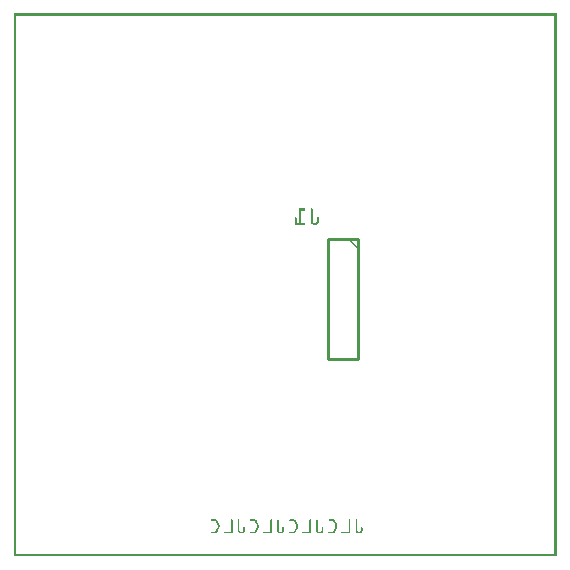
<source format=gbo>
G04 MADE WITH FRITZING*
G04 WWW.FRITZING.ORG*
G04 DOUBLE SIDED*
G04 HOLES PLATED*
G04 CONTOUR ON CENTER OF CONTOUR VECTOR*
%ASAXBY*%
%FSLAX23Y23*%
%MOIN*%
%OFA0B0*%
%SFA1.0B1.0*%
%ADD10C,0.010000*%
%ADD11R,0.001000X0.001000*%
%LNSILK0*%
G90*
G70*
G54D10*
X1149Y1060D02*
X1149Y660D01*
D02*
X1149Y660D02*
X1049Y660D01*
D02*
X1049Y660D02*
X1049Y1060D01*
D02*
X1049Y1060D02*
X1149Y1060D01*
G54D11*
X0Y1811D02*
X1810Y1811D01*
X0Y1810D02*
X1810Y1810D01*
X0Y1809D02*
X1810Y1809D01*
X0Y1808D02*
X1810Y1808D01*
X0Y1807D02*
X1810Y1807D01*
X0Y1806D02*
X1810Y1806D01*
X0Y1805D02*
X1810Y1805D01*
X0Y1804D02*
X1810Y1804D01*
X0Y1803D02*
X7Y1803D01*
X1803Y1803D02*
X1810Y1803D01*
X0Y1802D02*
X7Y1802D01*
X1803Y1802D02*
X1810Y1802D01*
X0Y1801D02*
X7Y1801D01*
X1803Y1801D02*
X1810Y1801D01*
X0Y1800D02*
X7Y1800D01*
X1803Y1800D02*
X1810Y1800D01*
X0Y1799D02*
X7Y1799D01*
X1803Y1799D02*
X1810Y1799D01*
X0Y1798D02*
X7Y1798D01*
X1803Y1798D02*
X1810Y1798D01*
X0Y1797D02*
X7Y1797D01*
X1803Y1797D02*
X1810Y1797D01*
X0Y1796D02*
X7Y1796D01*
X1803Y1796D02*
X1810Y1796D01*
X0Y1795D02*
X7Y1795D01*
X1803Y1795D02*
X1810Y1795D01*
X0Y1794D02*
X7Y1794D01*
X1803Y1794D02*
X1810Y1794D01*
X0Y1793D02*
X7Y1793D01*
X1803Y1793D02*
X1810Y1793D01*
X0Y1792D02*
X7Y1792D01*
X1803Y1792D02*
X1810Y1792D01*
X0Y1791D02*
X7Y1791D01*
X1803Y1791D02*
X1810Y1791D01*
X0Y1790D02*
X7Y1790D01*
X1803Y1790D02*
X1810Y1790D01*
X0Y1789D02*
X7Y1789D01*
X1803Y1789D02*
X1810Y1789D01*
X0Y1788D02*
X7Y1788D01*
X1803Y1788D02*
X1810Y1788D01*
X0Y1787D02*
X7Y1787D01*
X1803Y1787D02*
X1810Y1787D01*
X0Y1786D02*
X7Y1786D01*
X1803Y1786D02*
X1810Y1786D01*
X0Y1785D02*
X7Y1785D01*
X1803Y1785D02*
X1810Y1785D01*
X0Y1784D02*
X7Y1784D01*
X1803Y1784D02*
X1810Y1784D01*
X0Y1783D02*
X7Y1783D01*
X1803Y1783D02*
X1810Y1783D01*
X0Y1782D02*
X7Y1782D01*
X1803Y1782D02*
X1810Y1782D01*
X0Y1781D02*
X7Y1781D01*
X1803Y1781D02*
X1810Y1781D01*
X0Y1780D02*
X7Y1780D01*
X1803Y1780D02*
X1810Y1780D01*
X0Y1779D02*
X7Y1779D01*
X1803Y1779D02*
X1810Y1779D01*
X0Y1778D02*
X7Y1778D01*
X1803Y1778D02*
X1810Y1778D01*
X0Y1777D02*
X7Y1777D01*
X1803Y1777D02*
X1810Y1777D01*
X0Y1776D02*
X7Y1776D01*
X1803Y1776D02*
X1810Y1776D01*
X0Y1775D02*
X7Y1775D01*
X1803Y1775D02*
X1810Y1775D01*
X0Y1774D02*
X7Y1774D01*
X1803Y1774D02*
X1810Y1774D01*
X0Y1773D02*
X7Y1773D01*
X1803Y1773D02*
X1810Y1773D01*
X0Y1772D02*
X7Y1772D01*
X1803Y1772D02*
X1810Y1772D01*
X0Y1771D02*
X7Y1771D01*
X1803Y1771D02*
X1810Y1771D01*
X0Y1770D02*
X7Y1770D01*
X1803Y1770D02*
X1810Y1770D01*
X0Y1769D02*
X7Y1769D01*
X1803Y1769D02*
X1810Y1769D01*
X0Y1768D02*
X7Y1768D01*
X1803Y1768D02*
X1810Y1768D01*
X0Y1767D02*
X7Y1767D01*
X1803Y1767D02*
X1810Y1767D01*
X0Y1766D02*
X7Y1766D01*
X1803Y1766D02*
X1810Y1766D01*
X0Y1765D02*
X7Y1765D01*
X1803Y1765D02*
X1810Y1765D01*
X0Y1764D02*
X7Y1764D01*
X1803Y1764D02*
X1810Y1764D01*
X0Y1763D02*
X7Y1763D01*
X1803Y1763D02*
X1810Y1763D01*
X0Y1762D02*
X7Y1762D01*
X1803Y1762D02*
X1810Y1762D01*
X0Y1761D02*
X7Y1761D01*
X1803Y1761D02*
X1810Y1761D01*
X0Y1760D02*
X7Y1760D01*
X1803Y1760D02*
X1810Y1760D01*
X0Y1759D02*
X7Y1759D01*
X1803Y1759D02*
X1810Y1759D01*
X0Y1758D02*
X7Y1758D01*
X1803Y1758D02*
X1810Y1758D01*
X0Y1757D02*
X7Y1757D01*
X1803Y1757D02*
X1810Y1757D01*
X0Y1756D02*
X7Y1756D01*
X1803Y1756D02*
X1810Y1756D01*
X0Y1755D02*
X7Y1755D01*
X1803Y1755D02*
X1810Y1755D01*
X0Y1754D02*
X7Y1754D01*
X1803Y1754D02*
X1810Y1754D01*
X0Y1753D02*
X7Y1753D01*
X1803Y1753D02*
X1810Y1753D01*
X0Y1752D02*
X7Y1752D01*
X1803Y1752D02*
X1810Y1752D01*
X0Y1751D02*
X7Y1751D01*
X1803Y1751D02*
X1810Y1751D01*
X0Y1750D02*
X7Y1750D01*
X1803Y1750D02*
X1810Y1750D01*
X0Y1749D02*
X7Y1749D01*
X1803Y1749D02*
X1810Y1749D01*
X0Y1748D02*
X7Y1748D01*
X1803Y1748D02*
X1810Y1748D01*
X0Y1747D02*
X7Y1747D01*
X1803Y1747D02*
X1810Y1747D01*
X0Y1746D02*
X7Y1746D01*
X1803Y1746D02*
X1810Y1746D01*
X0Y1745D02*
X7Y1745D01*
X1803Y1745D02*
X1810Y1745D01*
X0Y1744D02*
X7Y1744D01*
X1803Y1744D02*
X1810Y1744D01*
X0Y1743D02*
X7Y1743D01*
X1803Y1743D02*
X1810Y1743D01*
X0Y1742D02*
X7Y1742D01*
X1803Y1742D02*
X1810Y1742D01*
X0Y1741D02*
X7Y1741D01*
X1803Y1741D02*
X1810Y1741D01*
X0Y1740D02*
X7Y1740D01*
X1803Y1740D02*
X1810Y1740D01*
X0Y1739D02*
X7Y1739D01*
X1803Y1739D02*
X1810Y1739D01*
X0Y1738D02*
X7Y1738D01*
X1803Y1738D02*
X1810Y1738D01*
X0Y1737D02*
X7Y1737D01*
X1803Y1737D02*
X1810Y1737D01*
X0Y1736D02*
X7Y1736D01*
X1803Y1736D02*
X1810Y1736D01*
X0Y1735D02*
X7Y1735D01*
X1803Y1735D02*
X1810Y1735D01*
X0Y1734D02*
X7Y1734D01*
X1803Y1734D02*
X1810Y1734D01*
X0Y1733D02*
X7Y1733D01*
X1803Y1733D02*
X1810Y1733D01*
X0Y1732D02*
X7Y1732D01*
X1803Y1732D02*
X1810Y1732D01*
X0Y1731D02*
X7Y1731D01*
X1803Y1731D02*
X1810Y1731D01*
X0Y1730D02*
X7Y1730D01*
X1803Y1730D02*
X1810Y1730D01*
X0Y1729D02*
X7Y1729D01*
X1803Y1729D02*
X1810Y1729D01*
X0Y1728D02*
X7Y1728D01*
X1803Y1728D02*
X1810Y1728D01*
X0Y1727D02*
X7Y1727D01*
X1803Y1727D02*
X1810Y1727D01*
X0Y1726D02*
X7Y1726D01*
X1803Y1726D02*
X1810Y1726D01*
X0Y1725D02*
X7Y1725D01*
X1803Y1725D02*
X1810Y1725D01*
X0Y1724D02*
X7Y1724D01*
X1803Y1724D02*
X1810Y1724D01*
X0Y1723D02*
X7Y1723D01*
X1803Y1723D02*
X1810Y1723D01*
X0Y1722D02*
X7Y1722D01*
X1803Y1722D02*
X1810Y1722D01*
X0Y1721D02*
X7Y1721D01*
X1803Y1721D02*
X1810Y1721D01*
X0Y1720D02*
X7Y1720D01*
X1803Y1720D02*
X1810Y1720D01*
X0Y1719D02*
X7Y1719D01*
X1803Y1719D02*
X1810Y1719D01*
X0Y1718D02*
X7Y1718D01*
X1803Y1718D02*
X1810Y1718D01*
X0Y1717D02*
X7Y1717D01*
X1803Y1717D02*
X1810Y1717D01*
X0Y1716D02*
X7Y1716D01*
X1803Y1716D02*
X1810Y1716D01*
X0Y1715D02*
X7Y1715D01*
X1803Y1715D02*
X1810Y1715D01*
X0Y1714D02*
X7Y1714D01*
X1803Y1714D02*
X1810Y1714D01*
X0Y1713D02*
X7Y1713D01*
X1803Y1713D02*
X1810Y1713D01*
X0Y1712D02*
X7Y1712D01*
X1803Y1712D02*
X1810Y1712D01*
X0Y1711D02*
X7Y1711D01*
X1803Y1711D02*
X1810Y1711D01*
X0Y1710D02*
X7Y1710D01*
X1803Y1710D02*
X1810Y1710D01*
X0Y1709D02*
X7Y1709D01*
X1803Y1709D02*
X1810Y1709D01*
X0Y1708D02*
X7Y1708D01*
X1803Y1708D02*
X1810Y1708D01*
X0Y1707D02*
X7Y1707D01*
X1803Y1707D02*
X1810Y1707D01*
X0Y1706D02*
X7Y1706D01*
X1803Y1706D02*
X1810Y1706D01*
X0Y1705D02*
X7Y1705D01*
X1803Y1705D02*
X1810Y1705D01*
X0Y1704D02*
X7Y1704D01*
X1803Y1704D02*
X1810Y1704D01*
X0Y1703D02*
X7Y1703D01*
X1803Y1703D02*
X1810Y1703D01*
X0Y1702D02*
X7Y1702D01*
X1803Y1702D02*
X1810Y1702D01*
X0Y1701D02*
X7Y1701D01*
X1803Y1701D02*
X1810Y1701D01*
X0Y1700D02*
X7Y1700D01*
X1803Y1700D02*
X1810Y1700D01*
X0Y1699D02*
X7Y1699D01*
X1803Y1699D02*
X1810Y1699D01*
X0Y1698D02*
X7Y1698D01*
X1803Y1698D02*
X1810Y1698D01*
X0Y1697D02*
X7Y1697D01*
X1803Y1697D02*
X1810Y1697D01*
X0Y1696D02*
X7Y1696D01*
X1803Y1696D02*
X1810Y1696D01*
X0Y1695D02*
X7Y1695D01*
X1803Y1695D02*
X1810Y1695D01*
X0Y1694D02*
X7Y1694D01*
X1803Y1694D02*
X1810Y1694D01*
X0Y1693D02*
X7Y1693D01*
X1803Y1693D02*
X1810Y1693D01*
X0Y1692D02*
X7Y1692D01*
X1803Y1692D02*
X1810Y1692D01*
X0Y1691D02*
X7Y1691D01*
X1803Y1691D02*
X1810Y1691D01*
X0Y1690D02*
X7Y1690D01*
X1803Y1690D02*
X1810Y1690D01*
X0Y1689D02*
X7Y1689D01*
X1803Y1689D02*
X1810Y1689D01*
X0Y1688D02*
X7Y1688D01*
X1803Y1688D02*
X1810Y1688D01*
X0Y1687D02*
X7Y1687D01*
X1803Y1687D02*
X1810Y1687D01*
X0Y1686D02*
X7Y1686D01*
X1803Y1686D02*
X1810Y1686D01*
X0Y1685D02*
X7Y1685D01*
X1803Y1685D02*
X1810Y1685D01*
X0Y1684D02*
X7Y1684D01*
X1803Y1684D02*
X1810Y1684D01*
X0Y1683D02*
X7Y1683D01*
X1803Y1683D02*
X1810Y1683D01*
X0Y1682D02*
X7Y1682D01*
X1803Y1682D02*
X1810Y1682D01*
X0Y1681D02*
X7Y1681D01*
X1803Y1681D02*
X1810Y1681D01*
X0Y1680D02*
X7Y1680D01*
X1803Y1680D02*
X1810Y1680D01*
X0Y1679D02*
X7Y1679D01*
X1803Y1679D02*
X1810Y1679D01*
X0Y1678D02*
X7Y1678D01*
X1803Y1678D02*
X1810Y1678D01*
X0Y1677D02*
X7Y1677D01*
X1803Y1677D02*
X1810Y1677D01*
X0Y1676D02*
X7Y1676D01*
X1803Y1676D02*
X1810Y1676D01*
X0Y1675D02*
X7Y1675D01*
X1803Y1675D02*
X1810Y1675D01*
X0Y1674D02*
X7Y1674D01*
X1803Y1674D02*
X1810Y1674D01*
X0Y1673D02*
X7Y1673D01*
X1803Y1673D02*
X1810Y1673D01*
X0Y1672D02*
X7Y1672D01*
X1803Y1672D02*
X1810Y1672D01*
X0Y1671D02*
X7Y1671D01*
X1803Y1671D02*
X1810Y1671D01*
X0Y1670D02*
X7Y1670D01*
X1803Y1670D02*
X1810Y1670D01*
X0Y1669D02*
X7Y1669D01*
X1803Y1669D02*
X1810Y1669D01*
X0Y1668D02*
X7Y1668D01*
X1803Y1668D02*
X1810Y1668D01*
X0Y1667D02*
X7Y1667D01*
X1803Y1667D02*
X1810Y1667D01*
X0Y1666D02*
X7Y1666D01*
X1803Y1666D02*
X1810Y1666D01*
X0Y1665D02*
X7Y1665D01*
X1803Y1665D02*
X1810Y1665D01*
X0Y1664D02*
X7Y1664D01*
X1803Y1664D02*
X1810Y1664D01*
X0Y1663D02*
X7Y1663D01*
X1803Y1663D02*
X1810Y1663D01*
X0Y1662D02*
X7Y1662D01*
X1803Y1662D02*
X1810Y1662D01*
X0Y1661D02*
X7Y1661D01*
X1803Y1661D02*
X1810Y1661D01*
X0Y1660D02*
X7Y1660D01*
X1803Y1660D02*
X1810Y1660D01*
X0Y1659D02*
X7Y1659D01*
X1803Y1659D02*
X1810Y1659D01*
X0Y1658D02*
X7Y1658D01*
X1803Y1658D02*
X1810Y1658D01*
X0Y1657D02*
X7Y1657D01*
X1803Y1657D02*
X1810Y1657D01*
X0Y1656D02*
X7Y1656D01*
X1803Y1656D02*
X1810Y1656D01*
X0Y1655D02*
X7Y1655D01*
X1803Y1655D02*
X1810Y1655D01*
X0Y1654D02*
X7Y1654D01*
X1803Y1654D02*
X1810Y1654D01*
X0Y1653D02*
X7Y1653D01*
X1803Y1653D02*
X1810Y1653D01*
X0Y1652D02*
X7Y1652D01*
X1803Y1652D02*
X1810Y1652D01*
X0Y1651D02*
X7Y1651D01*
X1803Y1651D02*
X1810Y1651D01*
X0Y1650D02*
X7Y1650D01*
X1803Y1650D02*
X1810Y1650D01*
X0Y1649D02*
X7Y1649D01*
X1803Y1649D02*
X1810Y1649D01*
X0Y1648D02*
X7Y1648D01*
X1803Y1648D02*
X1810Y1648D01*
X0Y1647D02*
X7Y1647D01*
X1803Y1647D02*
X1810Y1647D01*
X0Y1646D02*
X7Y1646D01*
X1803Y1646D02*
X1810Y1646D01*
X0Y1645D02*
X7Y1645D01*
X1803Y1645D02*
X1810Y1645D01*
X0Y1644D02*
X7Y1644D01*
X1803Y1644D02*
X1810Y1644D01*
X0Y1643D02*
X7Y1643D01*
X1803Y1643D02*
X1810Y1643D01*
X0Y1642D02*
X7Y1642D01*
X1803Y1642D02*
X1810Y1642D01*
X0Y1641D02*
X7Y1641D01*
X1803Y1641D02*
X1810Y1641D01*
X0Y1640D02*
X7Y1640D01*
X1803Y1640D02*
X1810Y1640D01*
X0Y1639D02*
X7Y1639D01*
X1803Y1639D02*
X1810Y1639D01*
X0Y1638D02*
X7Y1638D01*
X1803Y1638D02*
X1810Y1638D01*
X0Y1637D02*
X7Y1637D01*
X1803Y1637D02*
X1810Y1637D01*
X0Y1636D02*
X7Y1636D01*
X1803Y1636D02*
X1810Y1636D01*
X0Y1635D02*
X7Y1635D01*
X1803Y1635D02*
X1810Y1635D01*
X0Y1634D02*
X7Y1634D01*
X1803Y1634D02*
X1810Y1634D01*
X0Y1633D02*
X7Y1633D01*
X1803Y1633D02*
X1810Y1633D01*
X0Y1632D02*
X7Y1632D01*
X1803Y1632D02*
X1810Y1632D01*
X0Y1631D02*
X7Y1631D01*
X1803Y1631D02*
X1810Y1631D01*
X0Y1630D02*
X7Y1630D01*
X1803Y1630D02*
X1810Y1630D01*
X0Y1629D02*
X7Y1629D01*
X1803Y1629D02*
X1810Y1629D01*
X0Y1628D02*
X7Y1628D01*
X1803Y1628D02*
X1810Y1628D01*
X0Y1627D02*
X7Y1627D01*
X1803Y1627D02*
X1810Y1627D01*
X0Y1626D02*
X7Y1626D01*
X1803Y1626D02*
X1810Y1626D01*
X0Y1625D02*
X7Y1625D01*
X1803Y1625D02*
X1810Y1625D01*
X0Y1624D02*
X7Y1624D01*
X1803Y1624D02*
X1810Y1624D01*
X0Y1623D02*
X7Y1623D01*
X1803Y1623D02*
X1810Y1623D01*
X0Y1622D02*
X7Y1622D01*
X1803Y1622D02*
X1810Y1622D01*
X0Y1621D02*
X7Y1621D01*
X1803Y1621D02*
X1810Y1621D01*
X0Y1620D02*
X7Y1620D01*
X1803Y1620D02*
X1810Y1620D01*
X0Y1619D02*
X7Y1619D01*
X1803Y1619D02*
X1810Y1619D01*
X0Y1618D02*
X7Y1618D01*
X1803Y1618D02*
X1810Y1618D01*
X0Y1617D02*
X7Y1617D01*
X1803Y1617D02*
X1810Y1617D01*
X0Y1616D02*
X7Y1616D01*
X1803Y1616D02*
X1810Y1616D01*
X0Y1615D02*
X7Y1615D01*
X1803Y1615D02*
X1810Y1615D01*
X0Y1614D02*
X7Y1614D01*
X1803Y1614D02*
X1810Y1614D01*
X0Y1613D02*
X7Y1613D01*
X1803Y1613D02*
X1810Y1613D01*
X0Y1612D02*
X7Y1612D01*
X1803Y1612D02*
X1810Y1612D01*
X0Y1611D02*
X7Y1611D01*
X1803Y1611D02*
X1810Y1611D01*
X0Y1610D02*
X7Y1610D01*
X1803Y1610D02*
X1810Y1610D01*
X0Y1609D02*
X7Y1609D01*
X1803Y1609D02*
X1810Y1609D01*
X0Y1608D02*
X7Y1608D01*
X1803Y1608D02*
X1810Y1608D01*
X0Y1607D02*
X7Y1607D01*
X1803Y1607D02*
X1810Y1607D01*
X0Y1606D02*
X7Y1606D01*
X1803Y1606D02*
X1810Y1606D01*
X0Y1605D02*
X7Y1605D01*
X1803Y1605D02*
X1810Y1605D01*
X0Y1604D02*
X7Y1604D01*
X1803Y1604D02*
X1810Y1604D01*
X0Y1603D02*
X7Y1603D01*
X1803Y1603D02*
X1810Y1603D01*
X0Y1602D02*
X7Y1602D01*
X1803Y1602D02*
X1810Y1602D01*
X0Y1601D02*
X7Y1601D01*
X1803Y1601D02*
X1810Y1601D01*
X0Y1600D02*
X7Y1600D01*
X1803Y1600D02*
X1810Y1600D01*
X0Y1599D02*
X7Y1599D01*
X1803Y1599D02*
X1810Y1599D01*
X0Y1598D02*
X7Y1598D01*
X1803Y1598D02*
X1810Y1598D01*
X0Y1597D02*
X7Y1597D01*
X1803Y1597D02*
X1810Y1597D01*
X0Y1596D02*
X7Y1596D01*
X1803Y1596D02*
X1810Y1596D01*
X0Y1595D02*
X7Y1595D01*
X1803Y1595D02*
X1810Y1595D01*
X0Y1594D02*
X7Y1594D01*
X1803Y1594D02*
X1810Y1594D01*
X0Y1593D02*
X7Y1593D01*
X1803Y1593D02*
X1810Y1593D01*
X0Y1592D02*
X7Y1592D01*
X1803Y1592D02*
X1810Y1592D01*
X0Y1591D02*
X7Y1591D01*
X1803Y1591D02*
X1810Y1591D01*
X0Y1590D02*
X7Y1590D01*
X1803Y1590D02*
X1810Y1590D01*
X0Y1589D02*
X7Y1589D01*
X1803Y1589D02*
X1810Y1589D01*
X0Y1588D02*
X7Y1588D01*
X1803Y1588D02*
X1810Y1588D01*
X0Y1587D02*
X7Y1587D01*
X1803Y1587D02*
X1810Y1587D01*
X0Y1586D02*
X7Y1586D01*
X1803Y1586D02*
X1810Y1586D01*
X0Y1585D02*
X7Y1585D01*
X1803Y1585D02*
X1810Y1585D01*
X0Y1584D02*
X7Y1584D01*
X1803Y1584D02*
X1810Y1584D01*
X0Y1583D02*
X7Y1583D01*
X1803Y1583D02*
X1810Y1583D01*
X0Y1582D02*
X7Y1582D01*
X1803Y1582D02*
X1810Y1582D01*
X0Y1581D02*
X7Y1581D01*
X1803Y1581D02*
X1810Y1581D01*
X0Y1580D02*
X7Y1580D01*
X1803Y1580D02*
X1810Y1580D01*
X0Y1579D02*
X7Y1579D01*
X1803Y1579D02*
X1810Y1579D01*
X0Y1578D02*
X7Y1578D01*
X1803Y1578D02*
X1810Y1578D01*
X0Y1577D02*
X7Y1577D01*
X1803Y1577D02*
X1810Y1577D01*
X0Y1576D02*
X7Y1576D01*
X1803Y1576D02*
X1810Y1576D01*
X0Y1575D02*
X7Y1575D01*
X1803Y1575D02*
X1810Y1575D01*
X0Y1574D02*
X7Y1574D01*
X1803Y1574D02*
X1810Y1574D01*
X0Y1573D02*
X7Y1573D01*
X1803Y1573D02*
X1810Y1573D01*
X0Y1572D02*
X7Y1572D01*
X1803Y1572D02*
X1810Y1572D01*
X0Y1571D02*
X7Y1571D01*
X1803Y1571D02*
X1810Y1571D01*
X0Y1570D02*
X7Y1570D01*
X1803Y1570D02*
X1810Y1570D01*
X0Y1569D02*
X7Y1569D01*
X1803Y1569D02*
X1810Y1569D01*
X0Y1568D02*
X7Y1568D01*
X1803Y1568D02*
X1810Y1568D01*
X0Y1567D02*
X7Y1567D01*
X1803Y1567D02*
X1810Y1567D01*
X0Y1566D02*
X7Y1566D01*
X1803Y1566D02*
X1810Y1566D01*
X0Y1565D02*
X7Y1565D01*
X1803Y1565D02*
X1810Y1565D01*
X0Y1564D02*
X7Y1564D01*
X1803Y1564D02*
X1810Y1564D01*
X0Y1563D02*
X7Y1563D01*
X1803Y1563D02*
X1810Y1563D01*
X0Y1562D02*
X7Y1562D01*
X1803Y1562D02*
X1810Y1562D01*
X0Y1561D02*
X7Y1561D01*
X1803Y1561D02*
X1810Y1561D01*
X0Y1560D02*
X7Y1560D01*
X1803Y1560D02*
X1810Y1560D01*
X0Y1559D02*
X7Y1559D01*
X1803Y1559D02*
X1810Y1559D01*
X0Y1558D02*
X7Y1558D01*
X1803Y1558D02*
X1810Y1558D01*
X0Y1557D02*
X7Y1557D01*
X1803Y1557D02*
X1810Y1557D01*
X0Y1556D02*
X7Y1556D01*
X1803Y1556D02*
X1810Y1556D01*
X0Y1555D02*
X7Y1555D01*
X1803Y1555D02*
X1810Y1555D01*
X0Y1554D02*
X7Y1554D01*
X1803Y1554D02*
X1810Y1554D01*
X0Y1553D02*
X7Y1553D01*
X1803Y1553D02*
X1810Y1553D01*
X0Y1552D02*
X7Y1552D01*
X1803Y1552D02*
X1810Y1552D01*
X0Y1551D02*
X7Y1551D01*
X1803Y1551D02*
X1810Y1551D01*
X0Y1550D02*
X7Y1550D01*
X1803Y1550D02*
X1810Y1550D01*
X0Y1549D02*
X7Y1549D01*
X1803Y1549D02*
X1810Y1549D01*
X0Y1548D02*
X7Y1548D01*
X1803Y1548D02*
X1810Y1548D01*
X0Y1547D02*
X7Y1547D01*
X1803Y1547D02*
X1810Y1547D01*
X0Y1546D02*
X7Y1546D01*
X1803Y1546D02*
X1810Y1546D01*
X0Y1545D02*
X7Y1545D01*
X1803Y1545D02*
X1810Y1545D01*
X0Y1544D02*
X7Y1544D01*
X1803Y1544D02*
X1810Y1544D01*
X0Y1543D02*
X7Y1543D01*
X1803Y1543D02*
X1810Y1543D01*
X0Y1542D02*
X7Y1542D01*
X1803Y1542D02*
X1810Y1542D01*
X0Y1541D02*
X7Y1541D01*
X1803Y1541D02*
X1810Y1541D01*
X0Y1540D02*
X7Y1540D01*
X1803Y1540D02*
X1810Y1540D01*
X0Y1539D02*
X7Y1539D01*
X1803Y1539D02*
X1810Y1539D01*
X0Y1538D02*
X7Y1538D01*
X1803Y1538D02*
X1810Y1538D01*
X0Y1537D02*
X7Y1537D01*
X1803Y1537D02*
X1810Y1537D01*
X0Y1536D02*
X7Y1536D01*
X1803Y1536D02*
X1810Y1536D01*
X0Y1535D02*
X7Y1535D01*
X1803Y1535D02*
X1810Y1535D01*
X0Y1534D02*
X7Y1534D01*
X1803Y1534D02*
X1810Y1534D01*
X0Y1533D02*
X7Y1533D01*
X1803Y1533D02*
X1810Y1533D01*
X0Y1532D02*
X7Y1532D01*
X1803Y1532D02*
X1810Y1532D01*
X0Y1531D02*
X7Y1531D01*
X1803Y1531D02*
X1810Y1531D01*
X0Y1530D02*
X7Y1530D01*
X1803Y1530D02*
X1810Y1530D01*
X0Y1529D02*
X7Y1529D01*
X1803Y1529D02*
X1810Y1529D01*
X0Y1528D02*
X7Y1528D01*
X1803Y1528D02*
X1810Y1528D01*
X0Y1527D02*
X7Y1527D01*
X1803Y1527D02*
X1810Y1527D01*
X0Y1526D02*
X7Y1526D01*
X1803Y1526D02*
X1810Y1526D01*
X0Y1525D02*
X7Y1525D01*
X1803Y1525D02*
X1810Y1525D01*
X0Y1524D02*
X7Y1524D01*
X1803Y1524D02*
X1810Y1524D01*
X0Y1523D02*
X7Y1523D01*
X1803Y1523D02*
X1810Y1523D01*
X0Y1522D02*
X7Y1522D01*
X1803Y1522D02*
X1810Y1522D01*
X0Y1521D02*
X7Y1521D01*
X1803Y1521D02*
X1810Y1521D01*
X0Y1520D02*
X7Y1520D01*
X1803Y1520D02*
X1810Y1520D01*
X0Y1519D02*
X7Y1519D01*
X1803Y1519D02*
X1810Y1519D01*
X0Y1518D02*
X7Y1518D01*
X1803Y1518D02*
X1810Y1518D01*
X0Y1517D02*
X7Y1517D01*
X1803Y1517D02*
X1810Y1517D01*
X0Y1516D02*
X7Y1516D01*
X1803Y1516D02*
X1810Y1516D01*
X0Y1515D02*
X7Y1515D01*
X1803Y1515D02*
X1810Y1515D01*
X0Y1514D02*
X7Y1514D01*
X1803Y1514D02*
X1810Y1514D01*
X0Y1513D02*
X7Y1513D01*
X1803Y1513D02*
X1810Y1513D01*
X0Y1512D02*
X7Y1512D01*
X1803Y1512D02*
X1810Y1512D01*
X0Y1511D02*
X7Y1511D01*
X1803Y1511D02*
X1810Y1511D01*
X0Y1510D02*
X7Y1510D01*
X1803Y1510D02*
X1810Y1510D01*
X0Y1509D02*
X7Y1509D01*
X1803Y1509D02*
X1810Y1509D01*
X0Y1508D02*
X7Y1508D01*
X1803Y1508D02*
X1810Y1508D01*
X0Y1507D02*
X7Y1507D01*
X1803Y1507D02*
X1810Y1507D01*
X0Y1506D02*
X7Y1506D01*
X1803Y1506D02*
X1810Y1506D01*
X0Y1505D02*
X7Y1505D01*
X1803Y1505D02*
X1810Y1505D01*
X0Y1504D02*
X7Y1504D01*
X1803Y1504D02*
X1810Y1504D01*
X0Y1503D02*
X7Y1503D01*
X1803Y1503D02*
X1810Y1503D01*
X0Y1502D02*
X7Y1502D01*
X1803Y1502D02*
X1810Y1502D01*
X0Y1501D02*
X7Y1501D01*
X1803Y1501D02*
X1810Y1501D01*
X0Y1500D02*
X7Y1500D01*
X1803Y1500D02*
X1810Y1500D01*
X0Y1499D02*
X7Y1499D01*
X1803Y1499D02*
X1810Y1499D01*
X0Y1498D02*
X7Y1498D01*
X1803Y1498D02*
X1810Y1498D01*
X0Y1497D02*
X7Y1497D01*
X1803Y1497D02*
X1810Y1497D01*
X0Y1496D02*
X7Y1496D01*
X1803Y1496D02*
X1810Y1496D01*
X0Y1495D02*
X7Y1495D01*
X1803Y1495D02*
X1810Y1495D01*
X0Y1494D02*
X7Y1494D01*
X1803Y1494D02*
X1810Y1494D01*
X0Y1493D02*
X7Y1493D01*
X1803Y1493D02*
X1810Y1493D01*
X0Y1492D02*
X7Y1492D01*
X1803Y1492D02*
X1810Y1492D01*
X0Y1491D02*
X7Y1491D01*
X1803Y1491D02*
X1810Y1491D01*
X0Y1490D02*
X7Y1490D01*
X1803Y1490D02*
X1810Y1490D01*
X0Y1489D02*
X7Y1489D01*
X1803Y1489D02*
X1810Y1489D01*
X0Y1488D02*
X7Y1488D01*
X1803Y1488D02*
X1810Y1488D01*
X0Y1487D02*
X7Y1487D01*
X1803Y1487D02*
X1810Y1487D01*
X0Y1486D02*
X7Y1486D01*
X1803Y1486D02*
X1810Y1486D01*
X0Y1485D02*
X7Y1485D01*
X1803Y1485D02*
X1810Y1485D01*
X0Y1484D02*
X7Y1484D01*
X1803Y1484D02*
X1810Y1484D01*
X0Y1483D02*
X7Y1483D01*
X1803Y1483D02*
X1810Y1483D01*
X0Y1482D02*
X7Y1482D01*
X1803Y1482D02*
X1810Y1482D01*
X0Y1481D02*
X7Y1481D01*
X1803Y1481D02*
X1810Y1481D01*
X0Y1480D02*
X7Y1480D01*
X1803Y1480D02*
X1810Y1480D01*
X0Y1479D02*
X7Y1479D01*
X1803Y1479D02*
X1810Y1479D01*
X0Y1478D02*
X7Y1478D01*
X1803Y1478D02*
X1810Y1478D01*
X0Y1477D02*
X7Y1477D01*
X1803Y1477D02*
X1810Y1477D01*
X0Y1476D02*
X7Y1476D01*
X1803Y1476D02*
X1810Y1476D01*
X0Y1475D02*
X7Y1475D01*
X1803Y1475D02*
X1810Y1475D01*
X0Y1474D02*
X7Y1474D01*
X1803Y1474D02*
X1810Y1474D01*
X0Y1473D02*
X7Y1473D01*
X1803Y1473D02*
X1810Y1473D01*
X0Y1472D02*
X7Y1472D01*
X1803Y1472D02*
X1810Y1472D01*
X0Y1471D02*
X7Y1471D01*
X1803Y1471D02*
X1810Y1471D01*
X0Y1470D02*
X7Y1470D01*
X1803Y1470D02*
X1810Y1470D01*
X0Y1469D02*
X7Y1469D01*
X1803Y1469D02*
X1810Y1469D01*
X0Y1468D02*
X7Y1468D01*
X1803Y1468D02*
X1810Y1468D01*
X0Y1467D02*
X7Y1467D01*
X1803Y1467D02*
X1810Y1467D01*
X0Y1466D02*
X7Y1466D01*
X1803Y1466D02*
X1810Y1466D01*
X0Y1465D02*
X7Y1465D01*
X1803Y1465D02*
X1810Y1465D01*
X0Y1464D02*
X7Y1464D01*
X1803Y1464D02*
X1810Y1464D01*
X0Y1463D02*
X7Y1463D01*
X1803Y1463D02*
X1810Y1463D01*
X0Y1462D02*
X7Y1462D01*
X1803Y1462D02*
X1810Y1462D01*
X0Y1461D02*
X7Y1461D01*
X1803Y1461D02*
X1810Y1461D01*
X0Y1460D02*
X7Y1460D01*
X1803Y1460D02*
X1810Y1460D01*
X0Y1459D02*
X7Y1459D01*
X1803Y1459D02*
X1810Y1459D01*
X0Y1458D02*
X7Y1458D01*
X1803Y1458D02*
X1810Y1458D01*
X0Y1457D02*
X7Y1457D01*
X1803Y1457D02*
X1810Y1457D01*
X0Y1456D02*
X7Y1456D01*
X1803Y1456D02*
X1810Y1456D01*
X0Y1455D02*
X7Y1455D01*
X1803Y1455D02*
X1810Y1455D01*
X0Y1454D02*
X7Y1454D01*
X1803Y1454D02*
X1810Y1454D01*
X0Y1453D02*
X7Y1453D01*
X1803Y1453D02*
X1810Y1453D01*
X0Y1452D02*
X7Y1452D01*
X1803Y1452D02*
X1810Y1452D01*
X0Y1451D02*
X7Y1451D01*
X1803Y1451D02*
X1810Y1451D01*
X0Y1450D02*
X7Y1450D01*
X1803Y1450D02*
X1810Y1450D01*
X0Y1449D02*
X7Y1449D01*
X1803Y1449D02*
X1810Y1449D01*
X0Y1448D02*
X7Y1448D01*
X1803Y1448D02*
X1810Y1448D01*
X0Y1447D02*
X7Y1447D01*
X1803Y1447D02*
X1810Y1447D01*
X0Y1446D02*
X7Y1446D01*
X1803Y1446D02*
X1810Y1446D01*
X0Y1445D02*
X7Y1445D01*
X1803Y1445D02*
X1810Y1445D01*
X0Y1444D02*
X7Y1444D01*
X1803Y1444D02*
X1810Y1444D01*
X0Y1443D02*
X7Y1443D01*
X1803Y1443D02*
X1810Y1443D01*
X0Y1442D02*
X7Y1442D01*
X1803Y1442D02*
X1810Y1442D01*
X0Y1441D02*
X7Y1441D01*
X1803Y1441D02*
X1810Y1441D01*
X0Y1440D02*
X7Y1440D01*
X1803Y1440D02*
X1810Y1440D01*
X0Y1439D02*
X7Y1439D01*
X1803Y1439D02*
X1810Y1439D01*
X0Y1438D02*
X7Y1438D01*
X1803Y1438D02*
X1810Y1438D01*
X0Y1437D02*
X7Y1437D01*
X1803Y1437D02*
X1810Y1437D01*
X0Y1436D02*
X7Y1436D01*
X1803Y1436D02*
X1810Y1436D01*
X0Y1435D02*
X7Y1435D01*
X1803Y1435D02*
X1810Y1435D01*
X0Y1434D02*
X7Y1434D01*
X1803Y1434D02*
X1810Y1434D01*
X0Y1433D02*
X7Y1433D01*
X1803Y1433D02*
X1810Y1433D01*
X0Y1432D02*
X7Y1432D01*
X1803Y1432D02*
X1810Y1432D01*
X0Y1431D02*
X7Y1431D01*
X1803Y1431D02*
X1810Y1431D01*
X0Y1430D02*
X7Y1430D01*
X1803Y1430D02*
X1810Y1430D01*
X0Y1429D02*
X7Y1429D01*
X1803Y1429D02*
X1810Y1429D01*
X0Y1428D02*
X7Y1428D01*
X1803Y1428D02*
X1810Y1428D01*
X0Y1427D02*
X7Y1427D01*
X1803Y1427D02*
X1810Y1427D01*
X0Y1426D02*
X7Y1426D01*
X1803Y1426D02*
X1810Y1426D01*
X0Y1425D02*
X7Y1425D01*
X1803Y1425D02*
X1810Y1425D01*
X0Y1424D02*
X7Y1424D01*
X1803Y1424D02*
X1810Y1424D01*
X0Y1423D02*
X7Y1423D01*
X1803Y1423D02*
X1810Y1423D01*
X0Y1422D02*
X7Y1422D01*
X1803Y1422D02*
X1810Y1422D01*
X0Y1421D02*
X7Y1421D01*
X1803Y1421D02*
X1810Y1421D01*
X0Y1420D02*
X7Y1420D01*
X1803Y1420D02*
X1810Y1420D01*
X0Y1419D02*
X7Y1419D01*
X1803Y1419D02*
X1810Y1419D01*
X0Y1418D02*
X7Y1418D01*
X1803Y1418D02*
X1810Y1418D01*
X0Y1417D02*
X7Y1417D01*
X1803Y1417D02*
X1810Y1417D01*
X0Y1416D02*
X7Y1416D01*
X1803Y1416D02*
X1810Y1416D01*
X0Y1415D02*
X7Y1415D01*
X1803Y1415D02*
X1810Y1415D01*
X0Y1414D02*
X7Y1414D01*
X1803Y1414D02*
X1810Y1414D01*
X0Y1413D02*
X7Y1413D01*
X1803Y1413D02*
X1810Y1413D01*
X0Y1412D02*
X7Y1412D01*
X1803Y1412D02*
X1810Y1412D01*
X0Y1411D02*
X7Y1411D01*
X1803Y1411D02*
X1810Y1411D01*
X0Y1410D02*
X7Y1410D01*
X1803Y1410D02*
X1810Y1410D01*
X0Y1409D02*
X7Y1409D01*
X1803Y1409D02*
X1810Y1409D01*
X0Y1408D02*
X7Y1408D01*
X1803Y1408D02*
X1810Y1408D01*
X0Y1407D02*
X7Y1407D01*
X1803Y1407D02*
X1810Y1407D01*
X0Y1406D02*
X7Y1406D01*
X1803Y1406D02*
X1810Y1406D01*
X0Y1405D02*
X7Y1405D01*
X1803Y1405D02*
X1810Y1405D01*
X0Y1404D02*
X7Y1404D01*
X1803Y1404D02*
X1810Y1404D01*
X0Y1403D02*
X7Y1403D01*
X1803Y1403D02*
X1810Y1403D01*
X0Y1402D02*
X7Y1402D01*
X1803Y1402D02*
X1810Y1402D01*
X0Y1401D02*
X7Y1401D01*
X1803Y1401D02*
X1810Y1401D01*
X0Y1400D02*
X7Y1400D01*
X1803Y1400D02*
X1810Y1400D01*
X0Y1399D02*
X7Y1399D01*
X1803Y1399D02*
X1810Y1399D01*
X0Y1398D02*
X7Y1398D01*
X1803Y1398D02*
X1810Y1398D01*
X0Y1397D02*
X7Y1397D01*
X1803Y1397D02*
X1810Y1397D01*
X0Y1396D02*
X7Y1396D01*
X1803Y1396D02*
X1810Y1396D01*
X0Y1395D02*
X7Y1395D01*
X1803Y1395D02*
X1810Y1395D01*
X0Y1394D02*
X7Y1394D01*
X1803Y1394D02*
X1810Y1394D01*
X0Y1393D02*
X7Y1393D01*
X1803Y1393D02*
X1810Y1393D01*
X0Y1392D02*
X7Y1392D01*
X1803Y1392D02*
X1810Y1392D01*
X0Y1391D02*
X7Y1391D01*
X1803Y1391D02*
X1810Y1391D01*
X0Y1390D02*
X7Y1390D01*
X1803Y1390D02*
X1810Y1390D01*
X0Y1389D02*
X7Y1389D01*
X1803Y1389D02*
X1810Y1389D01*
X0Y1388D02*
X7Y1388D01*
X1803Y1388D02*
X1810Y1388D01*
X0Y1387D02*
X7Y1387D01*
X1803Y1387D02*
X1810Y1387D01*
X0Y1386D02*
X7Y1386D01*
X1803Y1386D02*
X1810Y1386D01*
X0Y1385D02*
X7Y1385D01*
X1803Y1385D02*
X1810Y1385D01*
X0Y1384D02*
X7Y1384D01*
X1803Y1384D02*
X1810Y1384D01*
X0Y1383D02*
X7Y1383D01*
X1803Y1383D02*
X1810Y1383D01*
X0Y1382D02*
X7Y1382D01*
X1803Y1382D02*
X1810Y1382D01*
X0Y1381D02*
X7Y1381D01*
X1803Y1381D02*
X1810Y1381D01*
X0Y1380D02*
X7Y1380D01*
X1803Y1380D02*
X1810Y1380D01*
X0Y1379D02*
X7Y1379D01*
X1803Y1379D02*
X1810Y1379D01*
X0Y1378D02*
X7Y1378D01*
X1803Y1378D02*
X1810Y1378D01*
X0Y1377D02*
X7Y1377D01*
X1803Y1377D02*
X1810Y1377D01*
X0Y1376D02*
X7Y1376D01*
X1803Y1376D02*
X1810Y1376D01*
X0Y1375D02*
X7Y1375D01*
X1803Y1375D02*
X1810Y1375D01*
X0Y1374D02*
X7Y1374D01*
X1803Y1374D02*
X1810Y1374D01*
X0Y1373D02*
X7Y1373D01*
X1803Y1373D02*
X1810Y1373D01*
X0Y1372D02*
X7Y1372D01*
X1803Y1372D02*
X1810Y1372D01*
X0Y1371D02*
X7Y1371D01*
X1803Y1371D02*
X1810Y1371D01*
X0Y1370D02*
X7Y1370D01*
X1803Y1370D02*
X1810Y1370D01*
X0Y1369D02*
X7Y1369D01*
X1803Y1369D02*
X1810Y1369D01*
X0Y1368D02*
X7Y1368D01*
X1803Y1368D02*
X1810Y1368D01*
X0Y1367D02*
X7Y1367D01*
X1803Y1367D02*
X1810Y1367D01*
X0Y1366D02*
X7Y1366D01*
X1803Y1366D02*
X1810Y1366D01*
X0Y1365D02*
X7Y1365D01*
X1803Y1365D02*
X1810Y1365D01*
X0Y1364D02*
X7Y1364D01*
X1803Y1364D02*
X1810Y1364D01*
X0Y1363D02*
X7Y1363D01*
X1803Y1363D02*
X1810Y1363D01*
X0Y1362D02*
X7Y1362D01*
X1803Y1362D02*
X1810Y1362D01*
X0Y1361D02*
X7Y1361D01*
X1803Y1361D02*
X1810Y1361D01*
X0Y1360D02*
X7Y1360D01*
X1803Y1360D02*
X1810Y1360D01*
X0Y1359D02*
X7Y1359D01*
X1803Y1359D02*
X1810Y1359D01*
X0Y1358D02*
X7Y1358D01*
X1803Y1358D02*
X1810Y1358D01*
X0Y1357D02*
X7Y1357D01*
X1803Y1357D02*
X1810Y1357D01*
X0Y1356D02*
X7Y1356D01*
X1803Y1356D02*
X1810Y1356D01*
X0Y1355D02*
X7Y1355D01*
X1803Y1355D02*
X1810Y1355D01*
X0Y1354D02*
X7Y1354D01*
X1803Y1354D02*
X1810Y1354D01*
X0Y1353D02*
X7Y1353D01*
X1803Y1353D02*
X1810Y1353D01*
X0Y1352D02*
X7Y1352D01*
X1803Y1352D02*
X1810Y1352D01*
X0Y1351D02*
X7Y1351D01*
X1803Y1351D02*
X1810Y1351D01*
X0Y1350D02*
X7Y1350D01*
X1803Y1350D02*
X1810Y1350D01*
X0Y1349D02*
X7Y1349D01*
X1803Y1349D02*
X1810Y1349D01*
X0Y1348D02*
X7Y1348D01*
X1803Y1348D02*
X1810Y1348D01*
X0Y1347D02*
X7Y1347D01*
X1803Y1347D02*
X1810Y1347D01*
X0Y1346D02*
X7Y1346D01*
X1803Y1346D02*
X1810Y1346D01*
X0Y1345D02*
X7Y1345D01*
X1803Y1345D02*
X1810Y1345D01*
X0Y1344D02*
X7Y1344D01*
X1803Y1344D02*
X1810Y1344D01*
X0Y1343D02*
X7Y1343D01*
X1803Y1343D02*
X1810Y1343D01*
X0Y1342D02*
X7Y1342D01*
X1803Y1342D02*
X1810Y1342D01*
X0Y1341D02*
X7Y1341D01*
X1803Y1341D02*
X1810Y1341D01*
X0Y1340D02*
X7Y1340D01*
X1803Y1340D02*
X1810Y1340D01*
X0Y1339D02*
X7Y1339D01*
X1803Y1339D02*
X1810Y1339D01*
X0Y1338D02*
X7Y1338D01*
X1803Y1338D02*
X1810Y1338D01*
X0Y1337D02*
X7Y1337D01*
X1803Y1337D02*
X1810Y1337D01*
X0Y1336D02*
X7Y1336D01*
X1803Y1336D02*
X1810Y1336D01*
X0Y1335D02*
X7Y1335D01*
X1803Y1335D02*
X1810Y1335D01*
X0Y1334D02*
X7Y1334D01*
X1803Y1334D02*
X1810Y1334D01*
X0Y1333D02*
X7Y1333D01*
X1803Y1333D02*
X1810Y1333D01*
X0Y1332D02*
X7Y1332D01*
X1803Y1332D02*
X1810Y1332D01*
X0Y1331D02*
X7Y1331D01*
X1803Y1331D02*
X1810Y1331D01*
X0Y1330D02*
X7Y1330D01*
X1803Y1330D02*
X1810Y1330D01*
X0Y1329D02*
X7Y1329D01*
X1803Y1329D02*
X1810Y1329D01*
X0Y1328D02*
X7Y1328D01*
X1803Y1328D02*
X1810Y1328D01*
X0Y1327D02*
X7Y1327D01*
X1803Y1327D02*
X1810Y1327D01*
X0Y1326D02*
X7Y1326D01*
X1803Y1326D02*
X1810Y1326D01*
X0Y1325D02*
X7Y1325D01*
X1803Y1325D02*
X1810Y1325D01*
X0Y1324D02*
X7Y1324D01*
X1803Y1324D02*
X1810Y1324D01*
X0Y1323D02*
X7Y1323D01*
X1803Y1323D02*
X1810Y1323D01*
X0Y1322D02*
X7Y1322D01*
X1803Y1322D02*
X1810Y1322D01*
X0Y1321D02*
X7Y1321D01*
X1803Y1321D02*
X1810Y1321D01*
X0Y1320D02*
X7Y1320D01*
X1803Y1320D02*
X1810Y1320D01*
X0Y1319D02*
X7Y1319D01*
X1803Y1319D02*
X1810Y1319D01*
X0Y1318D02*
X7Y1318D01*
X1803Y1318D02*
X1810Y1318D01*
X0Y1317D02*
X7Y1317D01*
X1803Y1317D02*
X1810Y1317D01*
X0Y1316D02*
X7Y1316D01*
X1803Y1316D02*
X1810Y1316D01*
X0Y1315D02*
X7Y1315D01*
X1803Y1315D02*
X1810Y1315D01*
X0Y1314D02*
X7Y1314D01*
X1803Y1314D02*
X1810Y1314D01*
X0Y1313D02*
X7Y1313D01*
X1803Y1313D02*
X1810Y1313D01*
X0Y1312D02*
X7Y1312D01*
X1803Y1312D02*
X1810Y1312D01*
X0Y1311D02*
X7Y1311D01*
X1803Y1311D02*
X1810Y1311D01*
X0Y1310D02*
X7Y1310D01*
X1803Y1310D02*
X1810Y1310D01*
X0Y1309D02*
X7Y1309D01*
X1803Y1309D02*
X1810Y1309D01*
X0Y1308D02*
X7Y1308D01*
X1803Y1308D02*
X1810Y1308D01*
X0Y1307D02*
X7Y1307D01*
X1803Y1307D02*
X1810Y1307D01*
X0Y1306D02*
X7Y1306D01*
X1803Y1306D02*
X1810Y1306D01*
X0Y1305D02*
X7Y1305D01*
X1803Y1305D02*
X1810Y1305D01*
X0Y1304D02*
X7Y1304D01*
X1803Y1304D02*
X1810Y1304D01*
X0Y1303D02*
X7Y1303D01*
X1803Y1303D02*
X1810Y1303D01*
X0Y1302D02*
X7Y1302D01*
X1803Y1302D02*
X1810Y1302D01*
X0Y1301D02*
X7Y1301D01*
X1803Y1301D02*
X1810Y1301D01*
X0Y1300D02*
X7Y1300D01*
X1803Y1300D02*
X1810Y1300D01*
X0Y1299D02*
X7Y1299D01*
X1803Y1299D02*
X1810Y1299D01*
X0Y1298D02*
X7Y1298D01*
X1803Y1298D02*
X1810Y1298D01*
X0Y1297D02*
X7Y1297D01*
X1803Y1297D02*
X1810Y1297D01*
X0Y1296D02*
X7Y1296D01*
X1803Y1296D02*
X1810Y1296D01*
X0Y1295D02*
X7Y1295D01*
X1803Y1295D02*
X1810Y1295D01*
X0Y1294D02*
X7Y1294D01*
X1803Y1294D02*
X1810Y1294D01*
X0Y1293D02*
X7Y1293D01*
X1803Y1293D02*
X1810Y1293D01*
X0Y1292D02*
X7Y1292D01*
X1803Y1292D02*
X1810Y1292D01*
X0Y1291D02*
X7Y1291D01*
X1803Y1291D02*
X1810Y1291D01*
X0Y1290D02*
X7Y1290D01*
X1803Y1290D02*
X1810Y1290D01*
X0Y1289D02*
X7Y1289D01*
X1803Y1289D02*
X1810Y1289D01*
X0Y1288D02*
X7Y1288D01*
X1803Y1288D02*
X1810Y1288D01*
X0Y1287D02*
X7Y1287D01*
X1803Y1287D02*
X1810Y1287D01*
X0Y1286D02*
X7Y1286D01*
X1803Y1286D02*
X1810Y1286D01*
X0Y1285D02*
X7Y1285D01*
X1803Y1285D02*
X1810Y1285D01*
X0Y1284D02*
X7Y1284D01*
X1803Y1284D02*
X1810Y1284D01*
X0Y1283D02*
X7Y1283D01*
X1803Y1283D02*
X1810Y1283D01*
X0Y1282D02*
X7Y1282D01*
X1803Y1282D02*
X1810Y1282D01*
X0Y1281D02*
X7Y1281D01*
X1803Y1281D02*
X1810Y1281D01*
X0Y1280D02*
X7Y1280D01*
X1803Y1280D02*
X1810Y1280D01*
X0Y1279D02*
X7Y1279D01*
X1803Y1279D02*
X1810Y1279D01*
X0Y1278D02*
X7Y1278D01*
X1803Y1278D02*
X1810Y1278D01*
X0Y1277D02*
X7Y1277D01*
X1803Y1277D02*
X1810Y1277D01*
X0Y1276D02*
X7Y1276D01*
X1803Y1276D02*
X1810Y1276D01*
X0Y1275D02*
X7Y1275D01*
X1803Y1275D02*
X1810Y1275D01*
X0Y1274D02*
X7Y1274D01*
X1803Y1274D02*
X1810Y1274D01*
X0Y1273D02*
X7Y1273D01*
X1803Y1273D02*
X1810Y1273D01*
X0Y1272D02*
X7Y1272D01*
X1803Y1272D02*
X1810Y1272D01*
X0Y1271D02*
X7Y1271D01*
X1803Y1271D02*
X1810Y1271D01*
X0Y1270D02*
X7Y1270D01*
X1803Y1270D02*
X1810Y1270D01*
X0Y1269D02*
X7Y1269D01*
X1803Y1269D02*
X1810Y1269D01*
X0Y1268D02*
X7Y1268D01*
X1803Y1268D02*
X1810Y1268D01*
X0Y1267D02*
X7Y1267D01*
X1803Y1267D02*
X1810Y1267D01*
X0Y1266D02*
X7Y1266D01*
X1803Y1266D02*
X1810Y1266D01*
X0Y1265D02*
X7Y1265D01*
X1803Y1265D02*
X1810Y1265D01*
X0Y1264D02*
X7Y1264D01*
X1803Y1264D02*
X1810Y1264D01*
X0Y1263D02*
X7Y1263D01*
X1803Y1263D02*
X1810Y1263D01*
X0Y1262D02*
X7Y1262D01*
X1803Y1262D02*
X1810Y1262D01*
X0Y1261D02*
X7Y1261D01*
X1803Y1261D02*
X1810Y1261D01*
X0Y1260D02*
X7Y1260D01*
X1803Y1260D02*
X1810Y1260D01*
X0Y1259D02*
X7Y1259D01*
X1803Y1259D02*
X1810Y1259D01*
X0Y1258D02*
X7Y1258D01*
X1803Y1258D02*
X1810Y1258D01*
X0Y1257D02*
X7Y1257D01*
X1803Y1257D02*
X1810Y1257D01*
X0Y1256D02*
X7Y1256D01*
X1803Y1256D02*
X1810Y1256D01*
X0Y1255D02*
X7Y1255D01*
X1803Y1255D02*
X1810Y1255D01*
X0Y1254D02*
X7Y1254D01*
X1803Y1254D02*
X1810Y1254D01*
X0Y1253D02*
X7Y1253D01*
X1803Y1253D02*
X1810Y1253D01*
X0Y1252D02*
X7Y1252D01*
X1803Y1252D02*
X1810Y1252D01*
X0Y1251D02*
X7Y1251D01*
X1803Y1251D02*
X1810Y1251D01*
X0Y1250D02*
X7Y1250D01*
X1803Y1250D02*
X1810Y1250D01*
X0Y1249D02*
X7Y1249D01*
X1803Y1249D02*
X1810Y1249D01*
X0Y1248D02*
X7Y1248D01*
X1803Y1248D02*
X1810Y1248D01*
X0Y1247D02*
X7Y1247D01*
X1803Y1247D02*
X1810Y1247D01*
X0Y1246D02*
X7Y1246D01*
X1803Y1246D02*
X1810Y1246D01*
X0Y1245D02*
X7Y1245D01*
X1803Y1245D02*
X1810Y1245D01*
X0Y1244D02*
X7Y1244D01*
X1803Y1244D02*
X1810Y1244D01*
X0Y1243D02*
X7Y1243D01*
X1803Y1243D02*
X1810Y1243D01*
X0Y1242D02*
X7Y1242D01*
X1803Y1242D02*
X1810Y1242D01*
X0Y1241D02*
X7Y1241D01*
X1803Y1241D02*
X1810Y1241D01*
X0Y1240D02*
X7Y1240D01*
X1803Y1240D02*
X1810Y1240D01*
X0Y1239D02*
X7Y1239D01*
X1803Y1239D02*
X1810Y1239D01*
X0Y1238D02*
X7Y1238D01*
X1803Y1238D02*
X1810Y1238D01*
X0Y1237D02*
X7Y1237D01*
X1803Y1237D02*
X1810Y1237D01*
X0Y1236D02*
X7Y1236D01*
X1803Y1236D02*
X1810Y1236D01*
X0Y1235D02*
X7Y1235D01*
X1803Y1235D02*
X1810Y1235D01*
X0Y1234D02*
X7Y1234D01*
X1803Y1234D02*
X1810Y1234D01*
X0Y1233D02*
X7Y1233D01*
X1803Y1233D02*
X1810Y1233D01*
X0Y1232D02*
X7Y1232D01*
X1803Y1232D02*
X1810Y1232D01*
X0Y1231D02*
X7Y1231D01*
X1803Y1231D02*
X1810Y1231D01*
X0Y1230D02*
X7Y1230D01*
X1803Y1230D02*
X1810Y1230D01*
X0Y1229D02*
X7Y1229D01*
X1803Y1229D02*
X1810Y1229D01*
X0Y1228D02*
X7Y1228D01*
X1803Y1228D02*
X1810Y1228D01*
X0Y1227D02*
X7Y1227D01*
X1803Y1227D02*
X1810Y1227D01*
X0Y1226D02*
X7Y1226D01*
X1803Y1226D02*
X1810Y1226D01*
X0Y1225D02*
X7Y1225D01*
X1803Y1225D02*
X1810Y1225D01*
X0Y1224D02*
X7Y1224D01*
X1803Y1224D02*
X1810Y1224D01*
X0Y1223D02*
X7Y1223D01*
X1803Y1223D02*
X1810Y1223D01*
X0Y1222D02*
X7Y1222D01*
X1803Y1222D02*
X1810Y1222D01*
X0Y1221D02*
X7Y1221D01*
X1803Y1221D02*
X1810Y1221D01*
X0Y1220D02*
X7Y1220D01*
X1803Y1220D02*
X1810Y1220D01*
X0Y1219D02*
X7Y1219D01*
X1803Y1219D02*
X1810Y1219D01*
X0Y1218D02*
X7Y1218D01*
X1803Y1218D02*
X1810Y1218D01*
X0Y1217D02*
X7Y1217D01*
X1803Y1217D02*
X1810Y1217D01*
X0Y1216D02*
X7Y1216D01*
X1803Y1216D02*
X1810Y1216D01*
X0Y1215D02*
X7Y1215D01*
X1803Y1215D02*
X1810Y1215D01*
X0Y1214D02*
X7Y1214D01*
X1803Y1214D02*
X1810Y1214D01*
X0Y1213D02*
X7Y1213D01*
X1803Y1213D02*
X1810Y1213D01*
X0Y1212D02*
X7Y1212D01*
X1803Y1212D02*
X1810Y1212D01*
X0Y1211D02*
X7Y1211D01*
X1803Y1211D02*
X1810Y1211D01*
X0Y1210D02*
X7Y1210D01*
X1803Y1210D02*
X1810Y1210D01*
X0Y1209D02*
X7Y1209D01*
X1803Y1209D02*
X1810Y1209D01*
X0Y1208D02*
X7Y1208D01*
X1803Y1208D02*
X1810Y1208D01*
X0Y1207D02*
X7Y1207D01*
X1803Y1207D02*
X1810Y1207D01*
X0Y1206D02*
X7Y1206D01*
X1803Y1206D02*
X1810Y1206D01*
X0Y1205D02*
X7Y1205D01*
X1803Y1205D02*
X1810Y1205D01*
X0Y1204D02*
X7Y1204D01*
X1803Y1204D02*
X1810Y1204D01*
X0Y1203D02*
X7Y1203D01*
X1803Y1203D02*
X1810Y1203D01*
X0Y1202D02*
X7Y1202D01*
X1803Y1202D02*
X1810Y1202D01*
X0Y1201D02*
X7Y1201D01*
X1803Y1201D02*
X1810Y1201D01*
X0Y1200D02*
X7Y1200D01*
X1803Y1200D02*
X1810Y1200D01*
X0Y1199D02*
X7Y1199D01*
X1803Y1199D02*
X1810Y1199D01*
X0Y1198D02*
X7Y1198D01*
X1803Y1198D02*
X1810Y1198D01*
X0Y1197D02*
X7Y1197D01*
X1803Y1197D02*
X1810Y1197D01*
X0Y1196D02*
X7Y1196D01*
X1803Y1196D02*
X1810Y1196D01*
X0Y1195D02*
X7Y1195D01*
X1803Y1195D02*
X1810Y1195D01*
X0Y1194D02*
X7Y1194D01*
X1803Y1194D02*
X1810Y1194D01*
X0Y1193D02*
X7Y1193D01*
X1803Y1193D02*
X1810Y1193D01*
X0Y1192D02*
X7Y1192D01*
X1803Y1192D02*
X1810Y1192D01*
X0Y1191D02*
X7Y1191D01*
X1803Y1191D02*
X1810Y1191D01*
X0Y1190D02*
X7Y1190D01*
X1803Y1190D02*
X1810Y1190D01*
X0Y1189D02*
X7Y1189D01*
X1803Y1189D02*
X1810Y1189D01*
X0Y1188D02*
X7Y1188D01*
X1803Y1188D02*
X1810Y1188D01*
X0Y1187D02*
X7Y1187D01*
X1803Y1187D02*
X1810Y1187D01*
X0Y1186D02*
X7Y1186D01*
X1803Y1186D02*
X1810Y1186D01*
X0Y1185D02*
X7Y1185D01*
X1803Y1185D02*
X1810Y1185D01*
X0Y1184D02*
X7Y1184D01*
X1803Y1184D02*
X1810Y1184D01*
X0Y1183D02*
X7Y1183D01*
X1803Y1183D02*
X1810Y1183D01*
X0Y1182D02*
X7Y1182D01*
X1803Y1182D02*
X1810Y1182D01*
X0Y1181D02*
X7Y1181D01*
X1803Y1181D02*
X1810Y1181D01*
X0Y1180D02*
X7Y1180D01*
X1803Y1180D02*
X1810Y1180D01*
X0Y1179D02*
X7Y1179D01*
X1803Y1179D02*
X1810Y1179D01*
X0Y1178D02*
X7Y1178D01*
X1803Y1178D02*
X1810Y1178D01*
X0Y1177D02*
X7Y1177D01*
X1803Y1177D02*
X1810Y1177D01*
X0Y1176D02*
X7Y1176D01*
X1803Y1176D02*
X1810Y1176D01*
X0Y1175D02*
X7Y1175D01*
X1803Y1175D02*
X1810Y1175D01*
X0Y1174D02*
X7Y1174D01*
X1803Y1174D02*
X1810Y1174D01*
X0Y1173D02*
X7Y1173D01*
X1803Y1173D02*
X1810Y1173D01*
X0Y1172D02*
X7Y1172D01*
X1803Y1172D02*
X1810Y1172D01*
X0Y1171D02*
X7Y1171D01*
X1803Y1171D02*
X1810Y1171D01*
X0Y1170D02*
X7Y1170D01*
X1803Y1170D02*
X1810Y1170D01*
X0Y1169D02*
X7Y1169D01*
X1803Y1169D02*
X1810Y1169D01*
X0Y1168D02*
X7Y1168D01*
X1803Y1168D02*
X1810Y1168D01*
X0Y1167D02*
X7Y1167D01*
X1803Y1167D02*
X1810Y1167D01*
X0Y1166D02*
X7Y1166D01*
X1803Y1166D02*
X1810Y1166D01*
X0Y1165D02*
X7Y1165D01*
X1803Y1165D02*
X1810Y1165D01*
X0Y1164D02*
X7Y1164D01*
X1803Y1164D02*
X1810Y1164D01*
X0Y1163D02*
X7Y1163D01*
X1803Y1163D02*
X1810Y1163D01*
X0Y1162D02*
X7Y1162D01*
X1803Y1162D02*
X1810Y1162D01*
X0Y1161D02*
X7Y1161D01*
X1803Y1161D02*
X1810Y1161D01*
X0Y1160D02*
X7Y1160D01*
X951Y1160D02*
X969Y1160D01*
X992Y1160D02*
X994Y1160D01*
X1803Y1160D02*
X1810Y1160D01*
X0Y1159D02*
X7Y1159D01*
X951Y1159D02*
X970Y1159D01*
X991Y1159D02*
X996Y1159D01*
X1803Y1159D02*
X1810Y1159D01*
X0Y1158D02*
X7Y1158D01*
X951Y1158D02*
X970Y1158D01*
X990Y1158D02*
X996Y1158D01*
X1803Y1158D02*
X1810Y1158D01*
X0Y1157D02*
X7Y1157D01*
X951Y1157D02*
X970Y1157D01*
X990Y1157D02*
X996Y1157D01*
X1803Y1157D02*
X1810Y1157D01*
X0Y1156D02*
X7Y1156D01*
X951Y1156D02*
X970Y1156D01*
X990Y1156D02*
X996Y1156D01*
X1803Y1156D02*
X1810Y1156D01*
X0Y1155D02*
X7Y1155D01*
X951Y1155D02*
X970Y1155D01*
X990Y1155D02*
X996Y1155D01*
X1803Y1155D02*
X1810Y1155D01*
X0Y1154D02*
X7Y1154D01*
X951Y1154D02*
X969Y1154D01*
X990Y1154D02*
X996Y1154D01*
X1803Y1154D02*
X1810Y1154D01*
X0Y1153D02*
X7Y1153D01*
X951Y1153D02*
X957Y1153D01*
X990Y1153D02*
X996Y1153D01*
X1803Y1153D02*
X1810Y1153D01*
X0Y1152D02*
X7Y1152D01*
X951Y1152D02*
X957Y1152D01*
X990Y1152D02*
X996Y1152D01*
X1803Y1152D02*
X1810Y1152D01*
X0Y1151D02*
X7Y1151D01*
X951Y1151D02*
X957Y1151D01*
X990Y1151D02*
X996Y1151D01*
X1803Y1151D02*
X1810Y1151D01*
X0Y1150D02*
X7Y1150D01*
X951Y1150D02*
X957Y1150D01*
X990Y1150D02*
X996Y1150D01*
X1803Y1150D02*
X1810Y1150D01*
X0Y1149D02*
X7Y1149D01*
X951Y1149D02*
X957Y1149D01*
X990Y1149D02*
X996Y1149D01*
X1803Y1149D02*
X1810Y1149D01*
X0Y1148D02*
X7Y1148D01*
X951Y1148D02*
X957Y1148D01*
X990Y1148D02*
X996Y1148D01*
X1803Y1148D02*
X1810Y1148D01*
X0Y1147D02*
X7Y1147D01*
X951Y1147D02*
X957Y1147D01*
X990Y1147D02*
X996Y1147D01*
X1803Y1147D02*
X1810Y1147D01*
X0Y1146D02*
X7Y1146D01*
X951Y1146D02*
X957Y1146D01*
X990Y1146D02*
X996Y1146D01*
X1803Y1146D02*
X1810Y1146D01*
X0Y1145D02*
X7Y1145D01*
X951Y1145D02*
X957Y1145D01*
X990Y1145D02*
X996Y1145D01*
X1803Y1145D02*
X1810Y1145D01*
X0Y1144D02*
X7Y1144D01*
X951Y1144D02*
X957Y1144D01*
X990Y1144D02*
X996Y1144D01*
X1803Y1144D02*
X1810Y1144D01*
X0Y1143D02*
X7Y1143D01*
X951Y1143D02*
X957Y1143D01*
X990Y1143D02*
X996Y1143D01*
X1803Y1143D02*
X1810Y1143D01*
X0Y1142D02*
X7Y1142D01*
X951Y1142D02*
X957Y1142D01*
X990Y1142D02*
X996Y1142D01*
X1803Y1142D02*
X1810Y1142D01*
X0Y1141D02*
X7Y1141D01*
X951Y1141D02*
X957Y1141D01*
X990Y1141D02*
X996Y1141D01*
X1803Y1141D02*
X1810Y1141D01*
X0Y1140D02*
X7Y1140D01*
X951Y1140D02*
X957Y1140D01*
X990Y1140D02*
X996Y1140D01*
X1803Y1140D02*
X1810Y1140D01*
X0Y1139D02*
X7Y1139D01*
X951Y1139D02*
X957Y1139D01*
X990Y1139D02*
X996Y1139D01*
X1803Y1139D02*
X1810Y1139D01*
X0Y1138D02*
X7Y1138D01*
X951Y1138D02*
X957Y1138D01*
X990Y1138D02*
X996Y1138D01*
X1803Y1138D02*
X1810Y1138D01*
X0Y1137D02*
X7Y1137D01*
X951Y1137D02*
X957Y1137D01*
X990Y1137D02*
X996Y1137D01*
X1803Y1137D02*
X1810Y1137D01*
X0Y1136D02*
X7Y1136D01*
X951Y1136D02*
X957Y1136D01*
X990Y1136D02*
X996Y1136D01*
X1803Y1136D02*
X1810Y1136D01*
X0Y1135D02*
X7Y1135D01*
X951Y1135D02*
X957Y1135D01*
X990Y1135D02*
X996Y1135D01*
X1803Y1135D02*
X1810Y1135D01*
X0Y1134D02*
X7Y1134D01*
X951Y1134D02*
X957Y1134D01*
X990Y1134D02*
X996Y1134D01*
X1803Y1134D02*
X1810Y1134D01*
X0Y1133D02*
X7Y1133D01*
X951Y1133D02*
X957Y1133D01*
X990Y1133D02*
X996Y1133D01*
X1803Y1133D02*
X1810Y1133D01*
X0Y1132D02*
X7Y1132D01*
X951Y1132D02*
X957Y1132D01*
X990Y1132D02*
X996Y1132D01*
X1803Y1132D02*
X1810Y1132D01*
X0Y1131D02*
X7Y1131D01*
X951Y1131D02*
X957Y1131D01*
X990Y1131D02*
X996Y1131D01*
X1803Y1131D02*
X1810Y1131D01*
X0Y1130D02*
X7Y1130D01*
X938Y1130D02*
X942Y1130D01*
X951Y1130D02*
X957Y1130D01*
X990Y1130D02*
X996Y1130D01*
X1012Y1130D02*
X1016Y1130D01*
X1803Y1130D02*
X1810Y1130D01*
X0Y1129D02*
X7Y1129D01*
X937Y1129D02*
X942Y1129D01*
X951Y1129D02*
X957Y1129D01*
X990Y1129D02*
X996Y1129D01*
X1011Y1129D02*
X1017Y1129D01*
X1803Y1129D02*
X1810Y1129D01*
X0Y1128D02*
X7Y1128D01*
X937Y1128D02*
X943Y1128D01*
X951Y1128D02*
X957Y1128D01*
X990Y1128D02*
X996Y1128D01*
X1011Y1128D02*
X1017Y1128D01*
X1803Y1128D02*
X1810Y1128D01*
X0Y1127D02*
X7Y1127D01*
X937Y1127D02*
X943Y1127D01*
X951Y1127D02*
X957Y1127D01*
X990Y1127D02*
X996Y1127D01*
X1011Y1127D02*
X1017Y1127D01*
X1803Y1127D02*
X1810Y1127D01*
X0Y1126D02*
X7Y1126D01*
X937Y1126D02*
X943Y1126D01*
X951Y1126D02*
X957Y1126D01*
X990Y1126D02*
X996Y1126D01*
X1011Y1126D02*
X1017Y1126D01*
X1803Y1126D02*
X1810Y1126D01*
X0Y1125D02*
X7Y1125D01*
X937Y1125D02*
X943Y1125D01*
X951Y1125D02*
X957Y1125D01*
X990Y1125D02*
X996Y1125D01*
X1011Y1125D02*
X1017Y1125D01*
X1803Y1125D02*
X1810Y1125D01*
X0Y1124D02*
X7Y1124D01*
X937Y1124D02*
X943Y1124D01*
X951Y1124D02*
X957Y1124D01*
X990Y1124D02*
X996Y1124D01*
X1011Y1124D02*
X1017Y1124D01*
X1803Y1124D02*
X1810Y1124D01*
X0Y1123D02*
X7Y1123D01*
X937Y1123D02*
X943Y1123D01*
X951Y1123D02*
X957Y1123D01*
X990Y1123D02*
X996Y1123D01*
X1011Y1123D02*
X1017Y1123D01*
X1803Y1123D02*
X1810Y1123D01*
X0Y1122D02*
X7Y1122D01*
X937Y1122D02*
X943Y1122D01*
X951Y1122D02*
X957Y1122D01*
X990Y1122D02*
X996Y1122D01*
X1011Y1122D02*
X1017Y1122D01*
X1803Y1122D02*
X1810Y1122D01*
X0Y1121D02*
X7Y1121D01*
X937Y1121D02*
X943Y1121D01*
X951Y1121D02*
X957Y1121D01*
X990Y1121D02*
X996Y1121D01*
X1011Y1121D02*
X1017Y1121D01*
X1803Y1121D02*
X1810Y1121D01*
X0Y1120D02*
X7Y1120D01*
X937Y1120D02*
X943Y1120D01*
X951Y1120D02*
X957Y1120D01*
X990Y1120D02*
X996Y1120D01*
X1011Y1120D02*
X1017Y1120D01*
X1803Y1120D02*
X1810Y1120D01*
X0Y1119D02*
X7Y1119D01*
X937Y1119D02*
X943Y1119D01*
X951Y1119D02*
X957Y1119D01*
X990Y1119D02*
X996Y1119D01*
X1011Y1119D02*
X1017Y1119D01*
X1803Y1119D02*
X1810Y1119D01*
X0Y1118D02*
X7Y1118D01*
X937Y1118D02*
X943Y1118D01*
X951Y1118D02*
X957Y1118D01*
X990Y1118D02*
X996Y1118D01*
X1011Y1118D02*
X1017Y1118D01*
X1803Y1118D02*
X1810Y1118D01*
X0Y1117D02*
X7Y1117D01*
X937Y1117D02*
X943Y1117D01*
X951Y1117D02*
X957Y1117D01*
X990Y1117D02*
X996Y1117D01*
X1011Y1117D02*
X1017Y1117D01*
X1803Y1117D02*
X1810Y1117D01*
X0Y1116D02*
X7Y1116D01*
X937Y1116D02*
X943Y1116D01*
X951Y1116D02*
X957Y1116D01*
X990Y1116D02*
X996Y1116D01*
X1011Y1116D02*
X1017Y1116D01*
X1803Y1116D02*
X1810Y1116D01*
X0Y1115D02*
X7Y1115D01*
X937Y1115D02*
X943Y1115D01*
X951Y1115D02*
X957Y1115D01*
X990Y1115D02*
X997Y1115D01*
X1010Y1115D02*
X1017Y1115D01*
X1803Y1115D02*
X1810Y1115D01*
X0Y1114D02*
X7Y1114D01*
X937Y1114D02*
X943Y1114D01*
X951Y1114D02*
X957Y1114D01*
X991Y1114D02*
X998Y1114D01*
X1009Y1114D02*
X1017Y1114D01*
X1803Y1114D02*
X1810Y1114D01*
X0Y1113D02*
X7Y1113D01*
X937Y1113D02*
X968Y1113D01*
X991Y1113D02*
X1016Y1113D01*
X1803Y1113D02*
X1810Y1113D01*
X0Y1112D02*
X7Y1112D01*
X937Y1112D02*
X970Y1112D01*
X991Y1112D02*
X1016Y1112D01*
X1803Y1112D02*
X1810Y1112D01*
X0Y1111D02*
X7Y1111D01*
X937Y1111D02*
X970Y1111D01*
X992Y1111D02*
X1015Y1111D01*
X1803Y1111D02*
X1810Y1111D01*
X0Y1110D02*
X7Y1110D01*
X937Y1110D02*
X970Y1110D01*
X993Y1110D02*
X1014Y1110D01*
X1803Y1110D02*
X1810Y1110D01*
X0Y1109D02*
X7Y1109D01*
X937Y1109D02*
X970Y1109D01*
X994Y1109D02*
X1013Y1109D01*
X1803Y1109D02*
X1810Y1109D01*
X0Y1108D02*
X7Y1108D01*
X937Y1108D02*
X970Y1108D01*
X995Y1108D02*
X1012Y1108D01*
X1803Y1108D02*
X1810Y1108D01*
X0Y1107D02*
X7Y1107D01*
X938Y1107D02*
X969Y1107D01*
X997Y1107D02*
X1010Y1107D01*
X1803Y1107D02*
X1810Y1107D01*
X0Y1106D02*
X7Y1106D01*
X1803Y1106D02*
X1810Y1106D01*
X0Y1105D02*
X7Y1105D01*
X1803Y1105D02*
X1810Y1105D01*
X0Y1104D02*
X7Y1104D01*
X1803Y1104D02*
X1810Y1104D01*
X0Y1103D02*
X7Y1103D01*
X1803Y1103D02*
X1810Y1103D01*
X0Y1102D02*
X7Y1102D01*
X1803Y1102D02*
X1810Y1102D01*
X0Y1101D02*
X7Y1101D01*
X1803Y1101D02*
X1810Y1101D01*
X0Y1100D02*
X7Y1100D01*
X1803Y1100D02*
X1810Y1100D01*
X0Y1099D02*
X7Y1099D01*
X1803Y1099D02*
X1810Y1099D01*
X0Y1098D02*
X7Y1098D01*
X1803Y1098D02*
X1810Y1098D01*
X0Y1097D02*
X7Y1097D01*
X1803Y1097D02*
X1810Y1097D01*
X0Y1096D02*
X7Y1096D01*
X1803Y1096D02*
X1810Y1096D01*
X0Y1095D02*
X7Y1095D01*
X1803Y1095D02*
X1810Y1095D01*
X0Y1094D02*
X7Y1094D01*
X1803Y1094D02*
X1810Y1094D01*
X0Y1093D02*
X7Y1093D01*
X1803Y1093D02*
X1810Y1093D01*
X0Y1092D02*
X7Y1092D01*
X1803Y1092D02*
X1810Y1092D01*
X0Y1091D02*
X7Y1091D01*
X1803Y1091D02*
X1810Y1091D01*
X0Y1090D02*
X7Y1090D01*
X1803Y1090D02*
X1810Y1090D01*
X0Y1089D02*
X7Y1089D01*
X1803Y1089D02*
X1810Y1089D01*
X0Y1088D02*
X7Y1088D01*
X1803Y1088D02*
X1810Y1088D01*
X0Y1087D02*
X7Y1087D01*
X1803Y1087D02*
X1810Y1087D01*
X0Y1086D02*
X7Y1086D01*
X1803Y1086D02*
X1810Y1086D01*
X0Y1085D02*
X7Y1085D01*
X1803Y1085D02*
X1810Y1085D01*
X0Y1084D02*
X7Y1084D01*
X1803Y1084D02*
X1810Y1084D01*
X0Y1083D02*
X7Y1083D01*
X1803Y1083D02*
X1810Y1083D01*
X0Y1082D02*
X7Y1082D01*
X1803Y1082D02*
X1810Y1082D01*
X0Y1081D02*
X7Y1081D01*
X1803Y1081D02*
X1810Y1081D01*
X0Y1080D02*
X7Y1080D01*
X1803Y1080D02*
X1810Y1080D01*
X0Y1079D02*
X7Y1079D01*
X1803Y1079D02*
X1810Y1079D01*
X0Y1078D02*
X7Y1078D01*
X1803Y1078D02*
X1810Y1078D01*
X0Y1077D02*
X7Y1077D01*
X1803Y1077D02*
X1810Y1077D01*
X0Y1076D02*
X7Y1076D01*
X1803Y1076D02*
X1810Y1076D01*
X0Y1075D02*
X7Y1075D01*
X1803Y1075D02*
X1810Y1075D01*
X0Y1074D02*
X7Y1074D01*
X1803Y1074D02*
X1810Y1074D01*
X0Y1073D02*
X7Y1073D01*
X1803Y1073D02*
X1810Y1073D01*
X0Y1072D02*
X7Y1072D01*
X1803Y1072D02*
X1810Y1072D01*
X0Y1071D02*
X7Y1071D01*
X1803Y1071D02*
X1810Y1071D01*
X0Y1070D02*
X7Y1070D01*
X1803Y1070D02*
X1810Y1070D01*
X0Y1069D02*
X7Y1069D01*
X1803Y1069D02*
X1810Y1069D01*
X0Y1068D02*
X7Y1068D01*
X1803Y1068D02*
X1810Y1068D01*
X0Y1067D02*
X7Y1067D01*
X1803Y1067D02*
X1810Y1067D01*
X0Y1066D02*
X7Y1066D01*
X1803Y1066D02*
X1810Y1066D01*
X0Y1065D02*
X7Y1065D01*
X1803Y1065D02*
X1810Y1065D01*
X0Y1064D02*
X7Y1064D01*
X1803Y1064D02*
X1810Y1064D01*
X0Y1063D02*
X7Y1063D01*
X1803Y1063D02*
X1810Y1063D01*
X0Y1062D02*
X7Y1062D01*
X1803Y1062D02*
X1810Y1062D01*
X0Y1061D02*
X7Y1061D01*
X1115Y1061D02*
X1116Y1061D01*
X1803Y1061D02*
X1810Y1061D01*
X0Y1060D02*
X7Y1060D01*
X1114Y1060D02*
X1117Y1060D01*
X1803Y1060D02*
X1810Y1060D01*
X0Y1059D02*
X7Y1059D01*
X1113Y1059D02*
X1118Y1059D01*
X1803Y1059D02*
X1810Y1059D01*
X0Y1058D02*
X7Y1058D01*
X1113Y1058D02*
X1119Y1058D01*
X1803Y1058D02*
X1810Y1058D01*
X0Y1057D02*
X7Y1057D01*
X1114Y1057D02*
X1120Y1057D01*
X1803Y1057D02*
X1810Y1057D01*
X0Y1056D02*
X7Y1056D01*
X1115Y1056D02*
X1121Y1056D01*
X1803Y1056D02*
X1810Y1056D01*
X0Y1055D02*
X7Y1055D01*
X1116Y1055D02*
X1122Y1055D01*
X1803Y1055D02*
X1810Y1055D01*
X0Y1054D02*
X7Y1054D01*
X1117Y1054D02*
X1123Y1054D01*
X1803Y1054D02*
X1810Y1054D01*
X0Y1053D02*
X7Y1053D01*
X1118Y1053D02*
X1124Y1053D01*
X1803Y1053D02*
X1810Y1053D01*
X0Y1052D02*
X7Y1052D01*
X1119Y1052D02*
X1125Y1052D01*
X1803Y1052D02*
X1810Y1052D01*
X0Y1051D02*
X7Y1051D01*
X1120Y1051D02*
X1126Y1051D01*
X1803Y1051D02*
X1810Y1051D01*
X0Y1050D02*
X7Y1050D01*
X1121Y1050D02*
X1127Y1050D01*
X1803Y1050D02*
X1810Y1050D01*
X0Y1049D02*
X7Y1049D01*
X1122Y1049D02*
X1128Y1049D01*
X1803Y1049D02*
X1810Y1049D01*
X0Y1048D02*
X7Y1048D01*
X1123Y1048D02*
X1129Y1048D01*
X1803Y1048D02*
X1810Y1048D01*
X0Y1047D02*
X7Y1047D01*
X1124Y1047D02*
X1130Y1047D01*
X1803Y1047D02*
X1810Y1047D01*
X0Y1046D02*
X7Y1046D01*
X1125Y1046D02*
X1131Y1046D01*
X1803Y1046D02*
X1810Y1046D01*
X0Y1045D02*
X7Y1045D01*
X1127Y1045D02*
X1132Y1045D01*
X1803Y1045D02*
X1810Y1045D01*
X0Y1044D02*
X7Y1044D01*
X1128Y1044D02*
X1133Y1044D01*
X1803Y1044D02*
X1810Y1044D01*
X0Y1043D02*
X7Y1043D01*
X1129Y1043D02*
X1134Y1043D01*
X1803Y1043D02*
X1810Y1043D01*
X0Y1042D02*
X7Y1042D01*
X1130Y1042D02*
X1135Y1042D01*
X1803Y1042D02*
X1810Y1042D01*
X0Y1041D02*
X7Y1041D01*
X1131Y1041D02*
X1136Y1041D01*
X1803Y1041D02*
X1810Y1041D01*
X0Y1040D02*
X7Y1040D01*
X1132Y1040D02*
X1137Y1040D01*
X1803Y1040D02*
X1810Y1040D01*
X0Y1039D02*
X7Y1039D01*
X1133Y1039D02*
X1138Y1039D01*
X1803Y1039D02*
X1810Y1039D01*
X0Y1038D02*
X7Y1038D01*
X1134Y1038D02*
X1139Y1038D01*
X1803Y1038D02*
X1810Y1038D01*
X0Y1037D02*
X7Y1037D01*
X1134Y1037D02*
X1140Y1037D01*
X1803Y1037D02*
X1810Y1037D01*
X0Y1036D02*
X7Y1036D01*
X1135Y1036D02*
X1141Y1036D01*
X1803Y1036D02*
X1810Y1036D01*
X0Y1035D02*
X7Y1035D01*
X1136Y1035D02*
X1142Y1035D01*
X1803Y1035D02*
X1810Y1035D01*
X0Y1034D02*
X7Y1034D01*
X1137Y1034D02*
X1143Y1034D01*
X1803Y1034D02*
X1810Y1034D01*
X0Y1033D02*
X7Y1033D01*
X1138Y1033D02*
X1144Y1033D01*
X1803Y1033D02*
X1810Y1033D01*
X0Y1032D02*
X7Y1032D01*
X1139Y1032D02*
X1145Y1032D01*
X1803Y1032D02*
X1810Y1032D01*
X0Y1031D02*
X7Y1031D01*
X1140Y1031D02*
X1146Y1031D01*
X1803Y1031D02*
X1810Y1031D01*
X0Y1030D02*
X7Y1030D01*
X1141Y1030D02*
X1147Y1030D01*
X1803Y1030D02*
X1810Y1030D01*
X0Y1029D02*
X7Y1029D01*
X1142Y1029D02*
X1148Y1029D01*
X1803Y1029D02*
X1810Y1029D01*
X0Y1028D02*
X7Y1028D01*
X1143Y1028D02*
X1149Y1028D01*
X1803Y1028D02*
X1810Y1028D01*
X0Y1027D02*
X7Y1027D01*
X1144Y1027D02*
X1150Y1027D01*
X1803Y1027D02*
X1810Y1027D01*
X0Y1026D02*
X7Y1026D01*
X1145Y1026D02*
X1149Y1026D01*
X1803Y1026D02*
X1810Y1026D01*
X0Y1025D02*
X7Y1025D01*
X1146Y1025D02*
X1148Y1025D01*
X1803Y1025D02*
X1810Y1025D01*
X0Y1024D02*
X7Y1024D01*
X1803Y1024D02*
X1810Y1024D01*
X0Y1023D02*
X7Y1023D01*
X1803Y1023D02*
X1810Y1023D01*
X0Y1022D02*
X7Y1022D01*
X1803Y1022D02*
X1810Y1022D01*
X0Y1021D02*
X7Y1021D01*
X1803Y1021D02*
X1810Y1021D01*
X0Y1020D02*
X7Y1020D01*
X1803Y1020D02*
X1810Y1020D01*
X0Y1019D02*
X7Y1019D01*
X1803Y1019D02*
X1810Y1019D01*
X0Y1018D02*
X7Y1018D01*
X1803Y1018D02*
X1810Y1018D01*
X0Y1017D02*
X7Y1017D01*
X1803Y1017D02*
X1810Y1017D01*
X0Y1016D02*
X7Y1016D01*
X1803Y1016D02*
X1810Y1016D01*
X0Y1015D02*
X7Y1015D01*
X1803Y1015D02*
X1810Y1015D01*
X0Y1014D02*
X7Y1014D01*
X1803Y1014D02*
X1810Y1014D01*
X0Y1013D02*
X7Y1013D01*
X1803Y1013D02*
X1810Y1013D01*
X0Y1012D02*
X7Y1012D01*
X1803Y1012D02*
X1810Y1012D01*
X0Y1011D02*
X7Y1011D01*
X1803Y1011D02*
X1810Y1011D01*
X0Y1010D02*
X7Y1010D01*
X1803Y1010D02*
X1810Y1010D01*
X0Y1009D02*
X7Y1009D01*
X1803Y1009D02*
X1810Y1009D01*
X0Y1008D02*
X7Y1008D01*
X1803Y1008D02*
X1810Y1008D01*
X0Y1007D02*
X7Y1007D01*
X1803Y1007D02*
X1810Y1007D01*
X0Y1006D02*
X7Y1006D01*
X1803Y1006D02*
X1810Y1006D01*
X0Y1005D02*
X7Y1005D01*
X1803Y1005D02*
X1810Y1005D01*
X0Y1004D02*
X7Y1004D01*
X1803Y1004D02*
X1810Y1004D01*
X0Y1003D02*
X7Y1003D01*
X1803Y1003D02*
X1810Y1003D01*
X0Y1002D02*
X7Y1002D01*
X1803Y1002D02*
X1810Y1002D01*
X0Y1001D02*
X7Y1001D01*
X1803Y1001D02*
X1810Y1001D01*
X0Y1000D02*
X7Y1000D01*
X1803Y1000D02*
X1810Y1000D01*
X0Y999D02*
X7Y999D01*
X1803Y999D02*
X1810Y999D01*
X0Y998D02*
X7Y998D01*
X1803Y998D02*
X1810Y998D01*
X0Y997D02*
X7Y997D01*
X1803Y997D02*
X1810Y997D01*
X0Y996D02*
X7Y996D01*
X1803Y996D02*
X1810Y996D01*
X0Y995D02*
X7Y995D01*
X1803Y995D02*
X1810Y995D01*
X0Y994D02*
X7Y994D01*
X1803Y994D02*
X1810Y994D01*
X0Y993D02*
X7Y993D01*
X1803Y993D02*
X1810Y993D01*
X0Y992D02*
X7Y992D01*
X1803Y992D02*
X1810Y992D01*
X0Y991D02*
X7Y991D01*
X1803Y991D02*
X1810Y991D01*
X0Y990D02*
X7Y990D01*
X1803Y990D02*
X1810Y990D01*
X0Y989D02*
X7Y989D01*
X1803Y989D02*
X1810Y989D01*
X0Y988D02*
X7Y988D01*
X1803Y988D02*
X1810Y988D01*
X0Y987D02*
X7Y987D01*
X1803Y987D02*
X1810Y987D01*
X0Y986D02*
X7Y986D01*
X1803Y986D02*
X1810Y986D01*
X0Y985D02*
X7Y985D01*
X1803Y985D02*
X1810Y985D01*
X0Y984D02*
X7Y984D01*
X1803Y984D02*
X1810Y984D01*
X0Y983D02*
X7Y983D01*
X1803Y983D02*
X1810Y983D01*
X0Y982D02*
X7Y982D01*
X1803Y982D02*
X1810Y982D01*
X0Y981D02*
X7Y981D01*
X1803Y981D02*
X1810Y981D01*
X0Y980D02*
X7Y980D01*
X1803Y980D02*
X1810Y980D01*
X0Y979D02*
X7Y979D01*
X1803Y979D02*
X1810Y979D01*
X0Y978D02*
X7Y978D01*
X1803Y978D02*
X1810Y978D01*
X0Y977D02*
X7Y977D01*
X1803Y977D02*
X1810Y977D01*
X0Y976D02*
X7Y976D01*
X1803Y976D02*
X1810Y976D01*
X0Y975D02*
X7Y975D01*
X1803Y975D02*
X1810Y975D01*
X0Y974D02*
X7Y974D01*
X1803Y974D02*
X1810Y974D01*
X0Y973D02*
X7Y973D01*
X1803Y973D02*
X1810Y973D01*
X0Y972D02*
X7Y972D01*
X1803Y972D02*
X1810Y972D01*
X0Y971D02*
X7Y971D01*
X1803Y971D02*
X1810Y971D01*
X0Y970D02*
X7Y970D01*
X1803Y970D02*
X1810Y970D01*
X0Y969D02*
X7Y969D01*
X1803Y969D02*
X1810Y969D01*
X0Y968D02*
X7Y968D01*
X1803Y968D02*
X1810Y968D01*
X0Y967D02*
X7Y967D01*
X1803Y967D02*
X1810Y967D01*
X0Y966D02*
X7Y966D01*
X1803Y966D02*
X1810Y966D01*
X0Y965D02*
X7Y965D01*
X1803Y965D02*
X1810Y965D01*
X0Y964D02*
X7Y964D01*
X1803Y964D02*
X1810Y964D01*
X0Y963D02*
X7Y963D01*
X1803Y963D02*
X1810Y963D01*
X0Y962D02*
X7Y962D01*
X1803Y962D02*
X1810Y962D01*
X0Y961D02*
X7Y961D01*
X1803Y961D02*
X1810Y961D01*
X0Y960D02*
X7Y960D01*
X1803Y960D02*
X1810Y960D01*
X0Y959D02*
X7Y959D01*
X1803Y959D02*
X1810Y959D01*
X0Y958D02*
X7Y958D01*
X1803Y958D02*
X1810Y958D01*
X0Y957D02*
X7Y957D01*
X1803Y957D02*
X1810Y957D01*
X0Y956D02*
X7Y956D01*
X1803Y956D02*
X1810Y956D01*
X0Y955D02*
X7Y955D01*
X1803Y955D02*
X1810Y955D01*
X0Y954D02*
X7Y954D01*
X1803Y954D02*
X1810Y954D01*
X0Y953D02*
X7Y953D01*
X1803Y953D02*
X1810Y953D01*
X0Y952D02*
X7Y952D01*
X1803Y952D02*
X1810Y952D01*
X0Y951D02*
X7Y951D01*
X1803Y951D02*
X1810Y951D01*
X0Y950D02*
X7Y950D01*
X1803Y950D02*
X1810Y950D01*
X0Y949D02*
X7Y949D01*
X1803Y949D02*
X1810Y949D01*
X0Y948D02*
X7Y948D01*
X1803Y948D02*
X1810Y948D01*
X0Y947D02*
X7Y947D01*
X1803Y947D02*
X1810Y947D01*
X0Y946D02*
X7Y946D01*
X1803Y946D02*
X1810Y946D01*
X0Y945D02*
X7Y945D01*
X1803Y945D02*
X1810Y945D01*
X0Y944D02*
X7Y944D01*
X1803Y944D02*
X1810Y944D01*
X0Y943D02*
X7Y943D01*
X1803Y943D02*
X1810Y943D01*
X0Y942D02*
X7Y942D01*
X1803Y942D02*
X1810Y942D01*
X0Y941D02*
X7Y941D01*
X1803Y941D02*
X1810Y941D01*
X0Y940D02*
X7Y940D01*
X1803Y940D02*
X1810Y940D01*
X0Y939D02*
X7Y939D01*
X1803Y939D02*
X1810Y939D01*
X0Y938D02*
X7Y938D01*
X1803Y938D02*
X1810Y938D01*
X0Y937D02*
X7Y937D01*
X1803Y937D02*
X1810Y937D01*
X0Y936D02*
X7Y936D01*
X1803Y936D02*
X1810Y936D01*
X0Y935D02*
X7Y935D01*
X1803Y935D02*
X1810Y935D01*
X0Y934D02*
X7Y934D01*
X1803Y934D02*
X1810Y934D01*
X0Y933D02*
X7Y933D01*
X1803Y933D02*
X1810Y933D01*
X0Y932D02*
X7Y932D01*
X1803Y932D02*
X1810Y932D01*
X0Y931D02*
X7Y931D01*
X1803Y931D02*
X1810Y931D01*
X0Y930D02*
X7Y930D01*
X1803Y930D02*
X1810Y930D01*
X0Y929D02*
X7Y929D01*
X1803Y929D02*
X1810Y929D01*
X0Y928D02*
X7Y928D01*
X1803Y928D02*
X1810Y928D01*
X0Y927D02*
X7Y927D01*
X1803Y927D02*
X1810Y927D01*
X0Y926D02*
X7Y926D01*
X1803Y926D02*
X1810Y926D01*
X0Y925D02*
X7Y925D01*
X1803Y925D02*
X1810Y925D01*
X0Y924D02*
X7Y924D01*
X1803Y924D02*
X1810Y924D01*
X0Y923D02*
X7Y923D01*
X1803Y923D02*
X1810Y923D01*
X0Y922D02*
X7Y922D01*
X1803Y922D02*
X1810Y922D01*
X0Y921D02*
X7Y921D01*
X1803Y921D02*
X1810Y921D01*
X0Y920D02*
X7Y920D01*
X1803Y920D02*
X1810Y920D01*
X0Y919D02*
X7Y919D01*
X1803Y919D02*
X1810Y919D01*
X0Y918D02*
X7Y918D01*
X1803Y918D02*
X1810Y918D01*
X0Y917D02*
X7Y917D01*
X1803Y917D02*
X1810Y917D01*
X0Y916D02*
X7Y916D01*
X1803Y916D02*
X1810Y916D01*
X0Y915D02*
X7Y915D01*
X1803Y915D02*
X1810Y915D01*
X0Y914D02*
X7Y914D01*
X1803Y914D02*
X1810Y914D01*
X0Y913D02*
X7Y913D01*
X1803Y913D02*
X1810Y913D01*
X0Y912D02*
X7Y912D01*
X1803Y912D02*
X1810Y912D01*
X0Y911D02*
X7Y911D01*
X1803Y911D02*
X1810Y911D01*
X0Y910D02*
X7Y910D01*
X1803Y910D02*
X1810Y910D01*
X0Y909D02*
X7Y909D01*
X1803Y909D02*
X1810Y909D01*
X0Y908D02*
X7Y908D01*
X1803Y908D02*
X1810Y908D01*
X0Y907D02*
X7Y907D01*
X1803Y907D02*
X1810Y907D01*
X0Y906D02*
X7Y906D01*
X1803Y906D02*
X1810Y906D01*
X0Y905D02*
X7Y905D01*
X1803Y905D02*
X1810Y905D01*
X0Y904D02*
X7Y904D01*
X1803Y904D02*
X1810Y904D01*
X0Y903D02*
X7Y903D01*
X1803Y903D02*
X1810Y903D01*
X0Y902D02*
X7Y902D01*
X1803Y902D02*
X1810Y902D01*
X0Y901D02*
X7Y901D01*
X1803Y901D02*
X1810Y901D01*
X0Y900D02*
X7Y900D01*
X1803Y900D02*
X1810Y900D01*
X0Y899D02*
X7Y899D01*
X1803Y899D02*
X1810Y899D01*
X0Y898D02*
X7Y898D01*
X1803Y898D02*
X1810Y898D01*
X0Y897D02*
X7Y897D01*
X1803Y897D02*
X1810Y897D01*
X0Y896D02*
X7Y896D01*
X1803Y896D02*
X1810Y896D01*
X0Y895D02*
X7Y895D01*
X1803Y895D02*
X1810Y895D01*
X0Y894D02*
X7Y894D01*
X1803Y894D02*
X1810Y894D01*
X0Y893D02*
X7Y893D01*
X1803Y893D02*
X1810Y893D01*
X0Y892D02*
X7Y892D01*
X1803Y892D02*
X1810Y892D01*
X0Y891D02*
X7Y891D01*
X1803Y891D02*
X1810Y891D01*
X0Y890D02*
X7Y890D01*
X1803Y890D02*
X1810Y890D01*
X0Y889D02*
X7Y889D01*
X1803Y889D02*
X1810Y889D01*
X0Y888D02*
X7Y888D01*
X1803Y888D02*
X1810Y888D01*
X0Y887D02*
X7Y887D01*
X1803Y887D02*
X1810Y887D01*
X0Y886D02*
X7Y886D01*
X1803Y886D02*
X1810Y886D01*
X0Y885D02*
X7Y885D01*
X1803Y885D02*
X1810Y885D01*
X0Y884D02*
X7Y884D01*
X1803Y884D02*
X1810Y884D01*
X0Y883D02*
X7Y883D01*
X1803Y883D02*
X1810Y883D01*
X0Y882D02*
X7Y882D01*
X1803Y882D02*
X1810Y882D01*
X0Y881D02*
X7Y881D01*
X1803Y881D02*
X1810Y881D01*
X0Y880D02*
X7Y880D01*
X1803Y880D02*
X1810Y880D01*
X0Y879D02*
X7Y879D01*
X1803Y879D02*
X1810Y879D01*
X0Y878D02*
X7Y878D01*
X1803Y878D02*
X1810Y878D01*
X0Y877D02*
X7Y877D01*
X1803Y877D02*
X1810Y877D01*
X0Y876D02*
X7Y876D01*
X1803Y876D02*
X1810Y876D01*
X0Y875D02*
X7Y875D01*
X1803Y875D02*
X1810Y875D01*
X0Y874D02*
X7Y874D01*
X1803Y874D02*
X1810Y874D01*
X0Y873D02*
X7Y873D01*
X1803Y873D02*
X1810Y873D01*
X0Y872D02*
X7Y872D01*
X1803Y872D02*
X1810Y872D01*
X0Y871D02*
X7Y871D01*
X1803Y871D02*
X1810Y871D01*
X0Y870D02*
X7Y870D01*
X1803Y870D02*
X1810Y870D01*
X0Y869D02*
X7Y869D01*
X1803Y869D02*
X1810Y869D01*
X0Y868D02*
X7Y868D01*
X1803Y868D02*
X1810Y868D01*
X0Y867D02*
X7Y867D01*
X1803Y867D02*
X1810Y867D01*
X0Y866D02*
X7Y866D01*
X1803Y866D02*
X1810Y866D01*
X0Y865D02*
X7Y865D01*
X1803Y865D02*
X1810Y865D01*
X0Y864D02*
X7Y864D01*
X1803Y864D02*
X1810Y864D01*
X0Y863D02*
X7Y863D01*
X1803Y863D02*
X1810Y863D01*
X0Y862D02*
X7Y862D01*
X1803Y862D02*
X1810Y862D01*
X0Y861D02*
X7Y861D01*
X1803Y861D02*
X1810Y861D01*
X0Y860D02*
X7Y860D01*
X1803Y860D02*
X1810Y860D01*
X0Y859D02*
X7Y859D01*
X1803Y859D02*
X1810Y859D01*
X0Y858D02*
X7Y858D01*
X1803Y858D02*
X1810Y858D01*
X0Y857D02*
X7Y857D01*
X1803Y857D02*
X1810Y857D01*
X0Y856D02*
X7Y856D01*
X1803Y856D02*
X1810Y856D01*
X0Y855D02*
X7Y855D01*
X1803Y855D02*
X1810Y855D01*
X0Y854D02*
X7Y854D01*
X1803Y854D02*
X1810Y854D01*
X0Y853D02*
X7Y853D01*
X1803Y853D02*
X1810Y853D01*
X0Y852D02*
X7Y852D01*
X1803Y852D02*
X1810Y852D01*
X0Y851D02*
X7Y851D01*
X1803Y851D02*
X1810Y851D01*
X0Y850D02*
X7Y850D01*
X1803Y850D02*
X1810Y850D01*
X0Y849D02*
X7Y849D01*
X1803Y849D02*
X1810Y849D01*
X0Y848D02*
X7Y848D01*
X1803Y848D02*
X1810Y848D01*
X0Y847D02*
X7Y847D01*
X1803Y847D02*
X1810Y847D01*
X0Y846D02*
X7Y846D01*
X1803Y846D02*
X1810Y846D01*
X0Y845D02*
X7Y845D01*
X1803Y845D02*
X1810Y845D01*
X0Y844D02*
X7Y844D01*
X1803Y844D02*
X1810Y844D01*
X0Y843D02*
X7Y843D01*
X1803Y843D02*
X1810Y843D01*
X0Y842D02*
X7Y842D01*
X1803Y842D02*
X1810Y842D01*
X0Y841D02*
X7Y841D01*
X1803Y841D02*
X1810Y841D01*
X0Y840D02*
X7Y840D01*
X1803Y840D02*
X1810Y840D01*
X0Y839D02*
X7Y839D01*
X1803Y839D02*
X1810Y839D01*
X0Y838D02*
X7Y838D01*
X1803Y838D02*
X1810Y838D01*
X0Y837D02*
X7Y837D01*
X1803Y837D02*
X1810Y837D01*
X0Y836D02*
X7Y836D01*
X1803Y836D02*
X1810Y836D01*
X0Y835D02*
X7Y835D01*
X1803Y835D02*
X1810Y835D01*
X0Y834D02*
X7Y834D01*
X1803Y834D02*
X1810Y834D01*
X0Y833D02*
X7Y833D01*
X1803Y833D02*
X1810Y833D01*
X0Y832D02*
X7Y832D01*
X1803Y832D02*
X1810Y832D01*
X0Y831D02*
X7Y831D01*
X1803Y831D02*
X1810Y831D01*
X0Y830D02*
X7Y830D01*
X1803Y830D02*
X1810Y830D01*
X0Y829D02*
X7Y829D01*
X1803Y829D02*
X1810Y829D01*
X0Y828D02*
X7Y828D01*
X1803Y828D02*
X1810Y828D01*
X0Y827D02*
X7Y827D01*
X1803Y827D02*
X1810Y827D01*
X0Y826D02*
X7Y826D01*
X1803Y826D02*
X1810Y826D01*
X0Y825D02*
X7Y825D01*
X1803Y825D02*
X1810Y825D01*
X0Y824D02*
X7Y824D01*
X1803Y824D02*
X1810Y824D01*
X0Y823D02*
X7Y823D01*
X1803Y823D02*
X1810Y823D01*
X0Y822D02*
X7Y822D01*
X1803Y822D02*
X1810Y822D01*
X0Y821D02*
X7Y821D01*
X1803Y821D02*
X1810Y821D01*
X0Y820D02*
X7Y820D01*
X1803Y820D02*
X1810Y820D01*
X0Y819D02*
X7Y819D01*
X1803Y819D02*
X1810Y819D01*
X0Y818D02*
X7Y818D01*
X1803Y818D02*
X1810Y818D01*
X0Y817D02*
X7Y817D01*
X1803Y817D02*
X1810Y817D01*
X0Y816D02*
X7Y816D01*
X1803Y816D02*
X1810Y816D01*
X0Y815D02*
X7Y815D01*
X1803Y815D02*
X1810Y815D01*
X0Y814D02*
X7Y814D01*
X1803Y814D02*
X1810Y814D01*
X0Y813D02*
X7Y813D01*
X1803Y813D02*
X1810Y813D01*
X0Y812D02*
X7Y812D01*
X1803Y812D02*
X1810Y812D01*
X0Y811D02*
X7Y811D01*
X1803Y811D02*
X1810Y811D01*
X0Y810D02*
X7Y810D01*
X1803Y810D02*
X1810Y810D01*
X0Y809D02*
X7Y809D01*
X1803Y809D02*
X1810Y809D01*
X0Y808D02*
X7Y808D01*
X1803Y808D02*
X1810Y808D01*
X0Y807D02*
X7Y807D01*
X1803Y807D02*
X1810Y807D01*
X0Y806D02*
X7Y806D01*
X1803Y806D02*
X1810Y806D01*
X0Y805D02*
X7Y805D01*
X1803Y805D02*
X1810Y805D01*
X0Y804D02*
X7Y804D01*
X1803Y804D02*
X1810Y804D01*
X0Y803D02*
X7Y803D01*
X1803Y803D02*
X1810Y803D01*
X0Y802D02*
X7Y802D01*
X1803Y802D02*
X1810Y802D01*
X0Y801D02*
X7Y801D01*
X1803Y801D02*
X1810Y801D01*
X0Y800D02*
X7Y800D01*
X1803Y800D02*
X1810Y800D01*
X0Y799D02*
X7Y799D01*
X1803Y799D02*
X1810Y799D01*
X0Y798D02*
X7Y798D01*
X1803Y798D02*
X1810Y798D01*
X0Y797D02*
X7Y797D01*
X1803Y797D02*
X1810Y797D01*
X0Y796D02*
X7Y796D01*
X1803Y796D02*
X1810Y796D01*
X0Y795D02*
X7Y795D01*
X1803Y795D02*
X1810Y795D01*
X0Y794D02*
X7Y794D01*
X1803Y794D02*
X1810Y794D01*
X0Y793D02*
X7Y793D01*
X1803Y793D02*
X1810Y793D01*
X0Y792D02*
X7Y792D01*
X1803Y792D02*
X1810Y792D01*
X0Y791D02*
X7Y791D01*
X1803Y791D02*
X1810Y791D01*
X0Y790D02*
X7Y790D01*
X1803Y790D02*
X1810Y790D01*
X0Y789D02*
X7Y789D01*
X1803Y789D02*
X1810Y789D01*
X0Y788D02*
X7Y788D01*
X1803Y788D02*
X1810Y788D01*
X0Y787D02*
X7Y787D01*
X1803Y787D02*
X1810Y787D01*
X0Y786D02*
X7Y786D01*
X1803Y786D02*
X1810Y786D01*
X0Y785D02*
X7Y785D01*
X1803Y785D02*
X1810Y785D01*
X0Y784D02*
X7Y784D01*
X1803Y784D02*
X1810Y784D01*
X0Y783D02*
X7Y783D01*
X1803Y783D02*
X1810Y783D01*
X0Y782D02*
X7Y782D01*
X1803Y782D02*
X1810Y782D01*
X0Y781D02*
X7Y781D01*
X1803Y781D02*
X1810Y781D01*
X0Y780D02*
X7Y780D01*
X1803Y780D02*
X1810Y780D01*
X0Y779D02*
X7Y779D01*
X1803Y779D02*
X1810Y779D01*
X0Y778D02*
X7Y778D01*
X1803Y778D02*
X1810Y778D01*
X0Y777D02*
X7Y777D01*
X1803Y777D02*
X1810Y777D01*
X0Y776D02*
X7Y776D01*
X1803Y776D02*
X1810Y776D01*
X0Y775D02*
X7Y775D01*
X1803Y775D02*
X1810Y775D01*
X0Y774D02*
X7Y774D01*
X1803Y774D02*
X1810Y774D01*
X0Y773D02*
X7Y773D01*
X1803Y773D02*
X1810Y773D01*
X0Y772D02*
X7Y772D01*
X1803Y772D02*
X1810Y772D01*
X0Y771D02*
X7Y771D01*
X1803Y771D02*
X1810Y771D01*
X0Y770D02*
X7Y770D01*
X1803Y770D02*
X1810Y770D01*
X0Y769D02*
X7Y769D01*
X1803Y769D02*
X1810Y769D01*
X0Y768D02*
X7Y768D01*
X1803Y768D02*
X1810Y768D01*
X0Y767D02*
X7Y767D01*
X1803Y767D02*
X1810Y767D01*
X0Y766D02*
X7Y766D01*
X1803Y766D02*
X1810Y766D01*
X0Y765D02*
X7Y765D01*
X1803Y765D02*
X1810Y765D01*
X0Y764D02*
X7Y764D01*
X1803Y764D02*
X1810Y764D01*
X0Y763D02*
X7Y763D01*
X1803Y763D02*
X1810Y763D01*
X0Y762D02*
X7Y762D01*
X1803Y762D02*
X1810Y762D01*
X0Y761D02*
X7Y761D01*
X1803Y761D02*
X1810Y761D01*
X0Y760D02*
X7Y760D01*
X1803Y760D02*
X1810Y760D01*
X0Y759D02*
X7Y759D01*
X1803Y759D02*
X1810Y759D01*
X0Y758D02*
X7Y758D01*
X1803Y758D02*
X1810Y758D01*
X0Y757D02*
X7Y757D01*
X1803Y757D02*
X1810Y757D01*
X0Y756D02*
X7Y756D01*
X1803Y756D02*
X1810Y756D01*
X0Y755D02*
X7Y755D01*
X1803Y755D02*
X1810Y755D01*
X0Y754D02*
X7Y754D01*
X1803Y754D02*
X1810Y754D01*
X0Y753D02*
X7Y753D01*
X1803Y753D02*
X1810Y753D01*
X0Y752D02*
X7Y752D01*
X1803Y752D02*
X1810Y752D01*
X0Y751D02*
X7Y751D01*
X1803Y751D02*
X1810Y751D01*
X0Y750D02*
X7Y750D01*
X1803Y750D02*
X1810Y750D01*
X0Y749D02*
X7Y749D01*
X1803Y749D02*
X1810Y749D01*
X0Y748D02*
X7Y748D01*
X1803Y748D02*
X1810Y748D01*
X0Y747D02*
X7Y747D01*
X1803Y747D02*
X1810Y747D01*
X0Y746D02*
X7Y746D01*
X1803Y746D02*
X1810Y746D01*
X0Y745D02*
X7Y745D01*
X1803Y745D02*
X1810Y745D01*
X0Y744D02*
X7Y744D01*
X1803Y744D02*
X1810Y744D01*
X0Y743D02*
X7Y743D01*
X1803Y743D02*
X1810Y743D01*
X0Y742D02*
X7Y742D01*
X1803Y742D02*
X1810Y742D01*
X0Y741D02*
X7Y741D01*
X1803Y741D02*
X1810Y741D01*
X0Y740D02*
X7Y740D01*
X1803Y740D02*
X1810Y740D01*
X0Y739D02*
X7Y739D01*
X1803Y739D02*
X1810Y739D01*
X0Y738D02*
X7Y738D01*
X1803Y738D02*
X1810Y738D01*
X0Y737D02*
X7Y737D01*
X1803Y737D02*
X1810Y737D01*
X0Y736D02*
X7Y736D01*
X1803Y736D02*
X1810Y736D01*
X0Y735D02*
X7Y735D01*
X1803Y735D02*
X1810Y735D01*
X0Y734D02*
X7Y734D01*
X1803Y734D02*
X1810Y734D01*
X0Y733D02*
X7Y733D01*
X1803Y733D02*
X1810Y733D01*
X0Y732D02*
X7Y732D01*
X1803Y732D02*
X1810Y732D01*
X0Y731D02*
X7Y731D01*
X1803Y731D02*
X1810Y731D01*
X0Y730D02*
X7Y730D01*
X1803Y730D02*
X1810Y730D01*
X0Y729D02*
X7Y729D01*
X1803Y729D02*
X1810Y729D01*
X0Y728D02*
X7Y728D01*
X1803Y728D02*
X1810Y728D01*
X0Y727D02*
X7Y727D01*
X1803Y727D02*
X1810Y727D01*
X0Y726D02*
X7Y726D01*
X1803Y726D02*
X1810Y726D01*
X0Y725D02*
X7Y725D01*
X1803Y725D02*
X1810Y725D01*
X0Y724D02*
X7Y724D01*
X1803Y724D02*
X1810Y724D01*
X0Y723D02*
X7Y723D01*
X1803Y723D02*
X1810Y723D01*
X0Y722D02*
X7Y722D01*
X1803Y722D02*
X1810Y722D01*
X0Y721D02*
X7Y721D01*
X1803Y721D02*
X1810Y721D01*
X0Y720D02*
X7Y720D01*
X1803Y720D02*
X1810Y720D01*
X0Y719D02*
X7Y719D01*
X1803Y719D02*
X1810Y719D01*
X0Y718D02*
X7Y718D01*
X1803Y718D02*
X1810Y718D01*
X0Y717D02*
X7Y717D01*
X1803Y717D02*
X1810Y717D01*
X0Y716D02*
X7Y716D01*
X1803Y716D02*
X1810Y716D01*
X0Y715D02*
X7Y715D01*
X1803Y715D02*
X1810Y715D01*
X0Y714D02*
X7Y714D01*
X1803Y714D02*
X1810Y714D01*
X0Y713D02*
X7Y713D01*
X1803Y713D02*
X1810Y713D01*
X0Y712D02*
X7Y712D01*
X1803Y712D02*
X1810Y712D01*
X0Y711D02*
X7Y711D01*
X1803Y711D02*
X1810Y711D01*
X0Y710D02*
X7Y710D01*
X1803Y710D02*
X1810Y710D01*
X0Y709D02*
X7Y709D01*
X1803Y709D02*
X1810Y709D01*
X0Y708D02*
X7Y708D01*
X1803Y708D02*
X1810Y708D01*
X0Y707D02*
X7Y707D01*
X1803Y707D02*
X1810Y707D01*
X0Y706D02*
X7Y706D01*
X1803Y706D02*
X1810Y706D01*
X0Y705D02*
X7Y705D01*
X1803Y705D02*
X1810Y705D01*
X0Y704D02*
X7Y704D01*
X1803Y704D02*
X1810Y704D01*
X0Y703D02*
X7Y703D01*
X1803Y703D02*
X1810Y703D01*
X0Y702D02*
X7Y702D01*
X1803Y702D02*
X1810Y702D01*
X0Y701D02*
X7Y701D01*
X1803Y701D02*
X1810Y701D01*
X0Y700D02*
X7Y700D01*
X1803Y700D02*
X1810Y700D01*
X0Y699D02*
X7Y699D01*
X1803Y699D02*
X1810Y699D01*
X0Y698D02*
X7Y698D01*
X1803Y698D02*
X1810Y698D01*
X0Y697D02*
X7Y697D01*
X1803Y697D02*
X1810Y697D01*
X0Y696D02*
X7Y696D01*
X1803Y696D02*
X1810Y696D01*
X0Y695D02*
X7Y695D01*
X1803Y695D02*
X1810Y695D01*
X0Y694D02*
X7Y694D01*
X1803Y694D02*
X1810Y694D01*
X0Y693D02*
X7Y693D01*
X1803Y693D02*
X1810Y693D01*
X0Y692D02*
X7Y692D01*
X1803Y692D02*
X1810Y692D01*
X0Y691D02*
X7Y691D01*
X1803Y691D02*
X1810Y691D01*
X0Y690D02*
X7Y690D01*
X1803Y690D02*
X1810Y690D01*
X0Y689D02*
X7Y689D01*
X1803Y689D02*
X1810Y689D01*
X0Y688D02*
X7Y688D01*
X1803Y688D02*
X1810Y688D01*
X0Y687D02*
X7Y687D01*
X1803Y687D02*
X1810Y687D01*
X0Y686D02*
X7Y686D01*
X1803Y686D02*
X1810Y686D01*
X0Y685D02*
X7Y685D01*
X1803Y685D02*
X1810Y685D01*
X0Y684D02*
X7Y684D01*
X1803Y684D02*
X1810Y684D01*
X0Y683D02*
X7Y683D01*
X1803Y683D02*
X1810Y683D01*
X0Y682D02*
X7Y682D01*
X1803Y682D02*
X1810Y682D01*
X0Y681D02*
X7Y681D01*
X1803Y681D02*
X1810Y681D01*
X0Y680D02*
X7Y680D01*
X1803Y680D02*
X1810Y680D01*
X0Y679D02*
X7Y679D01*
X1803Y679D02*
X1810Y679D01*
X0Y678D02*
X7Y678D01*
X1803Y678D02*
X1810Y678D01*
X0Y677D02*
X7Y677D01*
X1803Y677D02*
X1810Y677D01*
X0Y676D02*
X7Y676D01*
X1803Y676D02*
X1810Y676D01*
X0Y675D02*
X7Y675D01*
X1803Y675D02*
X1810Y675D01*
X0Y674D02*
X7Y674D01*
X1803Y674D02*
X1810Y674D01*
X0Y673D02*
X7Y673D01*
X1803Y673D02*
X1810Y673D01*
X0Y672D02*
X7Y672D01*
X1803Y672D02*
X1810Y672D01*
X0Y671D02*
X7Y671D01*
X1803Y671D02*
X1810Y671D01*
X0Y670D02*
X7Y670D01*
X1803Y670D02*
X1810Y670D01*
X0Y669D02*
X7Y669D01*
X1803Y669D02*
X1810Y669D01*
X0Y668D02*
X7Y668D01*
X1803Y668D02*
X1810Y668D01*
X0Y667D02*
X7Y667D01*
X1803Y667D02*
X1810Y667D01*
X0Y666D02*
X7Y666D01*
X1803Y666D02*
X1810Y666D01*
X0Y665D02*
X7Y665D01*
X1803Y665D02*
X1810Y665D01*
X0Y664D02*
X7Y664D01*
X1803Y664D02*
X1810Y664D01*
X0Y663D02*
X7Y663D01*
X1803Y663D02*
X1810Y663D01*
X0Y662D02*
X7Y662D01*
X1803Y662D02*
X1810Y662D01*
X0Y661D02*
X7Y661D01*
X1803Y661D02*
X1810Y661D01*
X0Y660D02*
X7Y660D01*
X1803Y660D02*
X1810Y660D01*
X0Y659D02*
X7Y659D01*
X1803Y659D02*
X1810Y659D01*
X0Y658D02*
X7Y658D01*
X1803Y658D02*
X1810Y658D01*
X0Y657D02*
X7Y657D01*
X1803Y657D02*
X1810Y657D01*
X0Y656D02*
X7Y656D01*
X1803Y656D02*
X1810Y656D01*
X0Y655D02*
X7Y655D01*
X1803Y655D02*
X1810Y655D01*
X0Y654D02*
X7Y654D01*
X1803Y654D02*
X1810Y654D01*
X0Y653D02*
X7Y653D01*
X1803Y653D02*
X1810Y653D01*
X0Y652D02*
X7Y652D01*
X1803Y652D02*
X1810Y652D01*
X0Y651D02*
X7Y651D01*
X1803Y651D02*
X1810Y651D01*
X0Y650D02*
X7Y650D01*
X1803Y650D02*
X1810Y650D01*
X0Y649D02*
X7Y649D01*
X1803Y649D02*
X1810Y649D01*
X0Y648D02*
X7Y648D01*
X1803Y648D02*
X1810Y648D01*
X0Y647D02*
X7Y647D01*
X1803Y647D02*
X1810Y647D01*
X0Y646D02*
X7Y646D01*
X1803Y646D02*
X1810Y646D01*
X0Y645D02*
X7Y645D01*
X1803Y645D02*
X1810Y645D01*
X0Y644D02*
X7Y644D01*
X1803Y644D02*
X1810Y644D01*
X0Y643D02*
X7Y643D01*
X1803Y643D02*
X1810Y643D01*
X0Y642D02*
X7Y642D01*
X1803Y642D02*
X1810Y642D01*
X0Y641D02*
X7Y641D01*
X1803Y641D02*
X1810Y641D01*
X0Y640D02*
X7Y640D01*
X1803Y640D02*
X1810Y640D01*
X0Y639D02*
X7Y639D01*
X1803Y639D02*
X1810Y639D01*
X0Y638D02*
X7Y638D01*
X1803Y638D02*
X1810Y638D01*
X0Y637D02*
X7Y637D01*
X1803Y637D02*
X1810Y637D01*
X0Y636D02*
X7Y636D01*
X1803Y636D02*
X1810Y636D01*
X0Y635D02*
X7Y635D01*
X1803Y635D02*
X1810Y635D01*
X0Y634D02*
X7Y634D01*
X1803Y634D02*
X1810Y634D01*
X0Y633D02*
X7Y633D01*
X1803Y633D02*
X1810Y633D01*
X0Y632D02*
X7Y632D01*
X1803Y632D02*
X1810Y632D01*
X0Y631D02*
X7Y631D01*
X1803Y631D02*
X1810Y631D01*
X0Y630D02*
X7Y630D01*
X1803Y630D02*
X1810Y630D01*
X0Y629D02*
X7Y629D01*
X1803Y629D02*
X1810Y629D01*
X0Y628D02*
X7Y628D01*
X1803Y628D02*
X1810Y628D01*
X0Y627D02*
X7Y627D01*
X1803Y627D02*
X1810Y627D01*
X0Y626D02*
X7Y626D01*
X1803Y626D02*
X1810Y626D01*
X0Y625D02*
X7Y625D01*
X1803Y625D02*
X1810Y625D01*
X0Y624D02*
X7Y624D01*
X1803Y624D02*
X1810Y624D01*
X0Y623D02*
X7Y623D01*
X1803Y623D02*
X1810Y623D01*
X0Y622D02*
X7Y622D01*
X1803Y622D02*
X1810Y622D01*
X0Y621D02*
X7Y621D01*
X1803Y621D02*
X1810Y621D01*
X0Y620D02*
X7Y620D01*
X1803Y620D02*
X1810Y620D01*
X0Y619D02*
X7Y619D01*
X1803Y619D02*
X1810Y619D01*
X0Y618D02*
X7Y618D01*
X1803Y618D02*
X1810Y618D01*
X0Y617D02*
X7Y617D01*
X1803Y617D02*
X1810Y617D01*
X0Y616D02*
X7Y616D01*
X1803Y616D02*
X1810Y616D01*
X0Y615D02*
X7Y615D01*
X1803Y615D02*
X1810Y615D01*
X0Y614D02*
X7Y614D01*
X1803Y614D02*
X1810Y614D01*
X0Y613D02*
X7Y613D01*
X1803Y613D02*
X1810Y613D01*
X0Y612D02*
X7Y612D01*
X1803Y612D02*
X1810Y612D01*
X0Y611D02*
X7Y611D01*
X1803Y611D02*
X1810Y611D01*
X0Y610D02*
X7Y610D01*
X1803Y610D02*
X1810Y610D01*
X0Y609D02*
X7Y609D01*
X1803Y609D02*
X1810Y609D01*
X0Y608D02*
X7Y608D01*
X1803Y608D02*
X1810Y608D01*
X0Y607D02*
X7Y607D01*
X1803Y607D02*
X1810Y607D01*
X0Y606D02*
X7Y606D01*
X1803Y606D02*
X1810Y606D01*
X0Y605D02*
X7Y605D01*
X1803Y605D02*
X1810Y605D01*
X0Y604D02*
X7Y604D01*
X1803Y604D02*
X1810Y604D01*
X0Y603D02*
X7Y603D01*
X1803Y603D02*
X1810Y603D01*
X0Y602D02*
X7Y602D01*
X1803Y602D02*
X1810Y602D01*
X0Y601D02*
X7Y601D01*
X1803Y601D02*
X1810Y601D01*
X0Y600D02*
X7Y600D01*
X1803Y600D02*
X1810Y600D01*
X0Y599D02*
X7Y599D01*
X1803Y599D02*
X1810Y599D01*
X0Y598D02*
X7Y598D01*
X1803Y598D02*
X1810Y598D01*
X0Y597D02*
X7Y597D01*
X1803Y597D02*
X1810Y597D01*
X0Y596D02*
X7Y596D01*
X1803Y596D02*
X1810Y596D01*
X0Y595D02*
X7Y595D01*
X1803Y595D02*
X1810Y595D01*
X0Y594D02*
X7Y594D01*
X1803Y594D02*
X1810Y594D01*
X0Y593D02*
X7Y593D01*
X1803Y593D02*
X1810Y593D01*
X0Y592D02*
X7Y592D01*
X1803Y592D02*
X1810Y592D01*
X0Y591D02*
X7Y591D01*
X1803Y591D02*
X1810Y591D01*
X0Y590D02*
X7Y590D01*
X1803Y590D02*
X1810Y590D01*
X0Y589D02*
X7Y589D01*
X1803Y589D02*
X1810Y589D01*
X0Y588D02*
X7Y588D01*
X1803Y588D02*
X1810Y588D01*
X0Y587D02*
X7Y587D01*
X1803Y587D02*
X1810Y587D01*
X0Y586D02*
X7Y586D01*
X1803Y586D02*
X1810Y586D01*
X0Y585D02*
X7Y585D01*
X1803Y585D02*
X1810Y585D01*
X0Y584D02*
X7Y584D01*
X1803Y584D02*
X1810Y584D01*
X0Y583D02*
X7Y583D01*
X1803Y583D02*
X1810Y583D01*
X0Y582D02*
X7Y582D01*
X1803Y582D02*
X1810Y582D01*
X0Y581D02*
X7Y581D01*
X1803Y581D02*
X1810Y581D01*
X0Y580D02*
X7Y580D01*
X1803Y580D02*
X1810Y580D01*
X0Y579D02*
X7Y579D01*
X1803Y579D02*
X1810Y579D01*
X0Y578D02*
X7Y578D01*
X1803Y578D02*
X1810Y578D01*
X0Y577D02*
X7Y577D01*
X1803Y577D02*
X1810Y577D01*
X0Y576D02*
X7Y576D01*
X1803Y576D02*
X1810Y576D01*
X0Y575D02*
X7Y575D01*
X1803Y575D02*
X1810Y575D01*
X0Y574D02*
X7Y574D01*
X1803Y574D02*
X1810Y574D01*
X0Y573D02*
X7Y573D01*
X1803Y573D02*
X1810Y573D01*
X0Y572D02*
X7Y572D01*
X1803Y572D02*
X1810Y572D01*
X0Y571D02*
X7Y571D01*
X1803Y571D02*
X1810Y571D01*
X0Y570D02*
X7Y570D01*
X1803Y570D02*
X1810Y570D01*
X0Y569D02*
X7Y569D01*
X1803Y569D02*
X1810Y569D01*
X0Y568D02*
X7Y568D01*
X1803Y568D02*
X1810Y568D01*
X0Y567D02*
X7Y567D01*
X1803Y567D02*
X1810Y567D01*
X0Y566D02*
X7Y566D01*
X1803Y566D02*
X1810Y566D01*
X0Y565D02*
X7Y565D01*
X1803Y565D02*
X1810Y565D01*
X0Y564D02*
X7Y564D01*
X1803Y564D02*
X1810Y564D01*
X0Y563D02*
X7Y563D01*
X1803Y563D02*
X1810Y563D01*
X0Y562D02*
X7Y562D01*
X1803Y562D02*
X1810Y562D01*
X0Y561D02*
X7Y561D01*
X1803Y561D02*
X1810Y561D01*
X0Y560D02*
X7Y560D01*
X1803Y560D02*
X1810Y560D01*
X0Y559D02*
X7Y559D01*
X1803Y559D02*
X1810Y559D01*
X0Y558D02*
X7Y558D01*
X1803Y558D02*
X1810Y558D01*
X0Y557D02*
X7Y557D01*
X1803Y557D02*
X1810Y557D01*
X0Y556D02*
X7Y556D01*
X1803Y556D02*
X1810Y556D01*
X0Y555D02*
X7Y555D01*
X1803Y555D02*
X1810Y555D01*
X0Y554D02*
X7Y554D01*
X1803Y554D02*
X1810Y554D01*
X0Y553D02*
X7Y553D01*
X1803Y553D02*
X1810Y553D01*
X0Y552D02*
X7Y552D01*
X1803Y552D02*
X1810Y552D01*
X0Y551D02*
X7Y551D01*
X1803Y551D02*
X1810Y551D01*
X0Y550D02*
X7Y550D01*
X1803Y550D02*
X1810Y550D01*
X0Y549D02*
X7Y549D01*
X1803Y549D02*
X1810Y549D01*
X0Y548D02*
X7Y548D01*
X1803Y548D02*
X1810Y548D01*
X0Y547D02*
X7Y547D01*
X1803Y547D02*
X1810Y547D01*
X0Y546D02*
X7Y546D01*
X1803Y546D02*
X1810Y546D01*
X0Y545D02*
X7Y545D01*
X1803Y545D02*
X1810Y545D01*
X0Y544D02*
X7Y544D01*
X1803Y544D02*
X1810Y544D01*
X0Y543D02*
X7Y543D01*
X1803Y543D02*
X1810Y543D01*
X0Y542D02*
X7Y542D01*
X1803Y542D02*
X1810Y542D01*
X0Y541D02*
X7Y541D01*
X1803Y541D02*
X1810Y541D01*
X0Y540D02*
X7Y540D01*
X1803Y540D02*
X1810Y540D01*
X0Y539D02*
X7Y539D01*
X1803Y539D02*
X1810Y539D01*
X0Y538D02*
X7Y538D01*
X1803Y538D02*
X1810Y538D01*
X0Y537D02*
X7Y537D01*
X1803Y537D02*
X1810Y537D01*
X0Y536D02*
X7Y536D01*
X1803Y536D02*
X1810Y536D01*
X0Y535D02*
X7Y535D01*
X1803Y535D02*
X1810Y535D01*
X0Y534D02*
X7Y534D01*
X1803Y534D02*
X1810Y534D01*
X0Y533D02*
X7Y533D01*
X1803Y533D02*
X1810Y533D01*
X0Y532D02*
X7Y532D01*
X1803Y532D02*
X1810Y532D01*
X0Y531D02*
X7Y531D01*
X1803Y531D02*
X1810Y531D01*
X0Y530D02*
X7Y530D01*
X1803Y530D02*
X1810Y530D01*
X0Y529D02*
X7Y529D01*
X1803Y529D02*
X1810Y529D01*
X0Y528D02*
X7Y528D01*
X1803Y528D02*
X1810Y528D01*
X0Y527D02*
X7Y527D01*
X1803Y527D02*
X1810Y527D01*
X0Y526D02*
X7Y526D01*
X1803Y526D02*
X1810Y526D01*
X0Y525D02*
X7Y525D01*
X1803Y525D02*
X1810Y525D01*
X0Y524D02*
X7Y524D01*
X1803Y524D02*
X1810Y524D01*
X0Y523D02*
X7Y523D01*
X1803Y523D02*
X1810Y523D01*
X0Y522D02*
X7Y522D01*
X1803Y522D02*
X1810Y522D01*
X0Y521D02*
X7Y521D01*
X1803Y521D02*
X1810Y521D01*
X0Y520D02*
X7Y520D01*
X1803Y520D02*
X1810Y520D01*
X0Y519D02*
X7Y519D01*
X1803Y519D02*
X1810Y519D01*
X0Y518D02*
X7Y518D01*
X1803Y518D02*
X1810Y518D01*
X0Y517D02*
X7Y517D01*
X1803Y517D02*
X1810Y517D01*
X0Y516D02*
X7Y516D01*
X1803Y516D02*
X1810Y516D01*
X0Y515D02*
X7Y515D01*
X1803Y515D02*
X1810Y515D01*
X0Y514D02*
X7Y514D01*
X1803Y514D02*
X1810Y514D01*
X0Y513D02*
X7Y513D01*
X1803Y513D02*
X1810Y513D01*
X0Y512D02*
X7Y512D01*
X1803Y512D02*
X1810Y512D01*
X0Y511D02*
X7Y511D01*
X1803Y511D02*
X1810Y511D01*
X0Y510D02*
X7Y510D01*
X1803Y510D02*
X1810Y510D01*
X0Y509D02*
X7Y509D01*
X1803Y509D02*
X1810Y509D01*
X0Y508D02*
X7Y508D01*
X1803Y508D02*
X1810Y508D01*
X0Y507D02*
X7Y507D01*
X1803Y507D02*
X1810Y507D01*
X0Y506D02*
X7Y506D01*
X1803Y506D02*
X1810Y506D01*
X0Y505D02*
X7Y505D01*
X1803Y505D02*
X1810Y505D01*
X0Y504D02*
X7Y504D01*
X1803Y504D02*
X1810Y504D01*
X0Y503D02*
X7Y503D01*
X1803Y503D02*
X1810Y503D01*
X0Y502D02*
X7Y502D01*
X1803Y502D02*
X1810Y502D01*
X0Y501D02*
X7Y501D01*
X1803Y501D02*
X1810Y501D01*
X0Y500D02*
X7Y500D01*
X1803Y500D02*
X1810Y500D01*
X0Y499D02*
X7Y499D01*
X1803Y499D02*
X1810Y499D01*
X0Y498D02*
X7Y498D01*
X1803Y498D02*
X1810Y498D01*
X0Y497D02*
X7Y497D01*
X1803Y497D02*
X1810Y497D01*
X0Y496D02*
X7Y496D01*
X1803Y496D02*
X1810Y496D01*
X0Y495D02*
X7Y495D01*
X1803Y495D02*
X1810Y495D01*
X0Y494D02*
X7Y494D01*
X1803Y494D02*
X1810Y494D01*
X0Y493D02*
X7Y493D01*
X1803Y493D02*
X1810Y493D01*
X0Y492D02*
X7Y492D01*
X1803Y492D02*
X1810Y492D01*
X0Y491D02*
X7Y491D01*
X1803Y491D02*
X1810Y491D01*
X0Y490D02*
X7Y490D01*
X1803Y490D02*
X1810Y490D01*
X0Y489D02*
X7Y489D01*
X1803Y489D02*
X1810Y489D01*
X0Y488D02*
X7Y488D01*
X1803Y488D02*
X1810Y488D01*
X0Y487D02*
X7Y487D01*
X1803Y487D02*
X1810Y487D01*
X0Y486D02*
X7Y486D01*
X1803Y486D02*
X1810Y486D01*
X0Y485D02*
X7Y485D01*
X1803Y485D02*
X1810Y485D01*
X0Y484D02*
X7Y484D01*
X1803Y484D02*
X1810Y484D01*
X0Y483D02*
X7Y483D01*
X1803Y483D02*
X1810Y483D01*
X0Y482D02*
X7Y482D01*
X1803Y482D02*
X1810Y482D01*
X0Y481D02*
X7Y481D01*
X1803Y481D02*
X1810Y481D01*
X0Y480D02*
X7Y480D01*
X1803Y480D02*
X1810Y480D01*
X0Y479D02*
X7Y479D01*
X1803Y479D02*
X1810Y479D01*
X0Y478D02*
X7Y478D01*
X1803Y478D02*
X1810Y478D01*
X0Y477D02*
X7Y477D01*
X1803Y477D02*
X1810Y477D01*
X0Y476D02*
X7Y476D01*
X1803Y476D02*
X1810Y476D01*
X0Y475D02*
X7Y475D01*
X1803Y475D02*
X1810Y475D01*
X0Y474D02*
X7Y474D01*
X1803Y474D02*
X1810Y474D01*
X0Y473D02*
X7Y473D01*
X1803Y473D02*
X1810Y473D01*
X0Y472D02*
X7Y472D01*
X1803Y472D02*
X1810Y472D01*
X0Y471D02*
X7Y471D01*
X1803Y471D02*
X1810Y471D01*
X0Y470D02*
X7Y470D01*
X1803Y470D02*
X1810Y470D01*
X0Y469D02*
X7Y469D01*
X1803Y469D02*
X1810Y469D01*
X0Y468D02*
X7Y468D01*
X1803Y468D02*
X1810Y468D01*
X0Y467D02*
X7Y467D01*
X1803Y467D02*
X1810Y467D01*
X0Y466D02*
X7Y466D01*
X1803Y466D02*
X1810Y466D01*
X0Y465D02*
X7Y465D01*
X1803Y465D02*
X1810Y465D01*
X0Y464D02*
X7Y464D01*
X1803Y464D02*
X1810Y464D01*
X0Y463D02*
X7Y463D01*
X1803Y463D02*
X1810Y463D01*
X0Y462D02*
X7Y462D01*
X1803Y462D02*
X1810Y462D01*
X0Y461D02*
X7Y461D01*
X1803Y461D02*
X1810Y461D01*
X0Y460D02*
X7Y460D01*
X1803Y460D02*
X1810Y460D01*
X0Y459D02*
X7Y459D01*
X1803Y459D02*
X1810Y459D01*
X0Y458D02*
X7Y458D01*
X1803Y458D02*
X1810Y458D01*
X0Y457D02*
X7Y457D01*
X1803Y457D02*
X1810Y457D01*
X0Y456D02*
X7Y456D01*
X1803Y456D02*
X1810Y456D01*
X0Y455D02*
X7Y455D01*
X1803Y455D02*
X1810Y455D01*
X0Y454D02*
X7Y454D01*
X1803Y454D02*
X1810Y454D01*
X0Y453D02*
X7Y453D01*
X1803Y453D02*
X1810Y453D01*
X0Y452D02*
X7Y452D01*
X1803Y452D02*
X1810Y452D01*
X0Y451D02*
X7Y451D01*
X1803Y451D02*
X1810Y451D01*
X0Y450D02*
X7Y450D01*
X1803Y450D02*
X1810Y450D01*
X0Y449D02*
X7Y449D01*
X1803Y449D02*
X1810Y449D01*
X0Y448D02*
X7Y448D01*
X1803Y448D02*
X1810Y448D01*
X0Y447D02*
X7Y447D01*
X1803Y447D02*
X1810Y447D01*
X0Y446D02*
X7Y446D01*
X1803Y446D02*
X1810Y446D01*
X0Y445D02*
X7Y445D01*
X1803Y445D02*
X1810Y445D01*
X0Y444D02*
X7Y444D01*
X1803Y444D02*
X1810Y444D01*
X0Y443D02*
X7Y443D01*
X1803Y443D02*
X1810Y443D01*
X0Y442D02*
X7Y442D01*
X1803Y442D02*
X1810Y442D01*
X0Y441D02*
X7Y441D01*
X1803Y441D02*
X1810Y441D01*
X0Y440D02*
X7Y440D01*
X1803Y440D02*
X1810Y440D01*
X0Y439D02*
X7Y439D01*
X1803Y439D02*
X1810Y439D01*
X0Y438D02*
X7Y438D01*
X1803Y438D02*
X1810Y438D01*
X0Y437D02*
X7Y437D01*
X1803Y437D02*
X1810Y437D01*
X0Y436D02*
X7Y436D01*
X1803Y436D02*
X1810Y436D01*
X0Y435D02*
X7Y435D01*
X1803Y435D02*
X1810Y435D01*
X0Y434D02*
X7Y434D01*
X1803Y434D02*
X1810Y434D01*
X0Y433D02*
X7Y433D01*
X1803Y433D02*
X1810Y433D01*
X0Y432D02*
X7Y432D01*
X1803Y432D02*
X1810Y432D01*
X0Y431D02*
X7Y431D01*
X1803Y431D02*
X1810Y431D01*
X0Y430D02*
X7Y430D01*
X1803Y430D02*
X1810Y430D01*
X0Y429D02*
X7Y429D01*
X1803Y429D02*
X1810Y429D01*
X0Y428D02*
X7Y428D01*
X1803Y428D02*
X1810Y428D01*
X0Y427D02*
X7Y427D01*
X1803Y427D02*
X1810Y427D01*
X0Y426D02*
X7Y426D01*
X1803Y426D02*
X1810Y426D01*
X0Y425D02*
X7Y425D01*
X1803Y425D02*
X1810Y425D01*
X0Y424D02*
X7Y424D01*
X1803Y424D02*
X1810Y424D01*
X0Y423D02*
X7Y423D01*
X1803Y423D02*
X1810Y423D01*
X0Y422D02*
X7Y422D01*
X1803Y422D02*
X1810Y422D01*
X0Y421D02*
X7Y421D01*
X1803Y421D02*
X1810Y421D01*
X0Y420D02*
X7Y420D01*
X1803Y420D02*
X1810Y420D01*
X0Y419D02*
X7Y419D01*
X1803Y419D02*
X1810Y419D01*
X0Y418D02*
X7Y418D01*
X1803Y418D02*
X1810Y418D01*
X0Y417D02*
X7Y417D01*
X1803Y417D02*
X1810Y417D01*
X0Y416D02*
X7Y416D01*
X1803Y416D02*
X1810Y416D01*
X0Y415D02*
X7Y415D01*
X1803Y415D02*
X1810Y415D01*
X0Y414D02*
X7Y414D01*
X1803Y414D02*
X1810Y414D01*
X0Y413D02*
X7Y413D01*
X1803Y413D02*
X1810Y413D01*
X0Y412D02*
X7Y412D01*
X1803Y412D02*
X1810Y412D01*
X0Y411D02*
X7Y411D01*
X1803Y411D02*
X1810Y411D01*
X0Y410D02*
X7Y410D01*
X1803Y410D02*
X1810Y410D01*
X0Y409D02*
X7Y409D01*
X1803Y409D02*
X1810Y409D01*
X0Y408D02*
X7Y408D01*
X1803Y408D02*
X1810Y408D01*
X0Y407D02*
X7Y407D01*
X1803Y407D02*
X1810Y407D01*
X0Y406D02*
X7Y406D01*
X1803Y406D02*
X1810Y406D01*
X0Y405D02*
X7Y405D01*
X1803Y405D02*
X1810Y405D01*
X0Y404D02*
X7Y404D01*
X1803Y404D02*
X1810Y404D01*
X0Y403D02*
X7Y403D01*
X1803Y403D02*
X1810Y403D01*
X0Y402D02*
X7Y402D01*
X1803Y402D02*
X1810Y402D01*
X0Y401D02*
X7Y401D01*
X1803Y401D02*
X1810Y401D01*
X0Y400D02*
X7Y400D01*
X1803Y400D02*
X1810Y400D01*
X0Y399D02*
X7Y399D01*
X1803Y399D02*
X1810Y399D01*
X0Y398D02*
X7Y398D01*
X1803Y398D02*
X1810Y398D01*
X0Y397D02*
X7Y397D01*
X1803Y397D02*
X1810Y397D01*
X0Y396D02*
X7Y396D01*
X1803Y396D02*
X1810Y396D01*
X0Y395D02*
X7Y395D01*
X1803Y395D02*
X1810Y395D01*
X0Y394D02*
X7Y394D01*
X1803Y394D02*
X1810Y394D01*
X0Y393D02*
X7Y393D01*
X1803Y393D02*
X1810Y393D01*
X0Y392D02*
X7Y392D01*
X1803Y392D02*
X1810Y392D01*
X0Y391D02*
X7Y391D01*
X1803Y391D02*
X1810Y391D01*
X0Y390D02*
X7Y390D01*
X1803Y390D02*
X1810Y390D01*
X0Y389D02*
X7Y389D01*
X1803Y389D02*
X1810Y389D01*
X0Y388D02*
X7Y388D01*
X1803Y388D02*
X1810Y388D01*
X0Y387D02*
X7Y387D01*
X1803Y387D02*
X1810Y387D01*
X0Y386D02*
X7Y386D01*
X1803Y386D02*
X1810Y386D01*
X0Y385D02*
X7Y385D01*
X1803Y385D02*
X1810Y385D01*
X0Y384D02*
X7Y384D01*
X1803Y384D02*
X1810Y384D01*
X0Y383D02*
X7Y383D01*
X1803Y383D02*
X1810Y383D01*
X0Y382D02*
X7Y382D01*
X1803Y382D02*
X1810Y382D01*
X0Y381D02*
X7Y381D01*
X1803Y381D02*
X1810Y381D01*
X0Y380D02*
X7Y380D01*
X1803Y380D02*
X1810Y380D01*
X0Y379D02*
X7Y379D01*
X1803Y379D02*
X1810Y379D01*
X0Y378D02*
X7Y378D01*
X1803Y378D02*
X1810Y378D01*
X0Y377D02*
X7Y377D01*
X1803Y377D02*
X1810Y377D01*
X0Y376D02*
X7Y376D01*
X1803Y376D02*
X1810Y376D01*
X0Y375D02*
X7Y375D01*
X1803Y375D02*
X1810Y375D01*
X0Y374D02*
X7Y374D01*
X1803Y374D02*
X1810Y374D01*
X0Y373D02*
X7Y373D01*
X1803Y373D02*
X1810Y373D01*
X0Y372D02*
X7Y372D01*
X1803Y372D02*
X1810Y372D01*
X0Y371D02*
X7Y371D01*
X1803Y371D02*
X1810Y371D01*
X0Y370D02*
X7Y370D01*
X1803Y370D02*
X1810Y370D01*
X0Y369D02*
X7Y369D01*
X1803Y369D02*
X1810Y369D01*
X0Y368D02*
X7Y368D01*
X1803Y368D02*
X1810Y368D01*
X0Y367D02*
X7Y367D01*
X1803Y367D02*
X1810Y367D01*
X0Y366D02*
X7Y366D01*
X1803Y366D02*
X1810Y366D01*
X0Y365D02*
X7Y365D01*
X1803Y365D02*
X1810Y365D01*
X0Y364D02*
X7Y364D01*
X1803Y364D02*
X1810Y364D01*
X0Y363D02*
X7Y363D01*
X1803Y363D02*
X1810Y363D01*
X0Y362D02*
X7Y362D01*
X1803Y362D02*
X1810Y362D01*
X0Y361D02*
X7Y361D01*
X1803Y361D02*
X1810Y361D01*
X0Y360D02*
X7Y360D01*
X1803Y360D02*
X1810Y360D01*
X0Y359D02*
X7Y359D01*
X1803Y359D02*
X1810Y359D01*
X0Y358D02*
X7Y358D01*
X1803Y358D02*
X1810Y358D01*
X0Y357D02*
X7Y357D01*
X1803Y357D02*
X1810Y357D01*
X0Y356D02*
X7Y356D01*
X1803Y356D02*
X1810Y356D01*
X0Y355D02*
X7Y355D01*
X1803Y355D02*
X1810Y355D01*
X0Y354D02*
X7Y354D01*
X1803Y354D02*
X1810Y354D01*
X0Y353D02*
X7Y353D01*
X1803Y353D02*
X1810Y353D01*
X0Y352D02*
X7Y352D01*
X1803Y352D02*
X1810Y352D01*
X0Y351D02*
X7Y351D01*
X1803Y351D02*
X1810Y351D01*
X0Y350D02*
X7Y350D01*
X1803Y350D02*
X1810Y350D01*
X0Y349D02*
X7Y349D01*
X1803Y349D02*
X1810Y349D01*
X0Y348D02*
X7Y348D01*
X1803Y348D02*
X1810Y348D01*
X0Y347D02*
X7Y347D01*
X1803Y347D02*
X1810Y347D01*
X0Y346D02*
X7Y346D01*
X1803Y346D02*
X1810Y346D01*
X0Y345D02*
X7Y345D01*
X1803Y345D02*
X1810Y345D01*
X0Y344D02*
X7Y344D01*
X1803Y344D02*
X1810Y344D01*
X0Y343D02*
X7Y343D01*
X1803Y343D02*
X1810Y343D01*
X0Y342D02*
X7Y342D01*
X1803Y342D02*
X1810Y342D01*
X0Y341D02*
X7Y341D01*
X1803Y341D02*
X1810Y341D01*
X0Y340D02*
X7Y340D01*
X1803Y340D02*
X1810Y340D01*
X0Y339D02*
X7Y339D01*
X1803Y339D02*
X1810Y339D01*
X0Y338D02*
X7Y338D01*
X1803Y338D02*
X1810Y338D01*
X0Y337D02*
X7Y337D01*
X1803Y337D02*
X1810Y337D01*
X0Y336D02*
X7Y336D01*
X1803Y336D02*
X1810Y336D01*
X0Y335D02*
X7Y335D01*
X1803Y335D02*
X1810Y335D01*
X0Y334D02*
X7Y334D01*
X1803Y334D02*
X1810Y334D01*
X0Y333D02*
X7Y333D01*
X1803Y333D02*
X1810Y333D01*
X0Y332D02*
X7Y332D01*
X1803Y332D02*
X1810Y332D01*
X0Y331D02*
X7Y331D01*
X1803Y331D02*
X1810Y331D01*
X0Y330D02*
X7Y330D01*
X1803Y330D02*
X1810Y330D01*
X0Y329D02*
X7Y329D01*
X1803Y329D02*
X1810Y329D01*
X0Y328D02*
X7Y328D01*
X1803Y328D02*
X1810Y328D01*
X0Y327D02*
X7Y327D01*
X1803Y327D02*
X1810Y327D01*
X0Y326D02*
X7Y326D01*
X1803Y326D02*
X1810Y326D01*
X0Y325D02*
X7Y325D01*
X1803Y325D02*
X1810Y325D01*
X0Y324D02*
X7Y324D01*
X1803Y324D02*
X1810Y324D01*
X0Y323D02*
X7Y323D01*
X1803Y323D02*
X1810Y323D01*
X0Y322D02*
X7Y322D01*
X1803Y322D02*
X1810Y322D01*
X0Y321D02*
X7Y321D01*
X1803Y321D02*
X1810Y321D01*
X0Y320D02*
X7Y320D01*
X1803Y320D02*
X1810Y320D01*
X0Y319D02*
X7Y319D01*
X1803Y319D02*
X1810Y319D01*
X0Y318D02*
X7Y318D01*
X1803Y318D02*
X1810Y318D01*
X0Y317D02*
X7Y317D01*
X1803Y317D02*
X1810Y317D01*
X0Y316D02*
X7Y316D01*
X1803Y316D02*
X1810Y316D01*
X0Y315D02*
X7Y315D01*
X1803Y315D02*
X1810Y315D01*
X0Y314D02*
X7Y314D01*
X1803Y314D02*
X1810Y314D01*
X0Y313D02*
X7Y313D01*
X1803Y313D02*
X1810Y313D01*
X0Y312D02*
X7Y312D01*
X1803Y312D02*
X1810Y312D01*
X0Y311D02*
X7Y311D01*
X1803Y311D02*
X1810Y311D01*
X0Y310D02*
X7Y310D01*
X1803Y310D02*
X1810Y310D01*
X0Y309D02*
X7Y309D01*
X1803Y309D02*
X1810Y309D01*
X0Y308D02*
X7Y308D01*
X1803Y308D02*
X1810Y308D01*
X0Y307D02*
X7Y307D01*
X1803Y307D02*
X1810Y307D01*
X0Y306D02*
X7Y306D01*
X1803Y306D02*
X1810Y306D01*
X0Y305D02*
X7Y305D01*
X1803Y305D02*
X1810Y305D01*
X0Y304D02*
X7Y304D01*
X1803Y304D02*
X1810Y304D01*
X0Y303D02*
X7Y303D01*
X1803Y303D02*
X1810Y303D01*
X0Y302D02*
X7Y302D01*
X1803Y302D02*
X1810Y302D01*
X0Y301D02*
X7Y301D01*
X1803Y301D02*
X1810Y301D01*
X0Y300D02*
X7Y300D01*
X1803Y300D02*
X1810Y300D01*
X0Y299D02*
X7Y299D01*
X1803Y299D02*
X1810Y299D01*
X0Y298D02*
X7Y298D01*
X1803Y298D02*
X1810Y298D01*
X0Y297D02*
X7Y297D01*
X1803Y297D02*
X1810Y297D01*
X0Y296D02*
X7Y296D01*
X1803Y296D02*
X1810Y296D01*
X0Y295D02*
X7Y295D01*
X1803Y295D02*
X1810Y295D01*
X0Y294D02*
X7Y294D01*
X1803Y294D02*
X1810Y294D01*
X0Y293D02*
X7Y293D01*
X1803Y293D02*
X1810Y293D01*
X0Y292D02*
X7Y292D01*
X1803Y292D02*
X1810Y292D01*
X0Y291D02*
X7Y291D01*
X1803Y291D02*
X1810Y291D01*
X0Y290D02*
X7Y290D01*
X1803Y290D02*
X1810Y290D01*
X0Y289D02*
X7Y289D01*
X1803Y289D02*
X1810Y289D01*
X0Y288D02*
X7Y288D01*
X1803Y288D02*
X1810Y288D01*
X0Y287D02*
X7Y287D01*
X1803Y287D02*
X1810Y287D01*
X0Y286D02*
X7Y286D01*
X1803Y286D02*
X1810Y286D01*
X0Y285D02*
X7Y285D01*
X1803Y285D02*
X1810Y285D01*
X0Y284D02*
X7Y284D01*
X1803Y284D02*
X1810Y284D01*
X0Y283D02*
X7Y283D01*
X1803Y283D02*
X1810Y283D01*
X0Y282D02*
X7Y282D01*
X1803Y282D02*
X1810Y282D01*
X0Y281D02*
X7Y281D01*
X1803Y281D02*
X1810Y281D01*
X0Y280D02*
X7Y280D01*
X1803Y280D02*
X1810Y280D01*
X0Y279D02*
X7Y279D01*
X1803Y279D02*
X1810Y279D01*
X0Y278D02*
X7Y278D01*
X1803Y278D02*
X1810Y278D01*
X0Y277D02*
X7Y277D01*
X1803Y277D02*
X1810Y277D01*
X0Y276D02*
X7Y276D01*
X1803Y276D02*
X1810Y276D01*
X0Y275D02*
X7Y275D01*
X1803Y275D02*
X1810Y275D01*
X0Y274D02*
X7Y274D01*
X1803Y274D02*
X1810Y274D01*
X0Y273D02*
X7Y273D01*
X1803Y273D02*
X1810Y273D01*
X0Y272D02*
X7Y272D01*
X1803Y272D02*
X1810Y272D01*
X0Y271D02*
X7Y271D01*
X1803Y271D02*
X1810Y271D01*
X0Y270D02*
X7Y270D01*
X1803Y270D02*
X1810Y270D01*
X0Y269D02*
X7Y269D01*
X1803Y269D02*
X1810Y269D01*
X0Y268D02*
X7Y268D01*
X1803Y268D02*
X1810Y268D01*
X0Y267D02*
X7Y267D01*
X1803Y267D02*
X1810Y267D01*
X0Y266D02*
X7Y266D01*
X1803Y266D02*
X1810Y266D01*
X0Y265D02*
X7Y265D01*
X1803Y265D02*
X1810Y265D01*
X0Y264D02*
X7Y264D01*
X1803Y264D02*
X1810Y264D01*
X0Y263D02*
X7Y263D01*
X1803Y263D02*
X1810Y263D01*
X0Y262D02*
X7Y262D01*
X1803Y262D02*
X1810Y262D01*
X0Y261D02*
X7Y261D01*
X1803Y261D02*
X1810Y261D01*
X0Y260D02*
X7Y260D01*
X1803Y260D02*
X1810Y260D01*
X0Y259D02*
X7Y259D01*
X1803Y259D02*
X1810Y259D01*
X0Y258D02*
X7Y258D01*
X1803Y258D02*
X1810Y258D01*
X0Y257D02*
X7Y257D01*
X1803Y257D02*
X1810Y257D01*
X0Y256D02*
X7Y256D01*
X1803Y256D02*
X1810Y256D01*
X0Y255D02*
X7Y255D01*
X1803Y255D02*
X1810Y255D01*
X0Y254D02*
X7Y254D01*
X1803Y254D02*
X1810Y254D01*
X0Y253D02*
X7Y253D01*
X1803Y253D02*
X1810Y253D01*
X0Y252D02*
X7Y252D01*
X1803Y252D02*
X1810Y252D01*
X0Y251D02*
X7Y251D01*
X1803Y251D02*
X1810Y251D01*
X0Y250D02*
X7Y250D01*
X1803Y250D02*
X1810Y250D01*
X0Y249D02*
X7Y249D01*
X1803Y249D02*
X1810Y249D01*
X0Y248D02*
X7Y248D01*
X1803Y248D02*
X1810Y248D01*
X0Y247D02*
X7Y247D01*
X1803Y247D02*
X1810Y247D01*
X0Y246D02*
X7Y246D01*
X1803Y246D02*
X1810Y246D01*
X0Y245D02*
X7Y245D01*
X1803Y245D02*
X1810Y245D01*
X0Y244D02*
X7Y244D01*
X1803Y244D02*
X1810Y244D01*
X0Y243D02*
X7Y243D01*
X1803Y243D02*
X1810Y243D01*
X0Y242D02*
X7Y242D01*
X1803Y242D02*
X1810Y242D01*
X0Y241D02*
X7Y241D01*
X1803Y241D02*
X1810Y241D01*
X0Y240D02*
X7Y240D01*
X1803Y240D02*
X1810Y240D01*
X0Y239D02*
X7Y239D01*
X1803Y239D02*
X1810Y239D01*
X0Y238D02*
X7Y238D01*
X1803Y238D02*
X1810Y238D01*
X0Y237D02*
X7Y237D01*
X1803Y237D02*
X1810Y237D01*
X0Y236D02*
X7Y236D01*
X1803Y236D02*
X1810Y236D01*
X0Y235D02*
X7Y235D01*
X1803Y235D02*
X1810Y235D01*
X0Y234D02*
X7Y234D01*
X1803Y234D02*
X1810Y234D01*
X0Y233D02*
X7Y233D01*
X1803Y233D02*
X1810Y233D01*
X0Y232D02*
X7Y232D01*
X1803Y232D02*
X1810Y232D01*
X0Y231D02*
X7Y231D01*
X1803Y231D02*
X1810Y231D01*
X0Y230D02*
X7Y230D01*
X1803Y230D02*
X1810Y230D01*
X0Y229D02*
X7Y229D01*
X1803Y229D02*
X1810Y229D01*
X0Y228D02*
X7Y228D01*
X1803Y228D02*
X1810Y228D01*
X0Y227D02*
X7Y227D01*
X1803Y227D02*
X1810Y227D01*
X0Y226D02*
X7Y226D01*
X1803Y226D02*
X1810Y226D01*
X0Y225D02*
X7Y225D01*
X1803Y225D02*
X1810Y225D01*
X0Y224D02*
X7Y224D01*
X1803Y224D02*
X1810Y224D01*
X0Y223D02*
X7Y223D01*
X1803Y223D02*
X1810Y223D01*
X0Y222D02*
X7Y222D01*
X1803Y222D02*
X1810Y222D01*
X0Y221D02*
X7Y221D01*
X1803Y221D02*
X1810Y221D01*
X0Y220D02*
X7Y220D01*
X1803Y220D02*
X1810Y220D01*
X0Y219D02*
X7Y219D01*
X1803Y219D02*
X1810Y219D01*
X0Y218D02*
X7Y218D01*
X1803Y218D02*
X1810Y218D01*
X0Y217D02*
X7Y217D01*
X1803Y217D02*
X1810Y217D01*
X0Y216D02*
X7Y216D01*
X1803Y216D02*
X1810Y216D01*
X0Y215D02*
X7Y215D01*
X1803Y215D02*
X1810Y215D01*
X0Y214D02*
X7Y214D01*
X1803Y214D02*
X1810Y214D01*
X0Y213D02*
X7Y213D01*
X1803Y213D02*
X1810Y213D01*
X0Y212D02*
X7Y212D01*
X1803Y212D02*
X1810Y212D01*
X0Y211D02*
X7Y211D01*
X1803Y211D02*
X1810Y211D01*
X0Y210D02*
X7Y210D01*
X1803Y210D02*
X1810Y210D01*
X0Y209D02*
X7Y209D01*
X1803Y209D02*
X1810Y209D01*
X0Y208D02*
X7Y208D01*
X1803Y208D02*
X1810Y208D01*
X0Y207D02*
X7Y207D01*
X1803Y207D02*
X1810Y207D01*
X0Y206D02*
X7Y206D01*
X1803Y206D02*
X1810Y206D01*
X0Y205D02*
X7Y205D01*
X1803Y205D02*
X1810Y205D01*
X0Y204D02*
X7Y204D01*
X1803Y204D02*
X1810Y204D01*
X0Y203D02*
X7Y203D01*
X1803Y203D02*
X1810Y203D01*
X0Y202D02*
X7Y202D01*
X1803Y202D02*
X1810Y202D01*
X0Y201D02*
X7Y201D01*
X1803Y201D02*
X1810Y201D01*
X0Y200D02*
X7Y200D01*
X1803Y200D02*
X1810Y200D01*
X0Y199D02*
X7Y199D01*
X1803Y199D02*
X1810Y199D01*
X0Y198D02*
X7Y198D01*
X1803Y198D02*
X1810Y198D01*
X0Y197D02*
X7Y197D01*
X1803Y197D02*
X1810Y197D01*
X0Y196D02*
X7Y196D01*
X1803Y196D02*
X1810Y196D01*
X0Y195D02*
X7Y195D01*
X1803Y195D02*
X1810Y195D01*
X0Y194D02*
X7Y194D01*
X1803Y194D02*
X1810Y194D01*
X0Y193D02*
X7Y193D01*
X1803Y193D02*
X1810Y193D01*
X0Y192D02*
X7Y192D01*
X1803Y192D02*
X1810Y192D01*
X0Y191D02*
X7Y191D01*
X1803Y191D02*
X1810Y191D01*
X0Y190D02*
X7Y190D01*
X1803Y190D02*
X1810Y190D01*
X0Y189D02*
X7Y189D01*
X1803Y189D02*
X1810Y189D01*
X0Y188D02*
X7Y188D01*
X1803Y188D02*
X1810Y188D01*
X0Y187D02*
X7Y187D01*
X1803Y187D02*
X1810Y187D01*
X0Y186D02*
X7Y186D01*
X1803Y186D02*
X1810Y186D01*
X0Y185D02*
X7Y185D01*
X1803Y185D02*
X1810Y185D01*
X0Y184D02*
X7Y184D01*
X1803Y184D02*
X1810Y184D01*
X0Y183D02*
X7Y183D01*
X1803Y183D02*
X1810Y183D01*
X0Y182D02*
X7Y182D01*
X1803Y182D02*
X1810Y182D01*
X0Y181D02*
X7Y181D01*
X1803Y181D02*
X1810Y181D01*
X0Y180D02*
X7Y180D01*
X1803Y180D02*
X1810Y180D01*
X0Y179D02*
X7Y179D01*
X1803Y179D02*
X1810Y179D01*
X0Y178D02*
X7Y178D01*
X1803Y178D02*
X1810Y178D01*
X0Y177D02*
X7Y177D01*
X1803Y177D02*
X1810Y177D01*
X0Y176D02*
X7Y176D01*
X1803Y176D02*
X1810Y176D01*
X0Y175D02*
X7Y175D01*
X1803Y175D02*
X1810Y175D01*
X0Y174D02*
X7Y174D01*
X1803Y174D02*
X1810Y174D01*
X0Y173D02*
X7Y173D01*
X1803Y173D02*
X1810Y173D01*
X0Y172D02*
X7Y172D01*
X1803Y172D02*
X1810Y172D01*
X0Y171D02*
X7Y171D01*
X1803Y171D02*
X1810Y171D01*
X0Y170D02*
X7Y170D01*
X1803Y170D02*
X1810Y170D01*
X0Y169D02*
X7Y169D01*
X1803Y169D02*
X1810Y169D01*
X0Y168D02*
X7Y168D01*
X1803Y168D02*
X1810Y168D01*
X0Y167D02*
X7Y167D01*
X1803Y167D02*
X1810Y167D01*
X0Y166D02*
X7Y166D01*
X1803Y166D02*
X1810Y166D01*
X0Y165D02*
X7Y165D01*
X1803Y165D02*
X1810Y165D01*
X0Y164D02*
X7Y164D01*
X1803Y164D02*
X1810Y164D01*
X0Y163D02*
X7Y163D01*
X1803Y163D02*
X1810Y163D01*
X0Y162D02*
X7Y162D01*
X1803Y162D02*
X1810Y162D01*
X0Y161D02*
X7Y161D01*
X1803Y161D02*
X1810Y161D01*
X0Y160D02*
X7Y160D01*
X1803Y160D02*
X1810Y160D01*
X0Y159D02*
X7Y159D01*
X1803Y159D02*
X1810Y159D01*
X0Y158D02*
X7Y158D01*
X1803Y158D02*
X1810Y158D01*
X0Y157D02*
X7Y157D01*
X1803Y157D02*
X1810Y157D01*
X0Y156D02*
X7Y156D01*
X1803Y156D02*
X1810Y156D01*
X0Y155D02*
X7Y155D01*
X1803Y155D02*
X1810Y155D01*
X0Y154D02*
X7Y154D01*
X1803Y154D02*
X1810Y154D01*
X0Y153D02*
X7Y153D01*
X1803Y153D02*
X1810Y153D01*
X0Y152D02*
X7Y152D01*
X1803Y152D02*
X1810Y152D01*
X0Y151D02*
X7Y151D01*
X1803Y151D02*
X1810Y151D01*
X0Y150D02*
X7Y150D01*
X1803Y150D02*
X1810Y150D01*
X0Y149D02*
X7Y149D01*
X1803Y149D02*
X1810Y149D01*
X0Y148D02*
X7Y148D01*
X1803Y148D02*
X1810Y148D01*
X0Y147D02*
X7Y147D01*
X1803Y147D02*
X1810Y147D01*
X0Y146D02*
X7Y146D01*
X1803Y146D02*
X1810Y146D01*
X0Y145D02*
X7Y145D01*
X1803Y145D02*
X1810Y145D01*
X0Y144D02*
X7Y144D01*
X1803Y144D02*
X1810Y144D01*
X0Y143D02*
X7Y143D01*
X1803Y143D02*
X1810Y143D01*
X0Y142D02*
X7Y142D01*
X1803Y142D02*
X1810Y142D01*
X0Y141D02*
X7Y141D01*
X1803Y141D02*
X1810Y141D01*
X0Y140D02*
X7Y140D01*
X1803Y140D02*
X1810Y140D01*
X0Y139D02*
X7Y139D01*
X1803Y139D02*
X1810Y139D01*
X0Y138D02*
X7Y138D01*
X1803Y138D02*
X1810Y138D01*
X0Y137D02*
X7Y137D01*
X1803Y137D02*
X1810Y137D01*
X0Y136D02*
X7Y136D01*
X1803Y136D02*
X1810Y136D01*
X0Y135D02*
X7Y135D01*
X1803Y135D02*
X1810Y135D01*
X0Y134D02*
X7Y134D01*
X1803Y134D02*
X1810Y134D01*
X0Y133D02*
X7Y133D01*
X1803Y133D02*
X1810Y133D01*
X0Y132D02*
X7Y132D01*
X1803Y132D02*
X1810Y132D01*
X0Y131D02*
X7Y131D01*
X1803Y131D02*
X1810Y131D01*
X0Y130D02*
X7Y130D01*
X1803Y130D02*
X1810Y130D01*
X0Y129D02*
X7Y129D01*
X1803Y129D02*
X1810Y129D01*
X0Y128D02*
X7Y128D01*
X1803Y128D02*
X1810Y128D01*
X0Y127D02*
X7Y127D01*
X1803Y127D02*
X1810Y127D01*
X0Y126D02*
X7Y126D01*
X1803Y126D02*
X1810Y126D01*
X0Y125D02*
X7Y125D01*
X1803Y125D02*
X1810Y125D01*
X0Y124D02*
X7Y124D01*
X658Y124D02*
X673Y124D01*
X726Y124D02*
X728Y124D01*
X749Y124D02*
X751Y124D01*
X789Y124D02*
X804Y124D01*
X857Y124D02*
X859Y124D01*
X880Y124D02*
X882Y124D01*
X920Y124D02*
X935Y124D01*
X988Y124D02*
X990Y124D01*
X1010Y124D02*
X1012Y124D01*
X1051Y124D02*
X1066Y124D01*
X1119Y124D02*
X1121Y124D01*
X1141Y124D02*
X1143Y124D01*
X1803Y124D02*
X1810Y124D01*
X0Y123D02*
X7Y123D01*
X657Y123D02*
X675Y123D01*
X725Y123D02*
X729Y123D01*
X748Y123D02*
X752Y123D01*
X788Y123D02*
X806Y123D01*
X856Y123D02*
X860Y123D01*
X879Y123D02*
X883Y123D01*
X919Y123D02*
X937Y123D01*
X987Y123D02*
X991Y123D01*
X1009Y123D02*
X1013Y123D01*
X1050Y123D02*
X1068Y123D01*
X1118Y123D02*
X1122Y123D01*
X1140Y123D02*
X1144Y123D01*
X1803Y123D02*
X1810Y123D01*
X0Y122D02*
X7Y122D01*
X657Y122D02*
X677Y122D01*
X725Y122D02*
X730Y122D01*
X747Y122D02*
X752Y122D01*
X788Y122D02*
X807Y122D01*
X856Y122D02*
X860Y122D01*
X878Y122D02*
X883Y122D01*
X919Y122D02*
X938Y122D01*
X986Y122D02*
X991Y122D01*
X1009Y122D02*
X1014Y122D01*
X1050Y122D02*
X1069Y122D01*
X1117Y122D02*
X1122Y122D01*
X1140Y122D02*
X1145Y122D01*
X1803Y122D02*
X1810Y122D01*
X0Y121D02*
X7Y121D01*
X657Y121D02*
X678Y121D01*
X725Y121D02*
X730Y121D01*
X747Y121D02*
X752Y121D01*
X788Y121D02*
X808Y121D01*
X855Y121D02*
X861Y121D01*
X878Y121D02*
X883Y121D01*
X919Y121D02*
X939Y121D01*
X986Y121D02*
X991Y121D01*
X1009Y121D02*
X1014Y121D01*
X1049Y121D02*
X1070Y121D01*
X1117Y121D02*
X1122Y121D01*
X1140Y121D02*
X1145Y121D01*
X1803Y121D02*
X1810Y121D01*
X0Y120D02*
X7Y120D01*
X657Y120D02*
X678Y120D01*
X725Y120D02*
X730Y120D01*
X747Y120D02*
X752Y120D01*
X788Y120D02*
X809Y120D01*
X855Y120D02*
X861Y120D01*
X878Y120D02*
X883Y120D01*
X919Y120D02*
X940Y120D01*
X986Y120D02*
X991Y120D01*
X1009Y120D02*
X1014Y120D01*
X1050Y120D02*
X1071Y120D01*
X1117Y120D02*
X1122Y120D01*
X1140Y120D02*
X1145Y120D01*
X1803Y120D02*
X1810Y120D01*
X0Y119D02*
X7Y119D01*
X658Y119D02*
X679Y119D01*
X725Y119D02*
X730Y119D01*
X747Y119D02*
X752Y119D01*
X789Y119D02*
X810Y119D01*
X855Y119D02*
X861Y119D01*
X878Y119D02*
X883Y119D01*
X920Y119D02*
X940Y119D01*
X986Y119D02*
X991Y119D01*
X1009Y119D02*
X1014Y119D01*
X1051Y119D02*
X1071Y119D01*
X1117Y119D02*
X1122Y119D01*
X1140Y119D02*
X1145Y119D01*
X1803Y119D02*
X1810Y119D01*
X0Y118D02*
X7Y118D01*
X673Y118D02*
X679Y118D01*
X725Y118D02*
X730Y118D01*
X747Y118D02*
X752Y118D01*
X804Y118D02*
X810Y118D01*
X855Y118D02*
X861Y118D01*
X878Y118D02*
X883Y118D01*
X934Y118D02*
X941Y118D01*
X986Y118D02*
X991Y118D01*
X1009Y118D02*
X1014Y118D01*
X1065Y118D02*
X1072Y118D01*
X1117Y118D02*
X1122Y118D01*
X1140Y118D02*
X1145Y118D01*
X1803Y118D02*
X1810Y118D01*
X0Y117D02*
X7Y117D01*
X674Y117D02*
X680Y117D01*
X725Y117D02*
X730Y117D01*
X747Y117D02*
X752Y117D01*
X805Y117D02*
X811Y117D01*
X855Y117D02*
X861Y117D01*
X878Y117D02*
X883Y117D01*
X935Y117D02*
X941Y117D01*
X986Y117D02*
X991Y117D01*
X1009Y117D02*
X1014Y117D01*
X1066Y117D02*
X1072Y117D01*
X1117Y117D02*
X1122Y117D01*
X1140Y117D02*
X1145Y117D01*
X1803Y117D02*
X1810Y117D01*
X0Y116D02*
X7Y116D01*
X674Y116D02*
X680Y116D01*
X725Y116D02*
X730Y116D01*
X747Y116D02*
X752Y116D01*
X805Y116D02*
X811Y116D01*
X855Y116D02*
X861Y116D01*
X878Y116D02*
X883Y116D01*
X936Y116D02*
X942Y116D01*
X986Y116D02*
X991Y116D01*
X1009Y116D02*
X1014Y116D01*
X1067Y116D02*
X1073Y116D01*
X1117Y116D02*
X1122Y116D01*
X1140Y116D02*
X1145Y116D01*
X1803Y116D02*
X1810Y116D01*
X0Y115D02*
X7Y115D01*
X675Y115D02*
X681Y115D01*
X725Y115D02*
X730Y115D01*
X747Y115D02*
X752Y115D01*
X806Y115D02*
X812Y115D01*
X855Y115D02*
X861Y115D01*
X878Y115D02*
X883Y115D01*
X936Y115D02*
X942Y115D01*
X986Y115D02*
X991Y115D01*
X1009Y115D02*
X1014Y115D01*
X1067Y115D02*
X1073Y115D01*
X1117Y115D02*
X1122Y115D01*
X1140Y115D02*
X1145Y115D01*
X1803Y115D02*
X1810Y115D01*
X0Y114D02*
X7Y114D01*
X675Y114D02*
X681Y114D01*
X725Y114D02*
X730Y114D01*
X747Y114D02*
X752Y114D01*
X806Y114D02*
X812Y114D01*
X855Y114D02*
X861Y114D01*
X878Y114D02*
X883Y114D01*
X937Y114D02*
X943Y114D01*
X986Y114D02*
X991Y114D01*
X1009Y114D02*
X1014Y114D01*
X1068Y114D02*
X1074Y114D01*
X1117Y114D02*
X1122Y114D01*
X1140Y114D02*
X1145Y114D01*
X1803Y114D02*
X1810Y114D01*
X0Y113D02*
X7Y113D01*
X676Y113D02*
X682Y113D01*
X725Y113D02*
X730Y113D01*
X747Y113D02*
X752Y113D01*
X807Y113D02*
X813Y113D01*
X855Y113D02*
X861Y113D01*
X878Y113D02*
X883Y113D01*
X937Y113D02*
X943Y113D01*
X986Y113D02*
X991Y113D01*
X1009Y113D02*
X1014Y113D01*
X1068Y113D02*
X1074Y113D01*
X1117Y113D02*
X1122Y113D01*
X1140Y113D02*
X1145Y113D01*
X1803Y113D02*
X1810Y113D01*
X0Y112D02*
X7Y112D01*
X676Y112D02*
X682Y112D01*
X725Y112D02*
X730Y112D01*
X747Y112D02*
X752Y112D01*
X807Y112D02*
X813Y112D01*
X855Y112D02*
X861Y112D01*
X878Y112D02*
X883Y112D01*
X938Y112D02*
X944Y112D01*
X986Y112D02*
X991Y112D01*
X1009Y112D02*
X1014Y112D01*
X1069Y112D02*
X1075Y112D01*
X1117Y112D02*
X1122Y112D01*
X1140Y112D02*
X1145Y112D01*
X1803Y112D02*
X1810Y112D01*
X0Y111D02*
X7Y111D01*
X677Y111D02*
X683Y111D01*
X725Y111D02*
X730Y111D01*
X747Y111D02*
X752Y111D01*
X808Y111D02*
X814Y111D01*
X855Y111D02*
X861Y111D01*
X878Y111D02*
X883Y111D01*
X938Y111D02*
X944Y111D01*
X986Y111D02*
X991Y111D01*
X1009Y111D02*
X1014Y111D01*
X1069Y111D02*
X1075Y111D01*
X1117Y111D02*
X1122Y111D01*
X1140Y111D02*
X1145Y111D01*
X1803Y111D02*
X1810Y111D01*
X0Y110D02*
X7Y110D01*
X677Y110D02*
X683Y110D01*
X725Y110D02*
X730Y110D01*
X747Y110D02*
X752Y110D01*
X808Y110D02*
X814Y110D01*
X855Y110D02*
X861Y110D01*
X878Y110D02*
X883Y110D01*
X939Y110D02*
X945Y110D01*
X986Y110D02*
X991Y110D01*
X1009Y110D02*
X1014Y110D01*
X1070Y110D02*
X1076Y110D01*
X1117Y110D02*
X1122Y110D01*
X1140Y110D02*
X1145Y110D01*
X1803Y110D02*
X1810Y110D01*
X0Y109D02*
X7Y109D01*
X678Y109D02*
X684Y109D01*
X725Y109D02*
X730Y109D01*
X747Y109D02*
X752Y109D01*
X809Y109D02*
X815Y109D01*
X855Y109D02*
X861Y109D01*
X878Y109D02*
X883Y109D01*
X939Y109D02*
X945Y109D01*
X986Y109D02*
X991Y109D01*
X1009Y109D02*
X1014Y109D01*
X1070Y109D02*
X1076Y109D01*
X1117Y109D02*
X1122Y109D01*
X1140Y109D02*
X1145Y109D01*
X1803Y109D02*
X1810Y109D01*
X0Y108D02*
X7Y108D01*
X678Y108D02*
X684Y108D01*
X725Y108D02*
X730Y108D01*
X747Y108D02*
X752Y108D01*
X809Y108D02*
X815Y108D01*
X855Y108D02*
X861Y108D01*
X878Y108D02*
X883Y108D01*
X940Y108D02*
X946Y108D01*
X986Y108D02*
X991Y108D01*
X1009Y108D02*
X1014Y108D01*
X1071Y108D02*
X1077Y108D01*
X1117Y108D02*
X1122Y108D01*
X1140Y108D02*
X1145Y108D01*
X1803Y108D02*
X1810Y108D01*
X0Y107D02*
X7Y107D01*
X679Y107D02*
X685Y107D01*
X725Y107D02*
X730Y107D01*
X747Y107D02*
X752Y107D01*
X810Y107D02*
X815Y107D01*
X855Y107D02*
X861Y107D01*
X878Y107D02*
X883Y107D01*
X941Y107D02*
X946Y107D01*
X986Y107D02*
X991Y107D01*
X1009Y107D02*
X1014Y107D01*
X1071Y107D02*
X1077Y107D01*
X1117Y107D02*
X1122Y107D01*
X1140Y107D02*
X1145Y107D01*
X1803Y107D02*
X1810Y107D01*
X0Y106D02*
X7Y106D01*
X679Y106D02*
X685Y106D01*
X725Y106D02*
X730Y106D01*
X747Y106D02*
X752Y106D01*
X810Y106D02*
X816Y106D01*
X855Y106D02*
X861Y106D01*
X878Y106D02*
X883Y106D01*
X941Y106D02*
X947Y106D01*
X986Y106D02*
X991Y106D01*
X1009Y106D02*
X1014Y106D01*
X1072Y106D02*
X1078Y106D01*
X1117Y106D02*
X1122Y106D01*
X1140Y106D02*
X1145Y106D01*
X1803Y106D02*
X1810Y106D01*
X0Y105D02*
X7Y105D01*
X680Y105D02*
X685Y105D01*
X725Y105D02*
X730Y105D01*
X747Y105D02*
X752Y105D01*
X811Y105D02*
X816Y105D01*
X855Y105D02*
X861Y105D01*
X878Y105D02*
X883Y105D01*
X942Y105D02*
X947Y105D01*
X986Y105D02*
X991Y105D01*
X1009Y105D02*
X1014Y105D01*
X1072Y105D02*
X1078Y105D01*
X1117Y105D02*
X1122Y105D01*
X1140Y105D02*
X1145Y105D01*
X1803Y105D02*
X1810Y105D01*
X0Y104D02*
X7Y104D01*
X680Y104D02*
X686Y104D01*
X725Y104D02*
X730Y104D01*
X747Y104D02*
X752Y104D01*
X811Y104D02*
X817Y104D01*
X855Y104D02*
X861Y104D01*
X878Y104D02*
X883Y104D01*
X942Y104D02*
X947Y104D01*
X986Y104D02*
X991Y104D01*
X1009Y104D02*
X1014Y104D01*
X1073Y104D02*
X1078Y104D01*
X1117Y104D02*
X1122Y104D01*
X1140Y104D02*
X1145Y104D01*
X1803Y104D02*
X1810Y104D01*
X0Y103D02*
X7Y103D01*
X681Y103D02*
X686Y103D01*
X725Y103D02*
X730Y103D01*
X747Y103D02*
X752Y103D01*
X811Y103D02*
X817Y103D01*
X855Y103D02*
X861Y103D01*
X878Y103D02*
X883Y103D01*
X942Y103D02*
X947Y103D01*
X986Y103D02*
X991Y103D01*
X1009Y103D02*
X1014Y103D01*
X1073Y103D02*
X1078Y103D01*
X1117Y103D02*
X1122Y103D01*
X1140Y103D02*
X1145Y103D01*
X1803Y103D02*
X1810Y103D01*
X0Y102D02*
X7Y102D01*
X681Y102D02*
X686Y102D01*
X725Y102D02*
X730Y102D01*
X747Y102D02*
X752Y102D01*
X812Y102D02*
X817Y102D01*
X855Y102D02*
X861Y102D01*
X878Y102D02*
X883Y102D01*
X943Y102D02*
X948Y102D01*
X986Y102D02*
X991Y102D01*
X1009Y102D02*
X1014Y102D01*
X1073Y102D02*
X1078Y102D01*
X1117Y102D02*
X1122Y102D01*
X1140Y102D02*
X1145Y102D01*
X1803Y102D02*
X1810Y102D01*
X0Y101D02*
X7Y101D01*
X681Y101D02*
X686Y101D01*
X725Y101D02*
X730Y101D01*
X747Y101D02*
X752Y101D01*
X812Y101D02*
X817Y101D01*
X855Y101D02*
X861Y101D01*
X878Y101D02*
X883Y101D01*
X943Y101D02*
X948Y101D01*
X986Y101D02*
X991Y101D01*
X1009Y101D02*
X1014Y101D01*
X1073Y101D02*
X1079Y101D01*
X1117Y101D02*
X1122Y101D01*
X1140Y101D02*
X1145Y101D01*
X1803Y101D02*
X1810Y101D01*
X0Y100D02*
X7Y100D01*
X681Y100D02*
X686Y100D01*
X725Y100D02*
X730Y100D01*
X747Y100D02*
X752Y100D01*
X812Y100D02*
X817Y100D01*
X855Y100D02*
X861Y100D01*
X878Y100D02*
X883Y100D01*
X943Y100D02*
X948Y100D01*
X986Y100D02*
X991Y100D01*
X1009Y100D02*
X1014Y100D01*
X1073Y100D02*
X1078Y100D01*
X1117Y100D02*
X1122Y100D01*
X1140Y100D02*
X1145Y100D01*
X1803Y100D02*
X1810Y100D01*
X0Y99D02*
X7Y99D01*
X681Y99D02*
X686Y99D01*
X725Y99D02*
X730Y99D01*
X747Y99D02*
X752Y99D01*
X812Y99D02*
X817Y99D01*
X855Y99D02*
X861Y99D01*
X878Y99D02*
X883Y99D01*
X942Y99D02*
X948Y99D01*
X986Y99D02*
X991Y99D01*
X1009Y99D02*
X1014Y99D01*
X1073Y99D02*
X1078Y99D01*
X1117Y99D02*
X1122Y99D01*
X1140Y99D02*
X1145Y99D01*
X1803Y99D02*
X1810Y99D01*
X0Y98D02*
X7Y98D01*
X680Y98D02*
X686Y98D01*
X725Y98D02*
X730Y98D01*
X747Y98D02*
X752Y98D01*
X766Y98D02*
X769Y98D01*
X811Y98D02*
X817Y98D01*
X855Y98D02*
X861Y98D01*
X878Y98D02*
X883Y98D01*
X897Y98D02*
X900Y98D01*
X942Y98D02*
X947Y98D01*
X986Y98D02*
X991Y98D01*
X1009Y98D02*
X1014Y98D01*
X1028Y98D02*
X1031Y98D01*
X1073Y98D02*
X1078Y98D01*
X1117Y98D02*
X1122Y98D01*
X1140Y98D02*
X1145Y98D01*
X1159Y98D02*
X1162Y98D01*
X1803Y98D02*
X1810Y98D01*
X0Y97D02*
X7Y97D01*
X680Y97D02*
X685Y97D01*
X725Y97D02*
X730Y97D01*
X747Y97D02*
X752Y97D01*
X766Y97D02*
X770Y97D01*
X811Y97D02*
X816Y97D01*
X855Y97D02*
X861Y97D01*
X878Y97D02*
X883Y97D01*
X896Y97D02*
X901Y97D01*
X942Y97D02*
X947Y97D01*
X986Y97D02*
X991Y97D01*
X1009Y97D02*
X1014Y97D01*
X1027Y97D02*
X1032Y97D01*
X1072Y97D02*
X1078Y97D01*
X1117Y97D02*
X1122Y97D01*
X1140Y97D02*
X1145Y97D01*
X1158Y97D02*
X1162Y97D01*
X1803Y97D02*
X1810Y97D01*
X0Y96D02*
X7Y96D01*
X680Y96D02*
X685Y96D01*
X725Y96D02*
X730Y96D01*
X747Y96D02*
X752Y96D01*
X765Y96D02*
X770Y96D01*
X810Y96D02*
X816Y96D01*
X855Y96D02*
X861Y96D01*
X878Y96D02*
X883Y96D01*
X896Y96D02*
X901Y96D01*
X941Y96D02*
X947Y96D01*
X986Y96D02*
X991Y96D01*
X1009Y96D02*
X1014Y96D01*
X1027Y96D02*
X1032Y96D01*
X1072Y96D02*
X1078Y96D01*
X1117Y96D02*
X1122Y96D01*
X1140Y96D02*
X1145Y96D01*
X1158Y96D02*
X1163Y96D01*
X1803Y96D02*
X1810Y96D01*
X0Y95D02*
X7Y95D01*
X679Y95D02*
X685Y95D01*
X725Y95D02*
X730Y95D01*
X747Y95D02*
X752Y95D01*
X765Y95D02*
X770Y95D01*
X810Y95D02*
X816Y95D01*
X855Y95D02*
X861Y95D01*
X878Y95D02*
X883Y95D01*
X896Y95D02*
X901Y95D01*
X941Y95D02*
X946Y95D01*
X986Y95D02*
X991Y95D01*
X1009Y95D02*
X1014Y95D01*
X1027Y95D02*
X1032Y95D01*
X1071Y95D02*
X1077Y95D01*
X1117Y95D02*
X1122Y95D01*
X1140Y95D02*
X1145Y95D01*
X1158Y95D02*
X1163Y95D01*
X1803Y95D02*
X1810Y95D01*
X0Y94D02*
X7Y94D01*
X678Y94D02*
X684Y94D01*
X725Y94D02*
X730Y94D01*
X747Y94D02*
X752Y94D01*
X765Y94D02*
X770Y94D01*
X809Y94D02*
X815Y94D01*
X855Y94D02*
X861Y94D01*
X878Y94D02*
X883Y94D01*
X896Y94D02*
X901Y94D01*
X940Y94D02*
X946Y94D01*
X986Y94D02*
X991Y94D01*
X1009Y94D02*
X1014Y94D01*
X1027Y94D02*
X1032Y94D01*
X1071Y94D02*
X1077Y94D01*
X1117Y94D02*
X1122Y94D01*
X1140Y94D02*
X1145Y94D01*
X1158Y94D02*
X1163Y94D01*
X1803Y94D02*
X1810Y94D01*
X0Y93D02*
X7Y93D01*
X678Y93D02*
X684Y93D01*
X725Y93D02*
X730Y93D01*
X747Y93D02*
X752Y93D01*
X765Y93D02*
X770Y93D01*
X809Y93D02*
X815Y93D01*
X855Y93D02*
X861Y93D01*
X878Y93D02*
X883Y93D01*
X896Y93D02*
X901Y93D01*
X940Y93D02*
X945Y93D01*
X986Y93D02*
X991Y93D01*
X1009Y93D02*
X1014Y93D01*
X1027Y93D02*
X1032Y93D01*
X1070Y93D02*
X1076Y93D01*
X1117Y93D02*
X1122Y93D01*
X1140Y93D02*
X1145Y93D01*
X1158Y93D02*
X1163Y93D01*
X1803Y93D02*
X1810Y93D01*
X0Y92D02*
X7Y92D01*
X677Y92D02*
X683Y92D01*
X725Y92D02*
X730Y92D01*
X747Y92D02*
X752Y92D01*
X765Y92D02*
X770Y92D01*
X808Y92D02*
X814Y92D01*
X855Y92D02*
X861Y92D01*
X878Y92D02*
X883Y92D01*
X896Y92D02*
X901Y92D01*
X939Y92D02*
X945Y92D01*
X986Y92D02*
X991Y92D01*
X1009Y92D02*
X1014Y92D01*
X1027Y92D02*
X1032Y92D01*
X1070Y92D02*
X1076Y92D01*
X1117Y92D02*
X1122Y92D01*
X1140Y92D02*
X1145Y92D01*
X1158Y92D02*
X1163Y92D01*
X1803Y92D02*
X1810Y92D01*
X0Y91D02*
X7Y91D01*
X677Y91D02*
X683Y91D01*
X725Y91D02*
X730Y91D01*
X747Y91D02*
X752Y91D01*
X765Y91D02*
X770Y91D01*
X808Y91D02*
X814Y91D01*
X855Y91D02*
X861Y91D01*
X878Y91D02*
X883Y91D01*
X896Y91D02*
X901Y91D01*
X939Y91D02*
X944Y91D01*
X986Y91D02*
X991Y91D01*
X1009Y91D02*
X1014Y91D01*
X1027Y91D02*
X1032Y91D01*
X1069Y91D02*
X1075Y91D01*
X1117Y91D02*
X1122Y91D01*
X1140Y91D02*
X1145Y91D01*
X1158Y91D02*
X1163Y91D01*
X1803Y91D02*
X1810Y91D01*
X0Y90D02*
X7Y90D01*
X676Y90D02*
X682Y90D01*
X725Y90D02*
X730Y90D01*
X747Y90D02*
X752Y90D01*
X765Y90D02*
X770Y90D01*
X807Y90D02*
X813Y90D01*
X855Y90D02*
X861Y90D01*
X878Y90D02*
X883Y90D01*
X896Y90D02*
X901Y90D01*
X938Y90D02*
X944Y90D01*
X986Y90D02*
X991Y90D01*
X1009Y90D02*
X1014Y90D01*
X1027Y90D02*
X1032Y90D01*
X1069Y90D02*
X1075Y90D01*
X1117Y90D02*
X1122Y90D01*
X1140Y90D02*
X1145Y90D01*
X1158Y90D02*
X1163Y90D01*
X1803Y90D02*
X1810Y90D01*
X0Y89D02*
X7Y89D01*
X676Y89D02*
X682Y89D01*
X725Y89D02*
X730Y89D01*
X747Y89D02*
X752Y89D01*
X765Y89D02*
X770Y89D01*
X807Y89D02*
X813Y89D01*
X855Y89D02*
X861Y89D01*
X878Y89D02*
X883Y89D01*
X896Y89D02*
X901Y89D01*
X938Y89D02*
X943Y89D01*
X986Y89D02*
X991Y89D01*
X1009Y89D02*
X1014Y89D01*
X1027Y89D02*
X1032Y89D01*
X1068Y89D02*
X1074Y89D01*
X1117Y89D02*
X1122Y89D01*
X1140Y89D02*
X1145Y89D01*
X1158Y89D02*
X1163Y89D01*
X1803Y89D02*
X1810Y89D01*
X0Y88D02*
X7Y88D01*
X675Y88D02*
X681Y88D01*
X725Y88D02*
X730Y88D01*
X747Y88D02*
X752Y88D01*
X765Y88D02*
X770Y88D01*
X806Y88D02*
X812Y88D01*
X855Y88D02*
X861Y88D01*
X878Y88D02*
X883Y88D01*
X896Y88D02*
X901Y88D01*
X937Y88D02*
X943Y88D01*
X986Y88D02*
X991Y88D01*
X1009Y88D02*
X1014Y88D01*
X1027Y88D02*
X1032Y88D01*
X1068Y88D02*
X1074Y88D01*
X1117Y88D02*
X1122Y88D01*
X1140Y88D02*
X1145Y88D01*
X1158Y88D02*
X1163Y88D01*
X1803Y88D02*
X1810Y88D01*
X0Y87D02*
X7Y87D01*
X675Y87D02*
X681Y87D01*
X725Y87D02*
X730Y87D01*
X747Y87D02*
X752Y87D01*
X765Y87D02*
X770Y87D01*
X806Y87D02*
X812Y87D01*
X855Y87D02*
X861Y87D01*
X878Y87D02*
X883Y87D01*
X896Y87D02*
X901Y87D01*
X937Y87D02*
X942Y87D01*
X986Y87D02*
X991Y87D01*
X1009Y87D02*
X1014Y87D01*
X1027Y87D02*
X1032Y87D01*
X1067Y87D02*
X1073Y87D01*
X1117Y87D02*
X1122Y87D01*
X1140Y87D02*
X1145Y87D01*
X1158Y87D02*
X1163Y87D01*
X1803Y87D02*
X1810Y87D01*
X0Y86D02*
X7Y86D01*
X674Y86D02*
X680Y86D01*
X725Y86D02*
X730Y86D01*
X747Y86D02*
X752Y86D01*
X765Y86D02*
X770Y86D01*
X805Y86D02*
X811Y86D01*
X855Y86D02*
X861Y86D01*
X878Y86D02*
X883Y86D01*
X896Y86D02*
X901Y86D01*
X936Y86D02*
X942Y86D01*
X986Y86D02*
X991Y86D01*
X1009Y86D02*
X1014Y86D01*
X1027Y86D02*
X1032Y86D01*
X1067Y86D02*
X1073Y86D01*
X1117Y86D02*
X1122Y86D01*
X1140Y86D02*
X1145Y86D01*
X1158Y86D02*
X1163Y86D01*
X1803Y86D02*
X1810Y86D01*
X0Y85D02*
X7Y85D01*
X674Y85D02*
X680Y85D01*
X725Y85D02*
X730Y85D01*
X747Y85D02*
X753Y85D01*
X765Y85D02*
X770Y85D01*
X805Y85D02*
X811Y85D01*
X855Y85D02*
X861Y85D01*
X878Y85D02*
X884Y85D01*
X896Y85D02*
X901Y85D01*
X936Y85D02*
X941Y85D01*
X986Y85D02*
X991Y85D01*
X1009Y85D02*
X1014Y85D01*
X1026Y85D02*
X1032Y85D01*
X1066Y85D02*
X1072Y85D01*
X1117Y85D02*
X1122Y85D01*
X1140Y85D02*
X1145Y85D01*
X1157Y85D02*
X1163Y85D01*
X1803Y85D02*
X1810Y85D01*
X0Y84D02*
X7Y84D01*
X673Y84D02*
X679Y84D01*
X725Y84D02*
X730Y84D01*
X748Y84D02*
X754Y84D01*
X764Y84D02*
X770Y84D01*
X804Y84D02*
X810Y84D01*
X855Y84D02*
X861Y84D01*
X878Y84D02*
X884Y84D01*
X895Y84D02*
X901Y84D01*
X935Y84D02*
X941Y84D01*
X986Y84D02*
X991Y84D01*
X1009Y84D02*
X1015Y84D01*
X1026Y84D02*
X1032Y84D01*
X1066Y84D02*
X1072Y84D01*
X1117Y84D02*
X1122Y84D01*
X1140Y84D02*
X1146Y84D01*
X1156Y84D02*
X1162Y84D01*
X1803Y84D02*
X1810Y84D01*
X0Y83D02*
X7Y83D01*
X659Y83D02*
X679Y83D01*
X702Y83D02*
X730Y83D01*
X748Y83D02*
X770Y83D01*
X790Y83D02*
X810Y83D01*
X833Y83D02*
X861Y83D01*
X879Y83D02*
X900Y83D01*
X920Y83D02*
X940Y83D01*
X964Y83D02*
X991Y83D01*
X1009Y83D02*
X1031Y83D01*
X1051Y83D02*
X1071Y83D01*
X1095Y83D02*
X1122Y83D01*
X1140Y83D02*
X1162Y83D01*
X1803Y83D02*
X1810Y83D01*
X0Y82D02*
X7Y82D01*
X658Y82D02*
X678Y82D01*
X701Y82D02*
X730Y82D01*
X748Y82D02*
X769Y82D01*
X788Y82D02*
X809Y82D01*
X832Y82D02*
X861Y82D01*
X879Y82D02*
X900Y82D01*
X919Y82D02*
X940Y82D01*
X963Y82D02*
X991Y82D01*
X1010Y82D02*
X1031Y82D01*
X1050Y82D02*
X1071Y82D01*
X1094Y82D02*
X1122Y82D01*
X1141Y82D02*
X1162Y82D01*
X1803Y82D02*
X1810Y82D01*
X0Y81D02*
X7Y81D01*
X657Y81D02*
X678Y81D01*
X701Y81D02*
X730Y81D01*
X749Y81D02*
X769Y81D01*
X788Y81D02*
X808Y81D01*
X831Y81D02*
X861Y81D01*
X880Y81D02*
X899Y81D01*
X919Y81D02*
X939Y81D01*
X962Y81D02*
X991Y81D01*
X1011Y81D02*
X1030Y81D01*
X1050Y81D02*
X1070Y81D01*
X1093Y81D02*
X1122Y81D01*
X1141Y81D02*
X1161Y81D01*
X1803Y81D02*
X1810Y81D01*
X0Y80D02*
X7Y80D01*
X657Y80D02*
X677Y80D01*
X701Y80D02*
X730Y80D01*
X750Y80D02*
X768Y80D01*
X788Y80D02*
X808Y80D01*
X831Y80D02*
X861Y80D01*
X881Y80D02*
X898Y80D01*
X919Y80D02*
X938Y80D01*
X962Y80D02*
X991Y80D01*
X1012Y80D02*
X1029Y80D01*
X1049Y80D02*
X1069Y80D01*
X1093Y80D02*
X1122Y80D01*
X1142Y80D02*
X1160Y80D01*
X1803Y80D02*
X1810Y80D01*
X0Y79D02*
X7Y79D01*
X657Y79D02*
X676Y79D01*
X701Y79D02*
X730Y79D01*
X751Y79D02*
X766Y79D01*
X788Y79D02*
X806Y79D01*
X832Y79D02*
X861Y79D01*
X882Y79D02*
X897Y79D01*
X919Y79D02*
X937Y79D01*
X963Y79D02*
X991Y79D01*
X1013Y79D02*
X1028Y79D01*
X1050Y79D02*
X1068Y79D01*
X1093Y79D02*
X1122Y79D01*
X1144Y79D02*
X1159Y79D01*
X1803Y79D02*
X1810Y79D01*
X0Y78D02*
X7Y78D01*
X658Y78D02*
X674Y78D01*
X702Y78D02*
X730Y78D01*
X753Y78D02*
X765Y78D01*
X789Y78D02*
X805Y78D01*
X833Y78D02*
X861Y78D01*
X884Y78D02*
X896Y78D01*
X920Y78D02*
X935Y78D01*
X963Y78D02*
X991Y78D01*
X1014Y78D02*
X1026Y78D01*
X1051Y78D02*
X1066Y78D01*
X1094Y78D02*
X1122Y78D01*
X1145Y78D02*
X1157Y78D01*
X1803Y78D02*
X1810Y78D01*
X0Y77D02*
X7Y77D01*
X1803Y77D02*
X1810Y77D01*
X0Y76D02*
X7Y76D01*
X1803Y76D02*
X1810Y76D01*
X0Y75D02*
X7Y75D01*
X1803Y75D02*
X1810Y75D01*
X0Y74D02*
X7Y74D01*
X1803Y74D02*
X1810Y74D01*
X0Y73D02*
X7Y73D01*
X1803Y73D02*
X1810Y73D01*
X0Y72D02*
X7Y72D01*
X1803Y72D02*
X1810Y72D01*
X0Y71D02*
X7Y71D01*
X1803Y71D02*
X1810Y71D01*
X0Y70D02*
X7Y70D01*
X1803Y70D02*
X1810Y70D01*
X0Y69D02*
X7Y69D01*
X1803Y69D02*
X1810Y69D01*
X0Y68D02*
X7Y68D01*
X1803Y68D02*
X1810Y68D01*
X0Y67D02*
X7Y67D01*
X1803Y67D02*
X1810Y67D01*
X0Y66D02*
X7Y66D01*
X1803Y66D02*
X1810Y66D01*
X0Y65D02*
X7Y65D01*
X1803Y65D02*
X1810Y65D01*
X0Y64D02*
X7Y64D01*
X1803Y64D02*
X1810Y64D01*
X0Y63D02*
X7Y63D01*
X1803Y63D02*
X1810Y63D01*
X0Y62D02*
X7Y62D01*
X1803Y62D02*
X1810Y62D01*
X0Y61D02*
X7Y61D01*
X1803Y61D02*
X1810Y61D01*
X0Y60D02*
X7Y60D01*
X1803Y60D02*
X1810Y60D01*
X0Y59D02*
X7Y59D01*
X1803Y59D02*
X1810Y59D01*
X0Y58D02*
X7Y58D01*
X1803Y58D02*
X1810Y58D01*
X0Y57D02*
X7Y57D01*
X1803Y57D02*
X1810Y57D01*
X0Y56D02*
X7Y56D01*
X1803Y56D02*
X1810Y56D01*
X0Y55D02*
X7Y55D01*
X1803Y55D02*
X1810Y55D01*
X0Y54D02*
X7Y54D01*
X1803Y54D02*
X1810Y54D01*
X0Y53D02*
X7Y53D01*
X1803Y53D02*
X1810Y53D01*
X0Y52D02*
X7Y52D01*
X1803Y52D02*
X1810Y52D01*
X0Y51D02*
X7Y51D01*
X1803Y51D02*
X1810Y51D01*
X0Y50D02*
X7Y50D01*
X1803Y50D02*
X1810Y50D01*
X0Y49D02*
X7Y49D01*
X1803Y49D02*
X1810Y49D01*
X0Y48D02*
X7Y48D01*
X1803Y48D02*
X1810Y48D01*
X0Y47D02*
X7Y47D01*
X1803Y47D02*
X1810Y47D01*
X0Y46D02*
X7Y46D01*
X1803Y46D02*
X1810Y46D01*
X0Y45D02*
X7Y45D01*
X1803Y45D02*
X1810Y45D01*
X0Y44D02*
X7Y44D01*
X1803Y44D02*
X1810Y44D01*
X0Y43D02*
X7Y43D01*
X1803Y43D02*
X1810Y43D01*
X0Y42D02*
X7Y42D01*
X1803Y42D02*
X1810Y42D01*
X0Y41D02*
X7Y41D01*
X1803Y41D02*
X1810Y41D01*
X0Y40D02*
X7Y40D01*
X1803Y40D02*
X1810Y40D01*
X0Y39D02*
X7Y39D01*
X1803Y39D02*
X1810Y39D01*
X0Y38D02*
X7Y38D01*
X1803Y38D02*
X1810Y38D01*
X0Y37D02*
X7Y37D01*
X1803Y37D02*
X1810Y37D01*
X0Y36D02*
X7Y36D01*
X1803Y36D02*
X1810Y36D01*
X0Y35D02*
X7Y35D01*
X1803Y35D02*
X1810Y35D01*
X0Y34D02*
X7Y34D01*
X1803Y34D02*
X1810Y34D01*
X0Y33D02*
X7Y33D01*
X1803Y33D02*
X1810Y33D01*
X0Y32D02*
X7Y32D01*
X1803Y32D02*
X1810Y32D01*
X0Y31D02*
X7Y31D01*
X1803Y31D02*
X1810Y31D01*
X0Y30D02*
X7Y30D01*
X1803Y30D02*
X1810Y30D01*
X0Y29D02*
X7Y29D01*
X1803Y29D02*
X1810Y29D01*
X0Y28D02*
X7Y28D01*
X1803Y28D02*
X1810Y28D01*
X0Y27D02*
X7Y27D01*
X1803Y27D02*
X1810Y27D01*
X0Y26D02*
X7Y26D01*
X1803Y26D02*
X1810Y26D01*
X0Y25D02*
X7Y25D01*
X1803Y25D02*
X1810Y25D01*
X0Y24D02*
X7Y24D01*
X1803Y24D02*
X1810Y24D01*
X0Y23D02*
X7Y23D01*
X1803Y23D02*
X1810Y23D01*
X0Y22D02*
X7Y22D01*
X1803Y22D02*
X1810Y22D01*
X0Y21D02*
X7Y21D01*
X1803Y21D02*
X1810Y21D01*
X0Y20D02*
X7Y20D01*
X1803Y20D02*
X1810Y20D01*
X0Y19D02*
X7Y19D01*
X1803Y19D02*
X1810Y19D01*
X0Y18D02*
X7Y18D01*
X1803Y18D02*
X1810Y18D01*
X0Y17D02*
X7Y17D01*
X1803Y17D02*
X1810Y17D01*
X0Y16D02*
X7Y16D01*
X1803Y16D02*
X1810Y16D01*
X0Y15D02*
X7Y15D01*
X1803Y15D02*
X1810Y15D01*
X0Y14D02*
X7Y14D01*
X1803Y14D02*
X1810Y14D01*
X0Y13D02*
X7Y13D01*
X1803Y13D02*
X1810Y13D01*
X0Y12D02*
X7Y12D01*
X1803Y12D02*
X1810Y12D01*
X0Y11D02*
X7Y11D01*
X1803Y11D02*
X1810Y11D01*
X0Y10D02*
X7Y10D01*
X1803Y10D02*
X1810Y10D01*
X0Y9D02*
X7Y9D01*
X1803Y9D02*
X1810Y9D01*
X0Y8D02*
X1810Y8D01*
X0Y7D02*
X1810Y7D01*
X0Y6D02*
X1810Y6D01*
X0Y5D02*
X1810Y5D01*
X0Y4D02*
X1810Y4D01*
X0Y3D02*
X1810Y3D01*
X0Y2D02*
X1810Y2D01*
X0Y1D02*
X1810Y1D01*
D02*
G04 End of Silk0*
M02*
</source>
